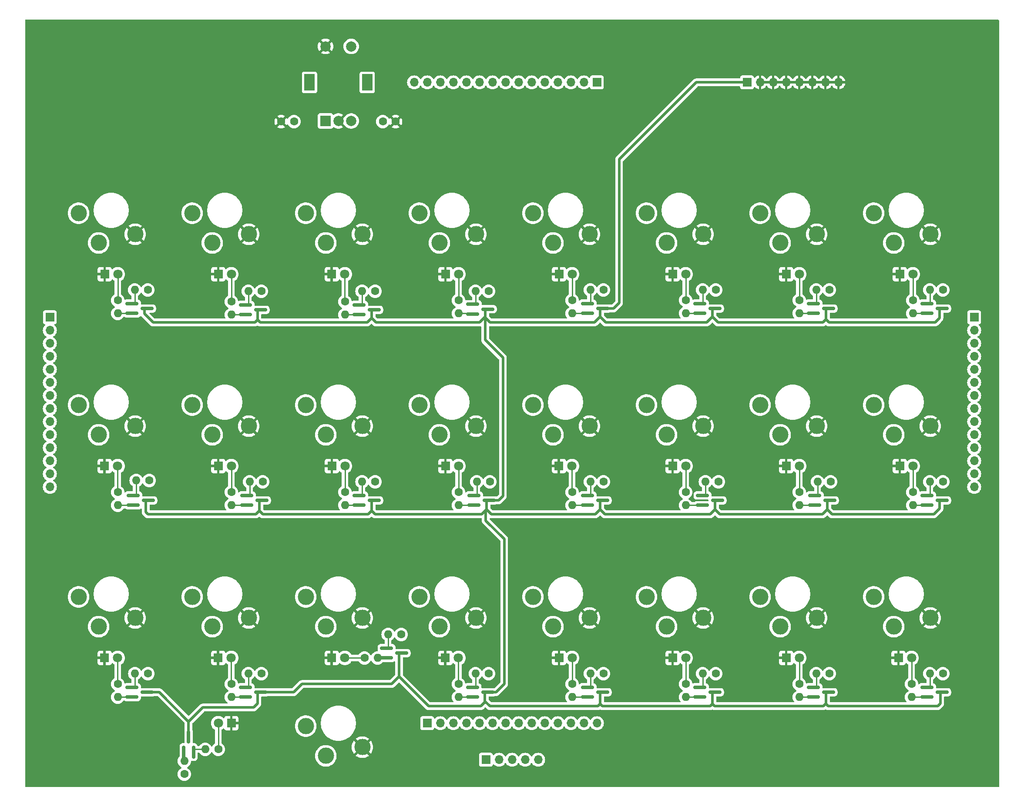
<source format=gbr>
%TF.GenerationSoftware,KiCad,Pcbnew,7.0.7*%
%TF.CreationDate,2024-07-17T16:02:37+10:00*%
%TF.ProjectId,MIDIAutomationSequencerIO,4d494449-4175-4746-9f6d-6174696f6e53,rev?*%
%TF.SameCoordinates,Original*%
%TF.FileFunction,Copper,L1,Top*%
%TF.FilePolarity,Positive*%
%FSLAX46Y46*%
G04 Gerber Fmt 4.6, Leading zero omitted, Abs format (unit mm)*
G04 Created by KiCad (PCBNEW 7.0.7) date 2024-07-17 16:02:37*
%MOMM*%
%LPD*%
G01*
G04 APERTURE LIST*
G04 Aperture macros list*
%AMRoundRect*
0 Rectangle with rounded corners*
0 $1 Rounding radius*
0 $2 $3 $4 $5 $6 $7 $8 $9 X,Y pos of 4 corners*
0 Add a 4 corners polygon primitive as box body*
4,1,4,$2,$3,$4,$5,$6,$7,$8,$9,$2,$3,0*
0 Add four circle primitives for the rounded corners*
1,1,$1+$1,$2,$3*
1,1,$1+$1,$4,$5*
1,1,$1+$1,$6,$7*
1,1,$1+$1,$8,$9*
0 Add four rect primitives between the rounded corners*
20,1,$1+$1,$2,$3,$4,$5,0*
20,1,$1+$1,$4,$5,$6,$7,0*
20,1,$1+$1,$6,$7,$8,$9,0*
20,1,$1+$1,$8,$9,$2,$3,0*%
G04 Aperture macros list end*
%TA.AperFunction,ComponentPad*%
%ADD10C,1.600000*%
%TD*%
%TA.AperFunction,ComponentPad*%
%ADD11O,1.600000X1.600000*%
%TD*%
%TA.AperFunction,SMDPad,CuDef*%
%ADD12RoundRect,0.150000X-1.087500X-0.150000X1.087500X-0.150000X1.087500X0.150000X-1.087500X0.150000X0*%
%TD*%
%TA.AperFunction,ComponentPad*%
%ADD13C,3.175000*%
%TD*%
%TA.AperFunction,ComponentPad*%
%ADD14R,1.800000X1.800000*%
%TD*%
%TA.AperFunction,ComponentPad*%
%ADD15C,1.800000*%
%TD*%
%TA.AperFunction,ComponentPad*%
%ADD16R,1.700000X1.700000*%
%TD*%
%TA.AperFunction,ComponentPad*%
%ADD17O,1.700000X1.700000*%
%TD*%
%TA.AperFunction,ComponentPad*%
%ADD18R,2.000000X2.000000*%
%TD*%
%TA.AperFunction,ComponentPad*%
%ADD19C,2.000000*%
%TD*%
%TA.AperFunction,ComponentPad*%
%ADD20R,2.000000X3.200000*%
%TD*%
%TA.AperFunction,SMDPad,CuDef*%
%ADD21RoundRect,0.150000X0.150000X-1.087500X0.150000X1.087500X-0.150000X1.087500X-0.150000X-1.087500X0*%
%TD*%
%TA.AperFunction,Conductor*%
%ADD22C,0.250000*%
%TD*%
%TA.AperFunction,Conductor*%
%ADD23C,0.500000*%
%TD*%
G04 APERTURE END LIST*
D10*
%TO.P,R16,1*%
%TO.N,Net-(D8-A)*%
X187960000Y-153924000D03*
D11*
%TO.P,R16,2*%
%TO.N,Net-(Q4-E)*%
X187960000Y-156464000D03*
%TD*%
D10*
%TO.P,R29,1*%
%TO.N,CC1LED*%
X105439000Y-226568000D03*
D11*
%TO.P,R29,2*%
%TO.N,Net-(Q14-B)*%
X102899000Y-226568000D03*
%TD*%
D10*
%TO.P,R8,1*%
%TO.N,Net-(D4-A)*%
X99568000Y-153924000D03*
D11*
%TO.P,R8,2*%
%TO.N,Net-(Q26-E)*%
X99568000Y-156464000D03*
%TD*%
D12*
%TO.P,Q8,1,B*%
%TO.N,Net-(Q8-B)*%
X102586500Y-191902000D03*
%TO.P,Q8,2,E*%
%TO.N,Net-(Q8-E)*%
X102586500Y-193802000D03*
%TO.P,Q8,3,C*%
%TO.N,+12V*%
X105536500Y-192852000D03*
%TD*%
D10*
%TO.P,R33,1*%
%TO.N,Net-(D16-A)*%
X121666000Y-228600000D03*
D11*
%TO.P,R33,2*%
%TO.N,Net-(Q15-E)*%
X121666000Y-231140000D03*
%TD*%
D12*
%TO.P,Q15,1,B*%
%TO.N,Net-(Q15-B)*%
X124430500Y-229240000D03*
%TO.P,Q15,2,E*%
%TO.N,Net-(Q15-E)*%
X124430500Y-231140000D03*
%TO.P,Q15,3,C*%
%TO.N,+12V*%
X127380500Y-230190000D03*
%TD*%
D13*
%TO.P,J13,S*%
%TO.N,GND*%
X147162520Y-178404520D03*
%TO.P,J13,T*%
%TO.N,OUTPUT11*%
X136144000Y-174294800D03*
%TO.P,J13,TS*%
%TO.N,N/C*%
X140055600Y-180086000D03*
%TD*%
D12*
%TO.P,Q12,1,B*%
%TO.N,Net-(Q12-B)*%
X190978500Y-191902000D03*
%TO.P,Q12,2,E*%
%TO.N,Net-(Q12-E)*%
X190978500Y-193802000D03*
%TO.P,Q12,3,C*%
%TO.N,+12V*%
X193928500Y-192852000D03*
%TD*%
%TO.P,Q1,1,B*%
%TO.N,Net-(Q1-B)*%
X124430500Y-154818000D03*
%TO.P,Q1,2,E*%
%TO.N,Net-(Q1-E)*%
X124430500Y-156718000D03*
%TO.P,Q1,3,C*%
%TO.N,+12V*%
X127380500Y-155768000D03*
%TD*%
D14*
%TO.P,D3,1,K*%
%TO.N,GND*%
X119126000Y-148844000D03*
D15*
%TO.P,D3,2,A*%
%TO.N,Net-(D3-A)*%
X121666000Y-148844000D03*
%TD*%
D12*
%TO.P,Q17,1,B*%
%TO.N,Net-(Q17-B)*%
X168597500Y-229240000D03*
%TO.P,Q17,2,E*%
%TO.N,Net-(Q17-E)*%
X168597500Y-231140000D03*
%TO.P,Q17,3,C*%
%TO.N,+12V*%
X171547500Y-230190000D03*
%TD*%
D13*
%TO.P,J6,S*%
%TO.N,GND*%
X213456520Y-141066520D03*
%TO.P,J6,T*%
%TO.N,OUTPUT6*%
X202438000Y-136956800D03*
%TO.P,J6,TS*%
%TO.N,N/C*%
X206349600Y-142748000D03*
%TD*%
D12*
%TO.P,Q24,1,B*%
%TO.N,Net-(Q24-B)*%
X257018500Y-191902000D03*
%TO.P,Q24,2,E*%
%TO.N,Net-(Q24-E)*%
X257018500Y-193802000D03*
%TO.P,Q24,3,C*%
%TO.N,+12V*%
X259968500Y-192852000D03*
%TD*%
D14*
%TO.P,D7,1,K*%
%TO.N,GND*%
X207518000Y-148844000D03*
D15*
%TO.P,D7,2,A*%
%TO.N,Net-(D7-A)*%
X210058000Y-148844000D03*
%TD*%
D10*
%TO.P,R44,1*%
%TO.N,OUT16LED*%
X260096000Y-189230000D03*
D11*
%TO.P,R44,2*%
%TO.N,Net-(Q24-B)*%
X257556000Y-189230000D03*
%TD*%
D12*
%TO.P,Q21,1,B*%
%TO.N,Net-(Q21-B)*%
X257018500Y-229240000D03*
%TO.P,Q21,2,E*%
%TO.N,Net-(Q21-E)*%
X257018500Y-231140000D03*
%TO.P,Q21,3,C*%
%TO.N,+12V*%
X259968500Y-230190000D03*
%TD*%
D10*
%TO.P,R2,1*%
%TO.N,OUT4LED*%
X171704000Y-152146000D03*
D11*
%TO.P,R2,2*%
%TO.N,Net-(Q3-B)*%
X169164000Y-152146000D03*
%TD*%
D12*
%TO.P,Q3,1,B*%
%TO.N,Net-(Q3-B)*%
X168626500Y-154686000D03*
%TO.P,Q3,2,E*%
%TO.N,Net-(Q3-E)*%
X168626500Y-156586000D03*
%TO.P,Q3,3,C*%
%TO.N,+12V*%
X171576500Y-155636000D03*
%TD*%
D13*
%TO.P,J17,S*%
%TO.N,GND*%
X102966520Y-215742520D03*
%TO.P,J17,T*%
%TO.N,CC1*%
X91948000Y-211632800D03*
%TO.P,J17,TS*%
%TO.N,N/C*%
X95859600Y-217424000D03*
%TD*%
%TO.P,J27,S*%
%TO.N,GND*%
X191358520Y-178404520D03*
%TO.P,J27,T*%
%TO.N,OUTPUT13*%
X180340000Y-174294800D03*
%TO.P,J27,TS*%
%TO.N,N/C*%
X184251600Y-180086000D03*
%TD*%
D10*
%TO.P,R48,1*%
%TO.N,Net-(D23-A)*%
X254254000Y-191262000D03*
D11*
%TO.P,R48,2*%
%TO.N,Net-(Q24-E)*%
X254254000Y-193802000D03*
%TD*%
D13*
%TO.P,J19,S*%
%TO.N,GND*%
X125064520Y-215742520D03*
%TO.P,J19,T*%
%TO.N,CC2*%
X114046000Y-211632800D03*
%TO.P,J19,TS*%
%TO.N,N/C*%
X117957600Y-217424000D03*
%TD*%
D14*
%TO.P,D22,1,K*%
%TO.N,GND*%
X229616000Y-186182000D03*
D15*
%TO.P,D22,2,A*%
%TO.N,Net-(D22-A)*%
X232156000Y-186182000D03*
%TD*%
D13*
%TO.P,J20,S*%
%TO.N,GND*%
X147162520Y-240888520D03*
%TO.P,J20,T*%
%TO.N,CLKOUT*%
X136144000Y-236778800D03*
%TO.P,J20,TS*%
%TO.N,N/C*%
X140055600Y-242570000D03*
%TD*%
D10*
%TO.P,R47,1*%
%TO.N,Net-(D22-A)*%
X232156000Y-191233000D03*
D11*
%TO.P,R47,2*%
%TO.N,Net-(Q23-E)*%
X232156000Y-193773000D03*
%TD*%
D10*
%TO.P,R49,1*%
%TO.N,Net-(D24-A)*%
X210058000Y-191262000D03*
D11*
%TO.P,R49,2*%
%TO.N,Net-(Q22-E)*%
X210058000Y-193802000D03*
%TD*%
D14*
%TO.P,D16,1,K*%
%TO.N,GND*%
X119121000Y-223520000D03*
D15*
%TO.P,D16,2,A*%
%TO.N,Net-(D16-A)*%
X121661000Y-223520000D03*
%TD*%
D10*
%TO.P,R40,1*%
%TO.N,Net-(D19-A)*%
X254000000Y-228600000D03*
D11*
%TO.P,R40,2*%
%TO.N,Net-(Q21-E)*%
X254000000Y-231140000D03*
%TD*%
D12*
%TO.P,Q6,1,B*%
%TO.N,Net-(Q6-B)*%
X234920500Y-154564000D03*
%TO.P,Q6,2,E*%
%TO.N,Net-(Q6-E)*%
X234920500Y-156464000D03*
%TO.P,Q6,3,C*%
%TO.N,+12V*%
X237870500Y-155514000D03*
%TD*%
D14*
%TO.P,D19,1,K*%
%TO.N,GND*%
X251460000Y-223520000D03*
D15*
%TO.P,D19,2,A*%
%TO.N,Net-(D19-A)*%
X254000000Y-223520000D03*
%TD*%
D10*
%TO.P,R36,1*%
%TO.N,CC8LED*%
X260096000Y-226568000D03*
D11*
%TO.P,R36,2*%
%TO.N,Net-(Q21-B)*%
X257556000Y-226568000D03*
%TD*%
D10*
%TO.P,R5,1*%
%TO.N,Net-(D1-A)*%
X143764000Y-154178000D03*
D11*
%TO.P,R5,2*%
%TO.N,Net-(Q2-E)*%
X143764000Y-156718000D03*
%TD*%
D10*
%TO.P,R4,1*%
%TO.N,OUT1LED*%
X105410000Y-151892000D03*
D11*
%TO.P,R4,2*%
%TO.N,Net-(Q26-B)*%
X102870000Y-151892000D03*
%TD*%
D10*
%TO.P,R18,1*%
%TO.N,OUT12LED*%
X171958000Y-189230000D03*
D11*
%TO.P,R18,2*%
%TO.N,Net-(Q11-B)*%
X169418000Y-189230000D03*
%TD*%
D13*
%TO.P,J14,S*%
%TO.N,GND*%
X102966520Y-178404520D03*
%TO.P,J14,T*%
%TO.N,OUTPUT9*%
X91948000Y-174294800D03*
%TO.P,J14,TS*%
%TO.N,N/C*%
X95859600Y-180086000D03*
%TD*%
D10*
%TO.P,R20,1*%
%TO.N,OUT9LED*%
X105693000Y-188976000D03*
D11*
%TO.P,R20,2*%
%TO.N,Net-(Q8-B)*%
X103153000Y-188976000D03*
%TD*%
D16*
%TO.P,J23,1*%
%TO.N,unconnected-(J23-Pad1)*%
X171196000Y-243332000D03*
D17*
%TO.P,J23,2*%
%TO.N,unconnected-(J23-Pad2)*%
X173736000Y-243332000D03*
%TO.P,J23,3*%
%TO.N,unconnected-(J23-Pad3)*%
X176276000Y-243332000D03*
%TO.P,J23,4*%
%TO.N,MIDI4*%
X178816000Y-243332000D03*
%TO.P,J23,5*%
%TO.N,MIDI5*%
X181356000Y-243332000D03*
%TD*%
D14*
%TO.P,D4,1,K*%
%TO.N,GND*%
X97028000Y-148844000D03*
D15*
%TO.P,D4,2,A*%
%TO.N,Net-(D4-A)*%
X99568000Y-148844000D03*
%TD*%
D18*
%TO.P,SW1,A,A*%
%TO.N,ENCA*%
X139994000Y-119010000D03*
D19*
%TO.P,SW1,B,B*%
%TO.N,ENCB*%
X144994000Y-119010000D03*
%TO.P,SW1,C,C*%
%TO.N,GND*%
X142494000Y-119010000D03*
D20*
%TO.P,SW1,MP*%
%TO.N,N/C*%
X136894000Y-111510000D03*
X148094000Y-111510000D03*
D19*
%TO.P,SW1,S1,S1*%
%TO.N,ENCSW*%
X144994000Y-104510000D03*
%TO.P,SW1,S2,S2*%
%TO.N,GND*%
X139994000Y-104510000D03*
%TD*%
D13*
%TO.P,J15,S*%
%TO.N,GND*%
X169260520Y-215742520D03*
%TO.P,J15,T*%
%TO.N,CC4*%
X158242000Y-211632800D03*
%TO.P,J15,TS*%
%TO.N,N/C*%
X162153600Y-217424000D03*
%TD*%
%TO.P,J9,S*%
%TO.N,GND*%
X257652520Y-141066520D03*
%TO.P,J9,T*%
%TO.N,OUTPUT8*%
X246634000Y-136956800D03*
%TO.P,J9,TS*%
%TO.N,N/C*%
X250545600Y-142748000D03*
%TD*%
D10*
%TO.P,C1,1*%
%TO.N,ENCA*%
X133858000Y-119126000D03*
%TO.P,C1,2*%
%TO.N,GND*%
X131358000Y-119126000D03*
%TD*%
%TO.P,R26,1*%
%TO.N,CC3LED*%
X154715000Y-218948000D03*
D11*
%TO.P,R26,2*%
%TO.N,Net-(Q16-B)*%
X152175000Y-218948000D03*
%TD*%
D10*
%TO.P,R14,1*%
%TO.N,Net-(D6-A)*%
X254254000Y-153924000D03*
D11*
%TO.P,R14,2*%
%TO.N,Net-(Q7-E)*%
X254254000Y-156464000D03*
%TD*%
D10*
%TO.P,R28,1*%
%TO.N,CC2LED*%
X127508000Y-226568000D03*
D11*
%TO.P,R28,2*%
%TO.N,Net-(Q15-B)*%
X124968000Y-226568000D03*
%TD*%
D12*
%TO.P,Q16,1,B*%
%TO.N,Net-(Q16-B)*%
X151862500Y-221620000D03*
%TO.P,Q16,2,E*%
%TO.N,Net-(Q16-E)*%
X151862500Y-223520000D03*
%TO.P,Q16,3,C*%
%TO.N,+12V*%
X154812500Y-222570000D03*
%TD*%
D10*
%TO.P,R30,1*%
%TO.N,Net-(D13-A)*%
X119126000Y-241300000D03*
D11*
%TO.P,R30,2*%
%TO.N,Net-(Q13-E)*%
X116586000Y-241300000D03*
%TD*%
D10*
%TO.P,R25,1*%
%TO.N,CLKLED*%
X112522000Y-246126000D03*
D11*
%TO.P,R25,2*%
%TO.N,Net-(Q13-B)*%
X112522000Y-243586000D03*
%TD*%
D14*
%TO.P,D13,1,K*%
%TO.N,GND*%
X121666000Y-236220000D03*
D15*
%TO.P,D13,2,A*%
%TO.N,Net-(D13-A)*%
X119126000Y-236220000D03*
%TD*%
D12*
%TO.P,Q11,1,B*%
%TO.N,Net-(Q11-B)*%
X168880500Y-191902000D03*
%TO.P,Q11,2,E*%
%TO.N,Net-(Q11-E)*%
X168880500Y-193802000D03*
%TO.P,Q11,3,C*%
%TO.N,+12V*%
X171830500Y-192852000D03*
%TD*%
%TO.P,Q9,1,B*%
%TO.N,Net-(Q9-B)*%
X124684500Y-191902000D03*
%TO.P,Q9,2,E*%
%TO.N,Net-(Q9-E)*%
X124684500Y-193802000D03*
%TO.P,Q9,3,C*%
%TO.N,+12V*%
X127634500Y-192852000D03*
%TD*%
D13*
%TO.P,J24,S*%
%TO.N,GND*%
X257652520Y-178404520D03*
%TO.P,J24,T*%
%TO.N,OUTPUT16*%
X246634000Y-174294800D03*
%TO.P,J24,TS*%
%TO.N,N/C*%
X250545600Y-180086000D03*
%TD*%
D10*
%TO.P,R41,1*%
%TO.N,Net-(D20-A)*%
X210058000Y-228600000D03*
D11*
%TO.P,R41,2*%
%TO.N,Net-(Q19-E)*%
X210058000Y-231140000D03*
%TD*%
D14*
%TO.P,D8,1,K*%
%TO.N,GND*%
X185420000Y-148844000D03*
D15*
%TO.P,D8,2,A*%
%TO.N,Net-(D8-A)*%
X187960000Y-148844000D03*
%TD*%
D10*
%TO.P,R24,1*%
%TO.N,Net-(D12-A)*%
X99568000Y-191262000D03*
D11*
%TO.P,R24,2*%
%TO.N,Net-(Q8-E)*%
X99568000Y-193802000D03*
%TD*%
D12*
%TO.P,Q22,1,B*%
%TO.N,Net-(Q22-B)*%
X213330500Y-191902000D03*
%TO.P,Q22,2,E*%
%TO.N,Net-(Q22-E)*%
X213330500Y-193802000D03*
%TO.P,Q22,3,C*%
%TO.N,+12V*%
X216280500Y-192852000D03*
%TD*%
D13*
%TO.P,J2,S*%
%TO.N,GND*%
X169260520Y-141066520D03*
%TO.P,J2,T*%
%TO.N,OUTPUT4*%
X158242000Y-136956800D03*
%TO.P,J2,TS*%
%TO.N,N/C*%
X162153600Y-142748000D03*
%TD*%
D14*
%TO.P,D1,1,K*%
%TO.N,GND*%
X141219000Y-148844000D03*
D15*
%TO.P,D1,2,A*%
%TO.N,Net-(D1-A)*%
X143759000Y-148844000D03*
%TD*%
D14*
%TO.P,D15,1,K*%
%TO.N,GND*%
X163317000Y-223520000D03*
D15*
%TO.P,D15,2,A*%
%TO.N,Net-(D15-A)*%
X165857000Y-223520000D03*
%TD*%
D14*
%TO.P,D24,1,K*%
%TO.N,GND*%
X207518000Y-186182000D03*
D15*
%TO.P,D24,2,A*%
%TO.N,Net-(D24-A)*%
X210058000Y-186182000D03*
%TD*%
D14*
%TO.P,D5,1,K*%
%TO.N,GND*%
X229616000Y-148844000D03*
D15*
%TO.P,D5,2,A*%
%TO.N,Net-(D5-A)*%
X232156000Y-148844000D03*
%TD*%
D14*
%TO.P,D21,1,K*%
%TO.N,GND*%
X185420000Y-223520000D03*
D15*
%TO.P,D21,2,A*%
%TO.N,Net-(D21-A)*%
X187960000Y-223520000D03*
%TD*%
D12*
%TO.P,Q26,1,B*%
%TO.N,Net-(Q26-B)*%
X102332500Y-154564000D03*
%TO.P,Q26,2,E*%
%TO.N,Net-(Q26-E)*%
X102332500Y-156464000D03*
%TO.P,Q26,3,C*%
%TO.N,+12V*%
X105282500Y-155514000D03*
%TD*%
D10*
%TO.P,R17,1*%
%TO.N,OUT11LED*%
X149635000Y-189230000D03*
D11*
%TO.P,R17,2*%
%TO.N,Net-(Q10-B)*%
X147095000Y-189230000D03*
%TD*%
D10*
%TO.P,R10,1*%
%TO.N,OUT8LED*%
X260096000Y-151892000D03*
D11*
%TO.P,R10,2*%
%TO.N,Net-(Q7-B)*%
X257556000Y-151892000D03*
%TD*%
D14*
%TO.P,D12,1,K*%
%TO.N,GND*%
X97023000Y-186182000D03*
D15*
%TO.P,D12,2,A*%
%TO.N,Net-(D12-A)*%
X99563000Y-186182000D03*
%TD*%
D13*
%TO.P,J30,S*%
%TO.N,GND*%
X191358520Y-215742520D03*
%TO.P,J30,T*%
%TO.N,CC5*%
X180340000Y-211632800D03*
%TO.P,J30,TS*%
%TO.N,N/C*%
X184251600Y-217424000D03*
%TD*%
D10*
%TO.P,C2,1*%
%TO.N,ENCB*%
X151130000Y-119126000D03*
%TO.P,C2,2*%
%TO.N,GND*%
X153630000Y-119126000D03*
%TD*%
%TO.P,R15,1*%
%TO.N,Net-(D7-A)*%
X210058000Y-153895000D03*
D11*
%TO.P,R15,2*%
%TO.N,Net-(Q5-E)*%
X210058000Y-156435000D03*
%TD*%
D13*
%TO.P,J16,S*%
%TO.N,GND*%
X147162520Y-215742520D03*
%TO.P,J16,T*%
%TO.N,CC3*%
X136144000Y-211632800D03*
%TO.P,J16,TS*%
%TO.N,N/C*%
X140055600Y-217424000D03*
%TD*%
D12*
%TO.P,Q5,1,B*%
%TO.N,Net-(Q5-B)*%
X212822500Y-154564000D03*
%TO.P,Q5,2,E*%
%TO.N,Net-(Q5-E)*%
X212822500Y-156464000D03*
%TO.P,Q5,3,C*%
%TO.N,+12V*%
X215772500Y-155514000D03*
%TD*%
D14*
%TO.P,D2,1,K*%
%TO.N,GND*%
X163322000Y-148844000D03*
D15*
%TO.P,D2,2,A*%
%TO.N,Net-(D2-A)*%
X165862000Y-148844000D03*
%TD*%
D10*
%TO.P,R19,1*%
%TO.N,OUT10LED*%
X127762000Y-189230000D03*
D11*
%TO.P,R19,2*%
%TO.N,Net-(Q9-B)*%
X125222000Y-189230000D03*
%TD*%
D10*
%TO.P,R35,1*%
%TO.N,CC7LED*%
X237998000Y-226568000D03*
D11*
%TO.P,R35,2*%
%TO.N,Net-(Q20-B)*%
X235458000Y-226568000D03*
%TD*%
D10*
%TO.P,R12,1*%
%TO.N,OUT5LED*%
X194056000Y-151892000D03*
D11*
%TO.P,R12,2*%
%TO.N,Net-(Q4-B)*%
X191516000Y-151892000D03*
%TD*%
D12*
%TO.P,Q23,1,B*%
%TO.N,Net-(Q23-B)*%
X235174500Y-191902000D03*
%TO.P,Q23,2,E*%
%TO.N,Net-(Q23-E)*%
X235174500Y-193802000D03*
%TO.P,Q23,3,C*%
%TO.N,+12V*%
X238124500Y-192852000D03*
%TD*%
D13*
%TO.P,J26,S*%
%TO.N,GND*%
X235554520Y-178404520D03*
%TO.P,J26,T*%
%TO.N,OUTPUT15*%
X224536000Y-174294800D03*
%TO.P,J26,TS*%
%TO.N,N/C*%
X228447600Y-180086000D03*
%TD*%
D10*
%TO.P,R46,1*%
%TO.N,OUT13LED*%
X194056000Y-189230000D03*
D11*
%TO.P,R46,2*%
%TO.N,Net-(Q12-B)*%
X191516000Y-189230000D03*
%TD*%
D10*
%TO.P,R7,1*%
%TO.N,Net-(D3-A)*%
X121666000Y-154178000D03*
D11*
%TO.P,R7,2*%
%TO.N,Net-(Q1-E)*%
X121666000Y-156718000D03*
%TD*%
D12*
%TO.P,Q20,1,B*%
%TO.N,Net-(Q20-B)*%
X234920500Y-229240000D03*
%TO.P,Q20,2,E*%
%TO.N,Net-(Q20-E)*%
X234920500Y-231140000D03*
%TO.P,Q20,3,C*%
%TO.N,+12V*%
X237870500Y-230190000D03*
%TD*%
D10*
%TO.P,R1,1*%
%TO.N,OUT3LED*%
X149635000Y-152146000D03*
D11*
%TO.P,R1,2*%
%TO.N,Net-(Q2-B)*%
X147095000Y-152146000D03*
%TD*%
D10*
%TO.P,R42,1*%
%TO.N,Net-(D21-A)*%
X187960000Y-228600000D03*
D11*
%TO.P,R42,2*%
%TO.N,Net-(Q18-E)*%
X187960000Y-231140000D03*
%TD*%
D10*
%TO.P,R11,1*%
%TO.N,OUT6LED*%
X215900000Y-151892000D03*
D11*
%TO.P,R11,2*%
%TO.N,Net-(Q5-B)*%
X213360000Y-151892000D03*
%TD*%
D13*
%TO.P,J25,S*%
%TO.N,GND*%
X213456520Y-178404520D03*
%TO.P,J25,T*%
%TO.N,OUTPUT14*%
X202438000Y-174294800D03*
%TO.P,J25,TS*%
%TO.N,N/C*%
X206349600Y-180086000D03*
%TD*%
D12*
%TO.P,Q2,1,B*%
%TO.N,Net-(Q2-B)*%
X146528500Y-154818000D03*
%TO.P,Q2,2,E*%
%TO.N,Net-(Q2-E)*%
X146528500Y-156718000D03*
%TO.P,Q2,3,C*%
%TO.N,+12V*%
X149478500Y-155768000D03*
%TD*%
%TO.P,Q7,1,B*%
%TO.N,Net-(Q7-B)*%
X257018500Y-154564000D03*
%TO.P,Q7,2,E*%
%TO.N,Net-(Q7-E)*%
X257018500Y-156464000D03*
%TO.P,Q7,3,C*%
%TO.N,+12V*%
X259968500Y-155514000D03*
%TD*%
D10*
%TO.P,R6,1*%
%TO.N,Net-(D2-A)*%
X165862000Y-153924000D03*
D11*
%TO.P,R6,2*%
%TO.N,Net-(Q3-E)*%
X165862000Y-156464000D03*
%TD*%
D13*
%TO.P,J11,S*%
%TO.N,GND*%
X169260520Y-178404520D03*
%TO.P,J11,T*%
%TO.N,OUTPUT12*%
X158242000Y-174294800D03*
%TO.P,J11,TS*%
%TO.N,N/C*%
X162153600Y-180086000D03*
%TD*%
D12*
%TO.P,Q18,1,B*%
%TO.N,Net-(Q18-B)*%
X190978500Y-229240000D03*
%TO.P,Q18,2,E*%
%TO.N,Net-(Q18-E)*%
X190978500Y-231140000D03*
%TO.P,Q18,3,C*%
%TO.N,+12V*%
X193928500Y-230190000D03*
%TD*%
D10*
%TO.P,R23,1*%
%TO.N,Net-(D11-A)*%
X121666000Y-191233000D03*
D11*
%TO.P,R23,2*%
%TO.N,Net-(Q9-E)*%
X121666000Y-193773000D03*
%TD*%
D13*
%TO.P,J31,S*%
%TO.N,GND*%
X213456520Y-215742520D03*
%TO.P,J31,T*%
%TO.N,CC6*%
X202438000Y-211632800D03*
%TO.P,J31,TS*%
%TO.N,N/C*%
X206349600Y-217424000D03*
%TD*%
%TO.P,J28,S*%
%TO.N,GND*%
X257652520Y-215742520D03*
%TO.P,J28,T*%
%TO.N,CC8*%
X246634000Y-211632800D03*
%TO.P,J28,TS*%
%TO.N,N/C*%
X250545600Y-217424000D03*
%TD*%
%TO.P,J12,S*%
%TO.N,GND*%
X125064520Y-178404520D03*
%TO.P,J12,T*%
%TO.N,OUTPUT10*%
X114046000Y-174294800D03*
%TO.P,J12,TS*%
%TO.N,N/C*%
X117957600Y-180086000D03*
%TD*%
D12*
%TO.P,Q14,1,B*%
%TO.N,Net-(Q14-B)*%
X102332500Y-229240000D03*
%TO.P,Q14,2,E*%
%TO.N,Net-(Q14-E)*%
X102332500Y-231140000D03*
%TO.P,Q14,3,C*%
%TO.N,+12V*%
X105282500Y-230190000D03*
%TD*%
D14*
%TO.P,D17,1,K*%
%TO.N,GND*%
X97023000Y-223520000D03*
D15*
%TO.P,D17,2,A*%
%TO.N,Net-(D17-A)*%
X99563000Y-223520000D03*
%TD*%
D14*
%TO.P,D25,1,K*%
%TO.N,GND*%
X185415000Y-186182000D03*
D15*
%TO.P,D25,2,A*%
%TO.N,Net-(D25-A)*%
X187955000Y-186182000D03*
%TD*%
D13*
%TO.P,J3,S*%
%TO.N,GND*%
X147162520Y-141066520D03*
%TO.P,J3,T*%
%TO.N,OUTPUT3*%
X136144000Y-136956800D03*
%TO.P,J3,TS*%
%TO.N,N/C*%
X140055600Y-142748000D03*
%TD*%
D14*
%TO.P,D6,1,K*%
%TO.N,GND*%
X251714000Y-148844000D03*
D15*
%TO.P,D6,2,A*%
%TO.N,Net-(D6-A)*%
X254254000Y-148844000D03*
%TD*%
D14*
%TO.P,D18,1,K*%
%TO.N,GND*%
X229616000Y-223520000D03*
D15*
%TO.P,D18,2,A*%
%TO.N,Net-(D18-A)*%
X232156000Y-223520000D03*
%TD*%
D10*
%TO.P,R31,1*%
%TO.N,Net-(D14-A)*%
X147574000Y-223520000D03*
D11*
%TO.P,R31,2*%
%TO.N,Net-(Q16-E)*%
X150114000Y-223520000D03*
%TD*%
D12*
%TO.P,Q10,1,B*%
%TO.N,Net-(Q10-B)*%
X146528500Y-191902000D03*
%TO.P,Q10,2,E*%
%TO.N,Net-(Q10-E)*%
X146528500Y-193802000D03*
%TO.P,Q10,3,C*%
%TO.N,+12V*%
X149478500Y-192852000D03*
%TD*%
D14*
%TO.P,D14,1,K*%
%TO.N,GND*%
X141219000Y-223520000D03*
D15*
%TO.P,D14,2,A*%
%TO.N,Net-(D14-A)*%
X143759000Y-223520000D03*
%TD*%
D13*
%TO.P,J29,S*%
%TO.N,GND*%
X235554520Y-215742520D03*
%TO.P,J29,T*%
%TO.N,CC7*%
X224536000Y-211632800D03*
%TO.P,J29,TS*%
%TO.N,N/C*%
X228447600Y-217424000D03*
%TD*%
D10*
%TO.P,R38,1*%
%TO.N,CC5LED*%
X194056000Y-226568000D03*
D11*
%TO.P,R38,2*%
%TO.N,Net-(Q18-B)*%
X191516000Y-226568000D03*
%TD*%
D13*
%TO.P,J7,S*%
%TO.N,GND*%
X235554520Y-141066520D03*
%TO.P,J7,T*%
%TO.N,OUTPUT7*%
X224536000Y-136956800D03*
%TO.P,J7,TS*%
%TO.N,N/C*%
X228447600Y-142748000D03*
%TD*%
%TO.P,J4,S*%
%TO.N,GND*%
X125064520Y-141066520D03*
%TO.P,J4,T*%
%TO.N,OUTPUT2*%
X114046000Y-136956800D03*
%TO.P,J4,TS*%
%TO.N,N/C*%
X117957600Y-142748000D03*
%TD*%
D10*
%TO.P,R3,1*%
%TO.N,OUT2LED*%
X127508000Y-152146000D03*
D11*
%TO.P,R3,2*%
%TO.N,Net-(Q1-B)*%
X124968000Y-152146000D03*
%TD*%
D14*
%TO.P,D10,1,K*%
%TO.N,GND*%
X163322000Y-186182000D03*
D15*
%TO.P,D10,2,A*%
%TO.N,Net-(D10-A)*%
X165862000Y-186182000D03*
%TD*%
D12*
%TO.P,Q4,1,B*%
%TO.N,Net-(Q4-B)*%
X190978500Y-154564000D03*
%TO.P,Q4,2,E*%
%TO.N,Net-(Q4-E)*%
X190978500Y-156464000D03*
%TO.P,Q4,3,C*%
%TO.N,+12V*%
X193928500Y-155514000D03*
%TD*%
D13*
%TO.P,J8,S*%
%TO.N,GND*%
X191358520Y-141066520D03*
%TO.P,J8,T*%
%TO.N,OUTPUT5*%
X180340000Y-136956800D03*
%TO.P,J8,TS*%
%TO.N,N/C*%
X184251600Y-142748000D03*
%TD*%
D14*
%TO.P,D20,1,K*%
%TO.N,GND*%
X207518000Y-223520000D03*
D15*
%TO.P,D20,2,A*%
%TO.N,Net-(D20-A)*%
X210058000Y-223520000D03*
%TD*%
D10*
%TO.P,R45,1*%
%TO.N,OUT14LED*%
X216437000Y-189230000D03*
D11*
%TO.P,R45,2*%
%TO.N,Net-(Q22-B)*%
X213897000Y-189230000D03*
%TD*%
D10*
%TO.P,R9,1*%
%TO.N,OUT7LED*%
X237998000Y-151892000D03*
D11*
%TO.P,R9,2*%
%TO.N,Net-(Q6-B)*%
X235458000Y-151892000D03*
%TD*%
D10*
%TO.P,R27,1*%
%TO.N,CC4LED*%
X171704000Y-226568000D03*
D11*
%TO.P,R27,2*%
%TO.N,Net-(Q17-B)*%
X169164000Y-226568000D03*
%TD*%
D10*
%TO.P,R32,1*%
%TO.N,Net-(D15-A)*%
X165862000Y-228600000D03*
D11*
%TO.P,R32,2*%
%TO.N,Net-(Q17-E)*%
X165862000Y-231140000D03*
%TD*%
D10*
%TO.P,R13,1*%
%TO.N,Net-(D5-A)*%
X232156000Y-153895000D03*
D11*
%TO.P,R13,2*%
%TO.N,Net-(Q6-E)*%
X232156000Y-156435000D03*
%TD*%
D10*
%TO.P,R50,1*%
%TO.N,Net-(D25-A)*%
X187960000Y-191262000D03*
D11*
%TO.P,R50,2*%
%TO.N,Net-(Q12-E)*%
X187960000Y-193802000D03*
%TD*%
D10*
%TO.P,R34,1*%
%TO.N,Net-(D17-A)*%
X99568000Y-228600000D03*
D11*
%TO.P,R34,2*%
%TO.N,Net-(Q14-E)*%
X99568000Y-231140000D03*
%TD*%
D10*
%TO.P,R37,1*%
%TO.N,CC6LED*%
X215900000Y-226568000D03*
D11*
%TO.P,R37,2*%
%TO.N,Net-(Q19-B)*%
X213360000Y-226568000D03*
%TD*%
D13*
%TO.P,J5,S*%
%TO.N,GND*%
X102966520Y-141066520D03*
%TO.P,J5,T*%
%TO.N,OUTPUT1*%
X91948000Y-136956800D03*
%TO.P,J5,TS*%
%TO.N,N/C*%
X95859600Y-142748000D03*
%TD*%
D10*
%TO.P,R43,1*%
%TO.N,OUT15LED*%
X238252000Y-189230000D03*
D11*
%TO.P,R43,2*%
%TO.N,Net-(Q23-B)*%
X235712000Y-189230000D03*
%TD*%
D10*
%TO.P,R22,1*%
%TO.N,Net-(D10-A)*%
X165862000Y-191262000D03*
D11*
%TO.P,R22,2*%
%TO.N,Net-(Q11-E)*%
X165862000Y-193802000D03*
%TD*%
D21*
%TO.P,Q13,1,B*%
%TO.N,Net-(Q13-B)*%
X112400000Y-241837500D03*
%TO.P,Q13,2,E*%
%TO.N,Net-(Q13-E)*%
X114300000Y-241837500D03*
%TO.P,Q13,3,C*%
%TO.N,+12V*%
X113350000Y-238887500D03*
%TD*%
D14*
%TO.P,D11,1,K*%
%TO.N,GND*%
X119126000Y-186182000D03*
D15*
%TO.P,D11,2,A*%
%TO.N,Net-(D11-A)*%
X121666000Y-186182000D03*
%TD*%
D12*
%TO.P,Q19,1,B*%
%TO.N,Net-(Q19-B)*%
X212822500Y-229240000D03*
%TO.P,Q19,2,E*%
%TO.N,Net-(Q19-E)*%
X212822500Y-231140000D03*
%TO.P,Q19,3,C*%
%TO.N,+12V*%
X215772500Y-230190000D03*
%TD*%
D14*
%TO.P,D9,1,K*%
%TO.N,GND*%
X141224000Y-186182000D03*
D15*
%TO.P,D9,2,A*%
%TO.N,Net-(D9-A)*%
X143764000Y-186182000D03*
%TD*%
D10*
%TO.P,R39,1*%
%TO.N,Net-(D18-A)*%
X232156000Y-228600000D03*
D11*
%TO.P,R39,2*%
%TO.N,Net-(Q20-E)*%
X232156000Y-231140000D03*
%TD*%
D10*
%TO.P,R21,1*%
%TO.N,Net-(D9-A)*%
X143764000Y-191233000D03*
D11*
%TO.P,R21,2*%
%TO.N,Net-(Q10-E)*%
X143764000Y-193773000D03*
%TD*%
D14*
%TO.P,D23,1,K*%
%TO.N,GND*%
X251714000Y-186182000D03*
D15*
%TO.P,D23,2,A*%
%TO.N,Net-(D23-A)*%
X254254000Y-186182000D03*
%TD*%
D16*
%TO.P,J18,1,Pin_1*%
%TO.N,OUT12LED*%
X86360000Y-157226000D03*
D17*
%TO.P,J18,2,Pin_2*%
%TO.N,OUTPUT12*%
X86360000Y-159766000D03*
%TO.P,J18,3,Pin_3*%
%TO.N,OUT11LED*%
X86360000Y-162306000D03*
%TO.P,J18,4,Pin_4*%
%TO.N,OUTPUT11*%
X86360000Y-164846000D03*
%TO.P,J18,5,Pin_5*%
%TO.N,OUT10LED*%
X86360000Y-167386000D03*
%TO.P,J18,6,Pin_6*%
%TO.N,OUTPUT10*%
X86360000Y-169926000D03*
%TO.P,J18,7,Pin_7*%
%TO.N,OUT9LED*%
X86360000Y-172466000D03*
%TO.P,J18,8,Pin_8*%
%TO.N,OUTPUT9*%
X86360000Y-175006000D03*
%TO.P,J18,9,Pin_9*%
%TO.N,CC3LED*%
X86360000Y-177546000D03*
%TO.P,J18,10,Pin_10*%
%TO.N,CC3*%
X86360000Y-180086000D03*
%TO.P,J18,11,Pin_11*%
%TO.N,CC2LED*%
X86360000Y-182626000D03*
%TO.P,J18,12,Pin_12*%
%TO.N,CC2*%
X86360000Y-185166000D03*
%TO.P,J18,13,Pin_13*%
%TO.N,CC1LED*%
X86360000Y-187706000D03*
%TO.P,J18,14,Pin_14*%
%TO.N,CC1*%
X86360000Y-190246000D03*
%TD*%
D16*
%TO.P,J21,1,Pin_1*%
%TO.N,OUTPUT6*%
X266192000Y-157226000D03*
D17*
%TO.P,J21,2,Pin_2*%
%TO.N,OUT6LED*%
X266192000Y-159766000D03*
%TO.P,J21,3,Pin_3*%
%TO.N,OUTPUT7*%
X266192000Y-162306000D03*
%TO.P,J21,4,Pin_4*%
%TO.N,OUT7LED*%
X266192000Y-164846000D03*
%TO.P,J21,5,Pin_5*%
%TO.N,OUTPUT8*%
X266192000Y-167386000D03*
%TO.P,J21,6,Pin_6*%
%TO.N,OUT8LED*%
X266192000Y-169926000D03*
%TO.P,J21,7,Pin_7*%
%TO.N,OUTPUT13*%
X266192000Y-172466000D03*
%TO.P,J21,8,Pin_8*%
%TO.N,OUT13LED*%
X266192000Y-175006000D03*
%TO.P,J21,9,Pin_9*%
%TO.N,OUTPUT14*%
X266192000Y-177546000D03*
%TO.P,J21,10,Pin_10*%
%TO.N,OUT14LED*%
X266192000Y-180086000D03*
%TO.P,J21,11,Pin_11*%
%TO.N,OUTPUT15*%
X266192000Y-182626000D03*
%TO.P,J21,12,Pin_12*%
%TO.N,OUT15LED*%
X266192000Y-185166000D03*
%TO.P,J21,13,Pin_13*%
%TO.N,OUTPUT16*%
X266192000Y-187706000D03*
%TO.P,J21,14,Pin_14*%
%TO.N,OUT16LED*%
X266192000Y-190246000D03*
%TD*%
D16*
%TO.P,J10,1,Pin_1*%
%TO.N,OUT5LED*%
X192786000Y-111506000D03*
D17*
%TO.P,J10,2,Pin_2*%
%TO.N,OUTPUT5*%
X190246000Y-111506000D03*
%TO.P,J10,3,Pin_3*%
%TO.N,OUT4LED*%
X187706000Y-111506000D03*
%TO.P,J10,4,Pin_4*%
%TO.N,OUTPUT4*%
X185166000Y-111506000D03*
%TO.P,J10,5,Pin_5*%
%TO.N,OUT3LED*%
X182626000Y-111506000D03*
%TO.P,J10,6,Pin_6*%
%TO.N,OUTPUT3*%
X180086000Y-111506000D03*
%TO.P,J10,7,Pin_7*%
%TO.N,OUT2LED*%
X177546000Y-111506000D03*
%TO.P,J10,8,Pin_8*%
%TO.N,OUTPUT2*%
X175006000Y-111506000D03*
%TO.P,J10,9,Pin_9*%
%TO.N,OUT1LED*%
X172466000Y-111506000D03*
%TO.P,J10,10,Pin_10*%
%TO.N,OUTPUT1*%
X169926000Y-111506000D03*
%TO.P,J10,11,Pin_11*%
%TO.N,unconnected-(J10-Pin_11-Pad11)*%
X167386000Y-111506000D03*
%TO.P,J10,12,Pin_12*%
%TO.N,unconnected-(J10-Pin_12-Pad12)*%
X164846000Y-111506000D03*
%TO.P,J10,13,Pin_13*%
%TO.N,ENCSW*%
X162306000Y-111506000D03*
%TO.P,J10,14,Pin_14*%
%TO.N,ENCB*%
X159766000Y-111506000D03*
%TO.P,J10,15,Pin_15*%
%TO.N,ENCA*%
X157226000Y-111506000D03*
%TD*%
D16*
%TO.P,J32,1,Pin_1*%
%TO.N,CLKLED*%
X159766000Y-236220000D03*
D17*
%TO.P,J32,2,Pin_2*%
%TO.N,CLKOUT*%
X162306000Y-236220000D03*
%TO.P,J32,3,Pin_3*%
%TO.N,CC4*%
X164846000Y-236220000D03*
%TO.P,J32,4,Pin_4*%
%TO.N,CC4LED*%
X167386000Y-236220000D03*
%TO.P,J32,5,Pin_5*%
%TO.N,CC5*%
X169926000Y-236220000D03*
%TO.P,J32,6,Pin_6*%
%TO.N,CC5LED*%
X172466000Y-236220000D03*
%TO.P,J32,7,Pin_7*%
%TO.N,MIDI4*%
X175006000Y-236220000D03*
%TO.P,J32,8,Pin_8*%
%TO.N,MIDI5*%
X177546000Y-236220000D03*
%TO.P,J32,9,Pin_9*%
%TO.N,CC6*%
X180086000Y-236220000D03*
%TO.P,J32,10,Pin_10*%
%TO.N,CC6LED*%
X182626000Y-236220000D03*
%TO.P,J32,11,Pin_11*%
%TO.N,CC7*%
X185166000Y-236220000D03*
%TO.P,J32,12,Pin_12*%
%TO.N,CC7LED*%
X187706000Y-236220000D03*
%TO.P,J32,13,Pin_13*%
%TO.N,CC8*%
X190246000Y-236220000D03*
%TO.P,J32,14,Pin_14*%
%TO.N,CC8LED*%
X192786000Y-236220000D03*
%TD*%
D16*
%TO.P,J22,1,Pin_1*%
%TO.N,+12V*%
X221996000Y-111506000D03*
D17*
%TO.P,J22,2,Pin_2*%
%TO.N,GND*%
X224536000Y-111506000D03*
%TO.P,J22,3,Pin_3*%
X227076000Y-111506000D03*
%TO.P,J22,4,Pin_4*%
X229616000Y-111506000D03*
%TO.P,J22,5,Pin_5*%
X232156000Y-111506000D03*
%TO.P,J22,6,Pin_6*%
X234696000Y-111506000D03*
%TO.P,J22,7,Pin_7*%
X237236000Y-111506000D03*
%TO.P,J22,8,Pin_8*%
X239776000Y-111506000D03*
%TD*%
D22*
%TO.N,Net-(D1-A)*%
X143759000Y-148844000D02*
X143759000Y-154173000D01*
X143759000Y-154173000D02*
X143764000Y-154178000D01*
%TO.N,Net-(D2-A)*%
X165862000Y-148844000D02*
X165862000Y-153924000D01*
%TO.N,Net-(D3-A)*%
X121666000Y-148844000D02*
X121666000Y-154178000D01*
%TO.N,Net-(D4-A)*%
X99568000Y-148844000D02*
X99568000Y-153924000D01*
%TO.N,Net-(D5-A)*%
X232156000Y-148844000D02*
X232156000Y-153895000D01*
%TO.N,Net-(D6-A)*%
X254254000Y-148844000D02*
X254254000Y-153924000D01*
%TO.N,Net-(D7-A)*%
X210058000Y-148844000D02*
X210058000Y-153895000D01*
%TO.N,Net-(D8-A)*%
X187960000Y-148844000D02*
X187960000Y-153924000D01*
%TO.N,Net-(D9-A)*%
X143764000Y-186182000D02*
X143764000Y-191233000D01*
%TO.N,Net-(D10-A)*%
X165862000Y-186182000D02*
X165862000Y-191262000D01*
%TO.N,Net-(D11-A)*%
X121666000Y-186182000D02*
X121666000Y-191233000D01*
%TO.N,Net-(D12-A)*%
X99563000Y-191257000D02*
X99568000Y-191262000D01*
X99563000Y-186182000D02*
X99563000Y-191257000D01*
%TO.N,Net-(D13-A)*%
X119126000Y-236220000D02*
X119126000Y-241300000D01*
%TO.N,Net-(D14-A)*%
X143759000Y-223520000D02*
X147574000Y-223520000D01*
%TO.N,Net-(D15-A)*%
X165857000Y-223520000D02*
X165857000Y-228595000D01*
X165857000Y-228595000D02*
X165862000Y-228600000D01*
%TO.N,Net-(D16-A)*%
X121661000Y-228595000D02*
X121666000Y-228600000D01*
X121661000Y-223520000D02*
X121661000Y-228595000D01*
%TO.N,Net-(D17-A)*%
X99563000Y-223520000D02*
X99563000Y-228595000D01*
X99563000Y-228595000D02*
X99568000Y-228600000D01*
D23*
%TO.N,+12V*%
X215235000Y-157129000D02*
X214122000Y-158242000D01*
X170374000Y-195580000D02*
X171166000Y-194788000D01*
X125984000Y-233172000D02*
X126746000Y-232410000D01*
X215235000Y-232507000D02*
X215646000Y-232918000D01*
X258318000Y-195580000D02*
X238506000Y-195580000D01*
X215743000Y-192852000D02*
X215743000Y-194661000D01*
X174752000Y-200406000D02*
X171166000Y-196820000D01*
X192472000Y-195580000D02*
X193391000Y-194661000D01*
X104745000Y-155514000D02*
X104745000Y-156561000D01*
X173670000Y-192852000D02*
X174498000Y-192024000D01*
X149800000Y-158242000D02*
X148941000Y-157383000D01*
X148941000Y-194915000D02*
X149606000Y-195580000D01*
X171293000Y-192852000D02*
X171293000Y-194661000D01*
X172212000Y-195580000D02*
X192472000Y-195580000D01*
X126238000Y-158242000D02*
X126746000Y-157734000D01*
X170942000Y-157226000D02*
X169926000Y-158242000D01*
X237333000Y-232507000D02*
X237744000Y-232918000D01*
X171293000Y-194661000D02*
X172212000Y-195580000D01*
X237333000Y-157637000D02*
X236728000Y-158242000D01*
X214122000Y-158242000D02*
X194504000Y-158242000D01*
X160020000Y-232918000D02*
X170180000Y-232918000D01*
X237333000Y-155514000D02*
X237333000Y-157637000D01*
X192278000Y-158242000D02*
X171958000Y-158242000D01*
X171166000Y-196820000D02*
X171166000Y-194788000D01*
X148082000Y-158242000D02*
X127254000Y-158242000D01*
X171010000Y-231970000D02*
X171069000Y-232029000D01*
X215743000Y-194661000D02*
X216662000Y-195580000D01*
X193802000Y-232918000D02*
X214824000Y-232918000D01*
X107640000Y-230190000D02*
X113350000Y-235900000D01*
X236728000Y-158242000D02*
X216348000Y-158242000D01*
X236825000Y-232918000D02*
X237333000Y-232410000D01*
X148276000Y-195580000D02*
X148941000Y-194915000D01*
X171039000Y-155636000D02*
X171039000Y-157129000D01*
X237938000Y-158242000D02*
X237333000Y-157637000D01*
X104745000Y-156561000D02*
X106426000Y-158242000D01*
X259431000Y-157383000D02*
X258572000Y-158242000D01*
X258572000Y-158242000D02*
X237938000Y-158242000D01*
X193391000Y-155514000D02*
X193391000Y-157129000D01*
X171166000Y-194788000D02*
X171293000Y-194661000D01*
X215646000Y-232918000D02*
X236825000Y-232918000D01*
X105410000Y-195580000D02*
X126432000Y-195580000D01*
X259080000Y-232918000D02*
X259588000Y-232410000D01*
X104745000Y-230190000D02*
X107640000Y-230190000D01*
X149606000Y-195580000D02*
X170374000Y-195580000D01*
X212090000Y-111506000D02*
X221996000Y-111506000D01*
X259431000Y-155514000D02*
X259431000Y-157383000D01*
X171069000Y-232029000D02*
X171958000Y-232918000D01*
X237587000Y-192852000D02*
X237587000Y-194661000D01*
X237744000Y-232918000D02*
X259080000Y-232918000D01*
X104999000Y-192852000D02*
X104999000Y-195169000D01*
X171958000Y-232918000D02*
X192980000Y-232918000D01*
X194310000Y-195580000D02*
X214824000Y-195580000D01*
X171958000Y-158242000D02*
X170942000Y-157226000D01*
X127762000Y-195580000D02*
X148276000Y-195580000D01*
X197104000Y-154432000D02*
X197104000Y-126492000D01*
X127097000Y-194915000D02*
X127762000Y-195580000D01*
X197104000Y-126492000D02*
X212090000Y-111506000D01*
X259588000Y-232410000D02*
X259588000Y-230347000D01*
X193391000Y-194661000D02*
X194310000Y-195580000D01*
X126746000Y-232410000D02*
X126746000Y-230287000D01*
X170180000Y-232918000D02*
X171069000Y-232029000D01*
X148941000Y-157383000D02*
X148082000Y-158242000D01*
X106426000Y-158242000D02*
X126238000Y-158242000D01*
X259431000Y-194467000D02*
X258318000Y-195580000D01*
X104999000Y-195169000D02*
X105410000Y-195580000D01*
X154275000Y-227173000D02*
X160020000Y-232918000D01*
X171010000Y-230190000D02*
X173162000Y-230190000D01*
X237333000Y-232410000D02*
X237333000Y-232507000D01*
X148941000Y-155768000D02*
X148941000Y-157383000D01*
X113350000Y-235900000D02*
X116078000Y-233172000D01*
X259588000Y-230347000D02*
X259431000Y-230190000D01*
X127097000Y-192852000D02*
X127097000Y-194915000D01*
X237587000Y-194661000D02*
X238506000Y-195580000D01*
X215235000Y-230190000D02*
X215235000Y-232507000D01*
X193391000Y-232507000D02*
X193802000Y-232918000D01*
X174752000Y-228600000D02*
X174752000Y-200406000D01*
X193391000Y-155514000D02*
X196022000Y-155514000D01*
X174498000Y-192024000D02*
X174498000Y-165100000D01*
X193391000Y-230190000D02*
X193391000Y-232507000D01*
X127254000Y-158242000D02*
X126746000Y-157734000D01*
X169926000Y-158242000D02*
X149800000Y-158242000D01*
X173162000Y-230190000D02*
X174752000Y-228600000D01*
X193391000Y-157129000D02*
X192278000Y-158242000D01*
X214824000Y-232918000D02*
X215235000Y-232507000D01*
X193391000Y-192852000D02*
X193391000Y-194661000D01*
X196022000Y-155514000D02*
X197104000Y-154432000D01*
X126843000Y-230190000D02*
X133792000Y-230190000D01*
X174498000Y-165100000D02*
X171039000Y-161641000D01*
X194504000Y-158242000D02*
X193391000Y-157129000D01*
X148941000Y-192852000D02*
X148941000Y-194915000D01*
X113350000Y-239425000D02*
X113350000Y-235900000D01*
X171010000Y-230190000D02*
X171010000Y-231970000D01*
X171039000Y-157129000D02*
X170942000Y-157226000D01*
X126746000Y-230287000D02*
X126843000Y-230190000D01*
X152848000Y-228600000D02*
X154275000Y-227173000D01*
X236668000Y-195580000D02*
X237587000Y-194661000D01*
X192980000Y-232918000D02*
X193391000Y-232507000D01*
X133792000Y-230190000D02*
X135382000Y-228600000D01*
X215235000Y-155514000D02*
X215235000Y-157129000D01*
X214824000Y-195580000D02*
X215743000Y-194661000D01*
X116078000Y-233172000D02*
X125984000Y-233172000D01*
X126746000Y-155865000D02*
X126843000Y-155768000D01*
X171293000Y-192852000D02*
X173670000Y-192852000D01*
X154275000Y-222570000D02*
X154275000Y-227173000D01*
X126746000Y-157734000D02*
X126746000Y-155865000D01*
X237333000Y-230190000D02*
X237333000Y-232410000D01*
X126432000Y-195580000D02*
X127097000Y-194915000D01*
X135382000Y-228600000D02*
X152848000Y-228600000D01*
X216662000Y-195580000D02*
X236668000Y-195580000D01*
X259431000Y-192852000D02*
X259431000Y-194467000D01*
X216348000Y-158242000D02*
X215235000Y-157129000D01*
X171039000Y-161641000D02*
X171039000Y-157129000D01*
D22*
%TO.N,Net-(Q1-E)*%
X121666000Y-156718000D02*
X124968000Y-156718000D01*
%TO.N,Net-(Q1-B)*%
X124968000Y-154818000D02*
X124968000Y-152146000D01*
%TO.N,Net-(Q2-E)*%
X143764000Y-156718000D02*
X147066000Y-156718000D01*
%TO.N,Net-(Q2-B)*%
X147066000Y-154818000D02*
X147095000Y-154789000D01*
X147095000Y-154789000D02*
X147095000Y-152146000D01*
%TO.N,Net-(Q3-E)*%
X169042000Y-156464000D02*
X169164000Y-156586000D01*
X165862000Y-156464000D02*
X169042000Y-156464000D01*
%TO.N,Net-(Q3-B)*%
X169164000Y-154686000D02*
X169164000Y-152146000D01*
%TO.N,Net-(Q4-E)*%
X187960000Y-156464000D02*
X191516000Y-156464000D01*
%TO.N,Net-(Q4-B)*%
X191516000Y-154564000D02*
X191516000Y-151892000D01*
%TO.N,Net-(Q5-E)*%
X210058000Y-156435000D02*
X213331000Y-156435000D01*
X213331000Y-156435000D02*
X213360000Y-156464000D01*
%TO.N,Net-(Q5-B)*%
X213360000Y-154564000D02*
X213360000Y-151892000D01*
%TO.N,Net-(Q6-E)*%
X235429000Y-156435000D02*
X235458000Y-156464000D01*
X232156000Y-156435000D02*
X235429000Y-156435000D01*
%TO.N,Net-(Q6-B)*%
X235458000Y-154564000D02*
X235458000Y-151892000D01*
%TO.N,Net-(Q7-E)*%
X254254000Y-156464000D02*
X257556000Y-156464000D01*
%TO.N,Net-(Q7-B)*%
X257556000Y-154564000D02*
X257556000Y-151892000D01*
%TO.N,Net-(Q8-E)*%
X99568000Y-193802000D02*
X103124000Y-193802000D01*
%TO.N,Net-(Q8-B)*%
X103124000Y-191902000D02*
X103153000Y-191873000D01*
X103153000Y-191873000D02*
X103153000Y-188976000D01*
%TO.N,Net-(Q9-E)*%
X121666000Y-193773000D02*
X125193000Y-193773000D01*
X125193000Y-193773000D02*
X125222000Y-193802000D01*
%TO.N,Net-(Q9-B)*%
X125222000Y-191902000D02*
X125222000Y-189230000D01*
%TO.N,Net-(Q10-E)*%
X143764000Y-193773000D02*
X147037000Y-193773000D01*
X147037000Y-193773000D02*
X147066000Y-193802000D01*
%TO.N,Net-(Q10-B)*%
X147095000Y-191873000D02*
X147095000Y-189230000D01*
X147066000Y-191902000D02*
X147095000Y-191873000D01*
%TO.N,Net-(Q11-E)*%
X165862000Y-193802000D02*
X169418000Y-193802000D01*
%TO.N,Net-(Q11-B)*%
X169418000Y-191902000D02*
X169418000Y-189230000D01*
%TO.N,Net-(Q12-E)*%
X187960000Y-193802000D02*
X191516000Y-193802000D01*
%TO.N,Net-(Q12-B)*%
X191516000Y-191902000D02*
X191516000Y-189230000D01*
%TO.N,Net-(Q13-E)*%
X116586000Y-241300000D02*
X114300000Y-241300000D01*
%TO.N,Net-(Q13-B)*%
X112400000Y-243464000D02*
X112522000Y-243586000D01*
X112400000Y-241300000D02*
X112400000Y-243464000D01*
%TO.N,Net-(Q14-E)*%
X99568000Y-231140000D02*
X102870000Y-231140000D01*
%TO.N,Net-(Q14-B)*%
X102899000Y-229211000D02*
X102899000Y-226568000D01*
X102870000Y-229240000D02*
X102899000Y-229211000D01*
%TO.N,Net-(Q15-E)*%
X121666000Y-231140000D02*
X124968000Y-231140000D01*
%TO.N,Net-(Q15-B)*%
X124968000Y-229240000D02*
X124968000Y-226568000D01*
%TO.N,Net-(Q16-E)*%
X150114000Y-223520000D02*
X152400000Y-223520000D01*
%TO.N,Net-(Q16-B)*%
X152400000Y-221620000D02*
X152175000Y-221395000D01*
X152175000Y-221395000D02*
X152175000Y-218948000D01*
%TO.N,Net-(Q17-E)*%
X165862000Y-231140000D02*
X169135000Y-231140000D01*
%TO.N,Net-(Q17-B)*%
X169164000Y-229211000D02*
X169164000Y-226568000D01*
X169135000Y-229240000D02*
X169164000Y-229211000D01*
%TO.N,Net-(D18-A)*%
X232156000Y-223520000D02*
X232156000Y-228600000D01*
%TO.N,Net-(D19-A)*%
X254000000Y-223520000D02*
X254000000Y-228600000D01*
%TO.N,Net-(D20-A)*%
X210058000Y-223520000D02*
X210058000Y-228600000D01*
%TO.N,Net-(D21-A)*%
X187960000Y-223520000D02*
X187960000Y-228600000D01*
%TO.N,Net-(D22-A)*%
X232156000Y-186182000D02*
X232156000Y-191233000D01*
%TO.N,Net-(D23-A)*%
X254254000Y-186182000D02*
X254254000Y-191262000D01*
%TO.N,Net-(D24-A)*%
X210058000Y-186182000D02*
X210058000Y-191262000D01*
%TO.N,Net-(D25-A)*%
X187955000Y-186182000D02*
X187955000Y-191257000D01*
X187955000Y-191257000D02*
X187960000Y-191262000D01*
%TO.N,Net-(Q18-B)*%
X191516000Y-229240000D02*
X191516000Y-226568000D01*
%TO.N,Net-(Q18-E)*%
X187960000Y-231140000D02*
X191516000Y-231140000D01*
%TO.N,Net-(Q19-B)*%
X213360000Y-229240000D02*
X213360000Y-226568000D01*
%TO.N,Net-(Q19-E)*%
X210058000Y-231140000D02*
X213360000Y-231140000D01*
%TO.N,Net-(Q20-B)*%
X235458000Y-229240000D02*
X235458000Y-226568000D01*
%TO.N,Net-(Q20-E)*%
X232156000Y-231140000D02*
X235458000Y-231140000D01*
%TO.N,Net-(Q21-B)*%
X257556000Y-229240000D02*
X257556000Y-226568000D01*
%TO.N,Net-(Q21-E)*%
X254000000Y-231140000D02*
X257556000Y-231140000D01*
%TO.N,Net-(Q22-B)*%
X213868000Y-191902000D02*
X213897000Y-191873000D01*
X213897000Y-191873000D02*
X213897000Y-189230000D01*
%TO.N,Net-(Q22-E)*%
X210058000Y-193802000D02*
X213868000Y-193802000D01*
%TO.N,Net-(Q23-B)*%
X235712000Y-191902000D02*
X235712000Y-189230000D01*
%TO.N,Net-(Q23-E)*%
X235683000Y-193773000D02*
X235712000Y-193802000D01*
X232156000Y-193773000D02*
X235683000Y-193773000D01*
%TO.N,Net-(Q24-B)*%
X257556000Y-191902000D02*
X257556000Y-189230000D01*
%TO.N,Net-(Q24-E)*%
X254254000Y-193802000D02*
X257556000Y-193802000D01*
%TO.N,Net-(Q26-B)*%
X102870000Y-154564000D02*
X102870000Y-151892000D01*
%TO.N,Net-(Q26-E)*%
X99568000Y-156464000D02*
X102870000Y-156464000D01*
%TD*%
%TA.AperFunction,Conductor*%
%TO.N,GND*%
G36*
X226529692Y-111275685D02*
G01*
X226575447Y-111328489D01*
X226585391Y-111397647D01*
X226581631Y-111414933D01*
X226576000Y-111434111D01*
X226576000Y-111577888D01*
X226581631Y-111597067D01*
X226581630Y-111666936D01*
X226543855Y-111725714D01*
X226480299Y-111754738D01*
X226462653Y-111756000D01*
X225149347Y-111756000D01*
X225082308Y-111736315D01*
X225036553Y-111683511D01*
X225026609Y-111614353D01*
X225030369Y-111597067D01*
X225036000Y-111577888D01*
X225036000Y-111434111D01*
X225030369Y-111414933D01*
X225030370Y-111345064D01*
X225068145Y-111286286D01*
X225131701Y-111257262D01*
X225149347Y-111256000D01*
X226462653Y-111256000D01*
X226529692Y-111275685D01*
G37*
%TD.AperFunction*%
%TA.AperFunction,Conductor*%
G36*
X229069692Y-111275685D02*
G01*
X229115447Y-111328489D01*
X229125391Y-111397647D01*
X229121631Y-111414933D01*
X229116000Y-111434111D01*
X229116000Y-111577888D01*
X229121631Y-111597067D01*
X229121630Y-111666936D01*
X229083855Y-111725714D01*
X229020299Y-111754738D01*
X229002653Y-111756000D01*
X227689347Y-111756000D01*
X227622308Y-111736315D01*
X227576553Y-111683511D01*
X227566609Y-111614353D01*
X227570369Y-111597067D01*
X227576000Y-111577888D01*
X227576000Y-111434111D01*
X227570369Y-111414933D01*
X227570370Y-111345064D01*
X227608145Y-111286286D01*
X227671701Y-111257262D01*
X227689347Y-111256000D01*
X229002653Y-111256000D01*
X229069692Y-111275685D01*
G37*
%TD.AperFunction*%
%TA.AperFunction,Conductor*%
G36*
X231609692Y-111275685D02*
G01*
X231655447Y-111328489D01*
X231665391Y-111397647D01*
X231661631Y-111414933D01*
X231656000Y-111434111D01*
X231656000Y-111577888D01*
X231661631Y-111597067D01*
X231661630Y-111666936D01*
X231623855Y-111725714D01*
X231560299Y-111754738D01*
X231542653Y-111756000D01*
X230229347Y-111756000D01*
X230162308Y-111736315D01*
X230116553Y-111683511D01*
X230106609Y-111614353D01*
X230110369Y-111597067D01*
X230116000Y-111577888D01*
X230116000Y-111434111D01*
X230110369Y-111414933D01*
X230110370Y-111345064D01*
X230148145Y-111286286D01*
X230211701Y-111257262D01*
X230229347Y-111256000D01*
X231542653Y-111256000D01*
X231609692Y-111275685D01*
G37*
%TD.AperFunction*%
%TA.AperFunction,Conductor*%
G36*
X234149692Y-111275685D02*
G01*
X234195447Y-111328489D01*
X234205391Y-111397647D01*
X234201631Y-111414933D01*
X234196000Y-111434111D01*
X234196000Y-111577888D01*
X234201631Y-111597067D01*
X234201630Y-111666936D01*
X234163855Y-111725714D01*
X234100299Y-111754738D01*
X234082653Y-111756000D01*
X232769347Y-111756000D01*
X232702308Y-111736315D01*
X232656553Y-111683511D01*
X232646609Y-111614353D01*
X232650369Y-111597067D01*
X232656000Y-111577888D01*
X232656000Y-111434111D01*
X232650369Y-111414933D01*
X232650370Y-111345064D01*
X232688145Y-111286286D01*
X232751701Y-111257262D01*
X232769347Y-111256000D01*
X234082653Y-111256000D01*
X234149692Y-111275685D01*
G37*
%TD.AperFunction*%
%TA.AperFunction,Conductor*%
G36*
X236689692Y-111275685D02*
G01*
X236735447Y-111328489D01*
X236745391Y-111397647D01*
X236741631Y-111414933D01*
X236736000Y-111434111D01*
X236736000Y-111577888D01*
X236741631Y-111597067D01*
X236741630Y-111666936D01*
X236703855Y-111725714D01*
X236640299Y-111754738D01*
X236622653Y-111756000D01*
X235309347Y-111756000D01*
X235242308Y-111736315D01*
X235196553Y-111683511D01*
X235186609Y-111614353D01*
X235190369Y-111597067D01*
X235196000Y-111577888D01*
X235196000Y-111434111D01*
X235190369Y-111414933D01*
X235190370Y-111345064D01*
X235228145Y-111286286D01*
X235291701Y-111257262D01*
X235309347Y-111256000D01*
X236622653Y-111256000D01*
X236689692Y-111275685D01*
G37*
%TD.AperFunction*%
%TA.AperFunction,Conductor*%
G36*
X239229692Y-111275685D02*
G01*
X239275447Y-111328489D01*
X239285391Y-111397647D01*
X239281631Y-111414933D01*
X239276000Y-111434111D01*
X239276000Y-111577888D01*
X239281631Y-111597067D01*
X239281630Y-111666936D01*
X239243855Y-111725714D01*
X239180299Y-111754738D01*
X239162653Y-111756000D01*
X237849347Y-111756000D01*
X237782308Y-111736315D01*
X237736553Y-111683511D01*
X237726609Y-111614353D01*
X237730369Y-111597067D01*
X237736000Y-111577888D01*
X237736000Y-111434111D01*
X237730369Y-111414933D01*
X237730370Y-111345064D01*
X237768145Y-111286286D01*
X237831701Y-111257262D01*
X237849347Y-111256000D01*
X239162653Y-111256000D01*
X239229692Y-111275685D01*
G37*
%TD.AperFunction*%
%TA.AperFunction,Conductor*%
G36*
X270961039Y-99333685D02*
G01*
X271006794Y-99386489D01*
X271018000Y-99438000D01*
X271018000Y-248542000D01*
X270998315Y-248609039D01*
X270945511Y-248654794D01*
X270894000Y-248666000D01*
X81658000Y-248666000D01*
X81590961Y-248646315D01*
X81545206Y-248593511D01*
X81534000Y-248542000D01*
X81534000Y-224467844D01*
X95623000Y-224467844D01*
X95629401Y-224527372D01*
X95629403Y-224527379D01*
X95679645Y-224662086D01*
X95679649Y-224662093D01*
X95765809Y-224777187D01*
X95765812Y-224777190D01*
X95880906Y-224863350D01*
X95880913Y-224863354D01*
X96015620Y-224913596D01*
X96015627Y-224913598D01*
X96075155Y-224919999D01*
X96075172Y-224920000D01*
X96773000Y-224920000D01*
X96773000Y-224081821D01*
X96792685Y-224014782D01*
X96845489Y-223969027D01*
X96914647Y-223959083D01*
X96933547Y-223963329D01*
X96955173Y-223970000D01*
X97056723Y-223970000D01*
X97056724Y-223970000D01*
X97130518Y-223958877D01*
X97199741Y-223968349D01*
X97252855Y-224013744D01*
X97272996Y-224080648D01*
X97272999Y-224081492D01*
X97272999Y-224919999D01*
X97273001Y-224920000D01*
X97970828Y-224920000D01*
X97970844Y-224919999D01*
X98030372Y-224913598D01*
X98030379Y-224913596D01*
X98165086Y-224863354D01*
X98165093Y-224863350D01*
X98280187Y-224777190D01*
X98280190Y-224777187D01*
X98366350Y-224662093D01*
X98366355Y-224662084D01*
X98395075Y-224585081D01*
X98436945Y-224529147D01*
X98502409Y-224504729D01*
X98570682Y-224519580D01*
X98602484Y-224544428D01*
X98611216Y-224553913D01*
X98611219Y-224553915D01*
X98611222Y-224553918D01*
X98794365Y-224696464D01*
X98794376Y-224696471D01*
X98872517Y-224738759D01*
X98922108Y-224787978D01*
X98937500Y-224847814D01*
X98937500Y-227389313D01*
X98917815Y-227456352D01*
X98884623Y-227490888D01*
X98728858Y-227599954D01*
X98567954Y-227760858D01*
X98437432Y-227947265D01*
X98437431Y-227947267D01*
X98341261Y-228153502D01*
X98341258Y-228153511D01*
X98282366Y-228373302D01*
X98282364Y-228373313D01*
X98262532Y-228599998D01*
X98262532Y-228600001D01*
X98282364Y-228826686D01*
X98282366Y-228826697D01*
X98341258Y-229046488D01*
X98341261Y-229046497D01*
X98437431Y-229252732D01*
X98437432Y-229252734D01*
X98567954Y-229439141D01*
X98728858Y-229600045D01*
X98769369Y-229628411D01*
X98915266Y-229730568D01*
X98973275Y-229757618D01*
X99025714Y-229803791D01*
X99044866Y-229870984D01*
X99024650Y-229937865D01*
X98973275Y-229982382D01*
X98915267Y-230009431D01*
X98915265Y-230009432D01*
X98728858Y-230139954D01*
X98567954Y-230300858D01*
X98437432Y-230487265D01*
X98437431Y-230487267D01*
X98341261Y-230693502D01*
X98341258Y-230693511D01*
X98282366Y-230913302D01*
X98282364Y-230913313D01*
X98262532Y-231139998D01*
X98262532Y-231140001D01*
X98282364Y-231366686D01*
X98282366Y-231366697D01*
X98341258Y-231586488D01*
X98341261Y-231586497D01*
X98437431Y-231792732D01*
X98437432Y-231792734D01*
X98567954Y-231979141D01*
X98728858Y-232140045D01*
X98728861Y-232140047D01*
X98915266Y-232270568D01*
X99121504Y-232366739D01*
X99341308Y-232425635D01*
X99503230Y-232439801D01*
X99567998Y-232445468D01*
X99568000Y-232445468D01*
X99568002Y-232445468D01*
X99624672Y-232440509D01*
X99794692Y-232425635D01*
X100014496Y-232366739D01*
X100220734Y-232270568D01*
X100407139Y-232140047D01*
X100568047Y-231979139D01*
X100667801Y-231836674D01*
X100722376Y-231793050D01*
X100791874Y-231785856D01*
X100835625Y-231805453D01*
X100836420Y-231804110D01*
X100852646Y-231813706D01*
X100984602Y-231891744D01*
X101026224Y-231903836D01*
X101142426Y-231937597D01*
X101142429Y-231937597D01*
X101142431Y-231937598D01*
X101154722Y-231938565D01*
X101179304Y-231940500D01*
X101179306Y-231940500D01*
X103485696Y-231940500D01*
X103504131Y-231939049D01*
X103522569Y-231937598D01*
X103522571Y-231937597D01*
X103522573Y-231937597D01*
X103571511Y-231923379D01*
X103680398Y-231891744D01*
X103821865Y-231808081D01*
X103938081Y-231691865D01*
X104021744Y-231550398D01*
X104067598Y-231392569D01*
X104069634Y-231366697D01*
X104070500Y-231355696D01*
X104070500Y-231114500D01*
X104090185Y-231047461D01*
X104142989Y-231001706D01*
X104194500Y-230990500D01*
X106435696Y-230990500D01*
X106454131Y-230989049D01*
X106472569Y-230987598D01*
X106472571Y-230987597D01*
X106472573Y-230987597D01*
X106617733Y-230945424D01*
X106652328Y-230940500D01*
X107277770Y-230940500D01*
X107344809Y-230960185D01*
X107365451Y-230976819D01*
X112563181Y-236174548D01*
X112596666Y-236235871D01*
X112599500Y-236262229D01*
X112599500Y-237517670D01*
X112594576Y-237552265D01*
X112552402Y-237697426D01*
X112552401Y-237697432D01*
X112549500Y-237734304D01*
X112549500Y-239975500D01*
X112529815Y-240042539D01*
X112477011Y-240088294D01*
X112425500Y-240099500D01*
X112184304Y-240099500D01*
X112147432Y-240102401D01*
X112147426Y-240102402D01*
X111989606Y-240148254D01*
X111989603Y-240148255D01*
X111848137Y-240231917D01*
X111848129Y-240231923D01*
X111731923Y-240348129D01*
X111731917Y-240348137D01*
X111648255Y-240489603D01*
X111648254Y-240489606D01*
X111602402Y-240647426D01*
X111602401Y-240647432D01*
X111599500Y-240684304D01*
X111599500Y-242617951D01*
X111579815Y-242684990D01*
X111563181Y-242705632D01*
X111521954Y-242746858D01*
X111391432Y-242933265D01*
X111391431Y-242933267D01*
X111295261Y-243139502D01*
X111295258Y-243139511D01*
X111236366Y-243359302D01*
X111236364Y-243359313D01*
X111216532Y-243585998D01*
X111216532Y-243586001D01*
X111236364Y-243812686D01*
X111236366Y-243812697D01*
X111295258Y-244032488D01*
X111295261Y-244032497D01*
X111391431Y-244238732D01*
X111391432Y-244238734D01*
X111521954Y-244425141D01*
X111682858Y-244586045D01*
X111682861Y-244586047D01*
X111869266Y-244716568D01*
X111927275Y-244743618D01*
X111979714Y-244789791D01*
X111998866Y-244856984D01*
X111978650Y-244923865D01*
X111927275Y-244968382D01*
X111869267Y-244995431D01*
X111869265Y-244995432D01*
X111682858Y-245125954D01*
X111521954Y-245286858D01*
X111391432Y-245473265D01*
X111391431Y-245473267D01*
X111295261Y-245679502D01*
X111295258Y-245679511D01*
X111236366Y-245899302D01*
X111236364Y-245899313D01*
X111216532Y-246125998D01*
X111216532Y-246126001D01*
X111236364Y-246352686D01*
X111236366Y-246352697D01*
X111295258Y-246572488D01*
X111295261Y-246572497D01*
X111391431Y-246778732D01*
X111391432Y-246778734D01*
X111521954Y-246965141D01*
X111682858Y-247126045D01*
X111682861Y-247126047D01*
X111869266Y-247256568D01*
X112075504Y-247352739D01*
X112295308Y-247411635D01*
X112457230Y-247425801D01*
X112521998Y-247431468D01*
X112522000Y-247431468D01*
X112522002Y-247431468D01*
X112578673Y-247426509D01*
X112748692Y-247411635D01*
X112968496Y-247352739D01*
X113174734Y-247256568D01*
X113361139Y-247126047D01*
X113522047Y-246965139D01*
X113652568Y-246778734D01*
X113748739Y-246572496D01*
X113807635Y-246352692D01*
X113827468Y-246126000D01*
X113807635Y-245899308D01*
X113748739Y-245679504D01*
X113652568Y-245473266D01*
X113522047Y-245286861D01*
X113522045Y-245286858D01*
X113361141Y-245125954D01*
X113174734Y-244995432D01*
X113174728Y-244995429D01*
X113116725Y-244968382D01*
X113064285Y-244922210D01*
X113045133Y-244855017D01*
X113065348Y-244788135D01*
X113116725Y-244743618D01*
X113174734Y-244716568D01*
X113361139Y-244586047D01*
X113522047Y-244425139D01*
X113652568Y-244238734D01*
X113748739Y-244032496D01*
X113807635Y-243812692D01*
X113820907Y-243660991D01*
X113846358Y-243595925D01*
X113902949Y-243554947D01*
X113972711Y-243551068D01*
X113979012Y-243552720D01*
X114047431Y-243572598D01*
X114059722Y-243573565D01*
X114084304Y-243575500D01*
X114084306Y-243575500D01*
X114515696Y-243575500D01*
X114534131Y-243574049D01*
X114552569Y-243572598D01*
X114552571Y-243572597D01*
X114552573Y-243572597D01*
X114594191Y-243560505D01*
X114710398Y-243526744D01*
X114851865Y-243443081D01*
X114968081Y-243326865D01*
X115051744Y-243185398D01*
X115097598Y-243027569D01*
X115100500Y-242990694D01*
X115100499Y-242049500D01*
X115120185Y-241982461D01*
X115172989Y-241936706D01*
X115224500Y-241925500D01*
X115371812Y-241925500D01*
X115438851Y-241945185D01*
X115473387Y-241978377D01*
X115585954Y-242139141D01*
X115746858Y-242300045D01*
X115746861Y-242300047D01*
X115933266Y-242430568D01*
X116139504Y-242526739D01*
X116359308Y-242585635D01*
X116521230Y-242599801D01*
X116585998Y-242605468D01*
X116586000Y-242605468D01*
X116586002Y-242605468D01*
X116642672Y-242600509D01*
X116812692Y-242585635D01*
X117032496Y-242526739D01*
X117238734Y-242430568D01*
X117425139Y-242300047D01*
X117586047Y-242139139D01*
X117716568Y-241952734D01*
X117743618Y-241894724D01*
X117789790Y-241842285D01*
X117856983Y-241823133D01*
X117923865Y-241843348D01*
X117968382Y-241894725D01*
X117995429Y-241952728D01*
X117995432Y-241952734D01*
X118125954Y-242139141D01*
X118286858Y-242300045D01*
X118286861Y-242300047D01*
X118473266Y-242430568D01*
X118679504Y-242526739D01*
X118899308Y-242585635D01*
X119061230Y-242599801D01*
X119125998Y-242605468D01*
X119126000Y-242605468D01*
X119126002Y-242605468D01*
X119182672Y-242600509D01*
X119352692Y-242585635D01*
X119411047Y-242569999D01*
X137962721Y-242569999D01*
X137982213Y-242854980D01*
X137982214Y-242854981D01*
X138040327Y-243134640D01*
X138040332Y-243134657D01*
X138135987Y-243403803D01*
X138235536Y-243595925D01*
X138267404Y-243657426D01*
X138269923Y-243660994D01*
X138432131Y-243890793D01*
X138627091Y-244099543D01*
X138627094Y-244099546D01*
X138627099Y-244099551D01*
X138848678Y-244279819D01*
X138848680Y-244279820D01*
X138848681Y-244279821D01*
X139092741Y-244428237D01*
X139271677Y-244505960D01*
X139354737Y-244542038D01*
X139629791Y-244619105D01*
X139878581Y-244653299D01*
X139912776Y-244658000D01*
X139912777Y-244658000D01*
X140198424Y-244658000D01*
X140228932Y-244653806D01*
X140481409Y-244619105D01*
X140756463Y-244542038D01*
X141018460Y-244428236D01*
X141262522Y-244279819D01*
X141323918Y-244229870D01*
X169845500Y-244229870D01*
X169845501Y-244229876D01*
X169851908Y-244289483D01*
X169902202Y-244424328D01*
X169902206Y-244424335D01*
X169988452Y-244539544D01*
X169988455Y-244539547D01*
X170103664Y-244625793D01*
X170103671Y-244625797D01*
X170238517Y-244676091D01*
X170238516Y-244676091D01*
X170245444Y-244676835D01*
X170298127Y-244682500D01*
X172093872Y-244682499D01*
X172153483Y-244676091D01*
X172288331Y-244625796D01*
X172403546Y-244539546D01*
X172489796Y-244424331D01*
X172538810Y-244292916D01*
X172580681Y-244236984D01*
X172646145Y-244212566D01*
X172714418Y-244227417D01*
X172742673Y-244248569D01*
X172864599Y-244370495D01*
X172942639Y-244425139D01*
X173058165Y-244506032D01*
X173058167Y-244506033D01*
X173058170Y-244506035D01*
X173272337Y-244605903D01*
X173500592Y-244667063D01*
X173677034Y-244682500D01*
X173735999Y-244687659D01*
X173736000Y-244687659D01*
X173736001Y-244687659D01*
X173794966Y-244682500D01*
X173971408Y-244667063D01*
X174199663Y-244605903D01*
X174413830Y-244506035D01*
X174607401Y-244370495D01*
X174774495Y-244203401D01*
X174904424Y-244017842D01*
X174959002Y-243974217D01*
X175028500Y-243967023D01*
X175090855Y-243998546D01*
X175107575Y-244017842D01*
X175237500Y-244203395D01*
X175237505Y-244203401D01*
X175404599Y-244370495D01*
X175482639Y-244425139D01*
X175598165Y-244506032D01*
X175598167Y-244506033D01*
X175598170Y-244506035D01*
X175812337Y-244605903D01*
X176040592Y-244667063D01*
X176217034Y-244682500D01*
X176275999Y-244687659D01*
X176276000Y-244687659D01*
X176276001Y-244687659D01*
X176334966Y-244682500D01*
X176511408Y-244667063D01*
X176739663Y-244605903D01*
X176953830Y-244506035D01*
X177147401Y-244370495D01*
X177314495Y-244203401D01*
X177444424Y-244017842D01*
X177499002Y-243974217D01*
X177568500Y-243967023D01*
X177630855Y-243998546D01*
X177647575Y-244017842D01*
X177777500Y-244203395D01*
X177777505Y-244203401D01*
X177944599Y-244370495D01*
X178022639Y-244425139D01*
X178138165Y-244506032D01*
X178138167Y-244506033D01*
X178138170Y-244506035D01*
X178352337Y-244605903D01*
X178580592Y-244667063D01*
X178757034Y-244682500D01*
X178815999Y-244687659D01*
X178816000Y-244687659D01*
X178816001Y-244687659D01*
X178874966Y-244682500D01*
X179051408Y-244667063D01*
X179279663Y-244605903D01*
X179493830Y-244506035D01*
X179687401Y-244370495D01*
X179854495Y-244203401D01*
X179984424Y-244017842D01*
X180039002Y-243974217D01*
X180108500Y-243967023D01*
X180170855Y-243998546D01*
X180187575Y-244017842D01*
X180317500Y-244203395D01*
X180317505Y-244203401D01*
X180484599Y-244370495D01*
X180562639Y-244425139D01*
X180678165Y-244506032D01*
X180678167Y-244506033D01*
X180678170Y-244506035D01*
X180892337Y-244605903D01*
X181120592Y-244667063D01*
X181297034Y-244682500D01*
X181355999Y-244687659D01*
X181356000Y-244687659D01*
X181356001Y-244687659D01*
X181414966Y-244682500D01*
X181591408Y-244667063D01*
X181819663Y-244605903D01*
X182033830Y-244506035D01*
X182227401Y-244370495D01*
X182394495Y-244203401D01*
X182530035Y-244009830D01*
X182629903Y-243795663D01*
X182691063Y-243567408D01*
X182711659Y-243332000D01*
X182711209Y-243326862D01*
X182698833Y-243185398D01*
X182691063Y-243096592D01*
X182629903Y-242868337D01*
X182530035Y-242654171D01*
X182524425Y-242646158D01*
X182394494Y-242460597D01*
X182227402Y-242293506D01*
X182227395Y-242293501D01*
X182033834Y-242157967D01*
X182033830Y-242157965D01*
X181993462Y-242139141D01*
X181819663Y-242058097D01*
X181819659Y-242058096D01*
X181819655Y-242058094D01*
X181591413Y-241996938D01*
X181591403Y-241996936D01*
X181356001Y-241976341D01*
X181355999Y-241976341D01*
X181120596Y-241996936D01*
X181120586Y-241996938D01*
X180892344Y-242058094D01*
X180892335Y-242058098D01*
X180678171Y-242157964D01*
X180678169Y-242157965D01*
X180484597Y-242293505D01*
X180317508Y-242460594D01*
X180187574Y-242646160D01*
X180132997Y-242689784D01*
X180063498Y-242696977D01*
X180001144Y-242665455D01*
X179984429Y-242646164D01*
X179854495Y-242460599D01*
X179854493Y-242460596D01*
X179687402Y-242293506D01*
X179687395Y-242293501D01*
X179493834Y-242157967D01*
X179493830Y-242157965D01*
X179453462Y-242139141D01*
X179279663Y-242058097D01*
X179279659Y-242058096D01*
X179279655Y-242058094D01*
X179051413Y-241996938D01*
X179051403Y-241996936D01*
X178816001Y-241976341D01*
X178815999Y-241976341D01*
X178580596Y-241996936D01*
X178580586Y-241996938D01*
X178352344Y-242058094D01*
X178352335Y-242058098D01*
X178138171Y-242157964D01*
X178138169Y-242157965D01*
X177944597Y-242293505D01*
X177777505Y-242460597D01*
X177647575Y-242646158D01*
X177592998Y-242689783D01*
X177523500Y-242696977D01*
X177461145Y-242665454D01*
X177444425Y-242646158D01*
X177314494Y-242460597D01*
X177147402Y-242293506D01*
X177147395Y-242293501D01*
X176953834Y-242157967D01*
X176953830Y-242157965D01*
X176913462Y-242139141D01*
X176739663Y-242058097D01*
X176739659Y-242058096D01*
X176739655Y-242058094D01*
X176511413Y-241996938D01*
X176511403Y-241996936D01*
X176276001Y-241976341D01*
X176275999Y-241976341D01*
X176040596Y-241996936D01*
X176040586Y-241996938D01*
X175812344Y-242058094D01*
X175812335Y-242058098D01*
X175598171Y-242157964D01*
X175598169Y-242157965D01*
X175404597Y-242293505D01*
X175237505Y-242460597D01*
X175107575Y-242646158D01*
X175052998Y-242689783D01*
X174983500Y-242696977D01*
X174921145Y-242665454D01*
X174904425Y-242646158D01*
X174774494Y-242460597D01*
X174607402Y-242293506D01*
X174607395Y-242293501D01*
X174413834Y-242157967D01*
X174413830Y-242157965D01*
X174373462Y-242139141D01*
X174199663Y-242058097D01*
X174199659Y-242058096D01*
X174199655Y-242058094D01*
X173971413Y-241996938D01*
X173971403Y-241996936D01*
X173736001Y-241976341D01*
X173735999Y-241976341D01*
X173500596Y-241996936D01*
X173500586Y-241996938D01*
X173272344Y-242058094D01*
X173272335Y-242058098D01*
X173058171Y-242157964D01*
X173058169Y-242157965D01*
X172864600Y-242293503D01*
X172742673Y-242415430D01*
X172681350Y-242448914D01*
X172611658Y-242443930D01*
X172555725Y-242402058D01*
X172538810Y-242371081D01*
X172489797Y-242239671D01*
X172489793Y-242239664D01*
X172403547Y-242124455D01*
X172403544Y-242124452D01*
X172288335Y-242038206D01*
X172288328Y-242038202D01*
X172153482Y-241987908D01*
X172153483Y-241987908D01*
X172093883Y-241981501D01*
X172093881Y-241981500D01*
X172093873Y-241981500D01*
X172093864Y-241981500D01*
X170298129Y-241981500D01*
X170298123Y-241981501D01*
X170238516Y-241987908D01*
X170103671Y-242038202D01*
X170103664Y-242038206D01*
X169988455Y-242124452D01*
X169988452Y-242124455D01*
X169902206Y-242239664D01*
X169902202Y-242239671D01*
X169851908Y-242374517D01*
X169845501Y-242434116D01*
X169845500Y-242434135D01*
X169845500Y-244229870D01*
X141323918Y-244229870D01*
X141484101Y-244099551D01*
X141679070Y-243890791D01*
X141843796Y-243657426D01*
X141975212Y-243403805D01*
X142070869Y-243134652D01*
X142070870Y-243134645D01*
X142070872Y-243134640D01*
X142093532Y-243025590D01*
X142128986Y-242854980D01*
X142148479Y-242570000D01*
X142128986Y-242285020D01*
X142081831Y-242058098D01*
X142070872Y-242005359D01*
X142070867Y-242005342D01*
X142037589Y-241911707D01*
X141975212Y-241736195D01*
X141843796Y-241482574D01*
X141679070Y-241249209D01*
X141679068Y-241249206D01*
X141484108Y-241040456D01*
X141484104Y-241040452D01*
X141484101Y-241040449D01*
X141297355Y-240888520D01*
X145070142Y-240888520D01*
X145089630Y-241173426D01*
X145147733Y-241453039D01*
X145147734Y-241453042D01*
X145243366Y-241722124D01*
X145374752Y-241975687D01*
X145374756Y-241975693D01*
X145518357Y-242179129D01*
X146137774Y-241559711D01*
X146199097Y-241526226D01*
X146268788Y-241531210D01*
X146324722Y-241573081D01*
X146326463Y-241575466D01*
X146342975Y-241598655D01*
X146342979Y-241598659D01*
X146488061Y-241736995D01*
X146522996Y-241797504D01*
X146519671Y-241867295D01*
X146490172Y-241914419D01*
X145873603Y-242530987D01*
X145955880Y-242597925D01*
X145955891Y-242597932D01*
X146199891Y-242746312D01*
X146461821Y-242860084D01*
X146736807Y-242937132D01*
X146736813Y-242937133D01*
X147019730Y-242976020D01*
X147305310Y-242976020D01*
X147588226Y-242937133D01*
X147588232Y-242937132D01*
X147863218Y-242860084D01*
X148125148Y-242746312D01*
X148369149Y-242597932D01*
X148451435Y-242530987D01*
X147832155Y-241911707D01*
X147798670Y-241850384D01*
X147803654Y-241780692D01*
X147843183Y-241726556D01*
X147910849Y-241673344D01*
X148004709Y-241565022D01*
X148063483Y-241527251D01*
X148133353Y-241527251D01*
X148186100Y-241558547D01*
X148806681Y-242179128D01*
X148950287Y-241975686D01*
X149081673Y-241722124D01*
X149177305Y-241453042D01*
X149177306Y-241453039D01*
X149235409Y-241173426D01*
X149254897Y-240888520D01*
X149235409Y-240603613D01*
X149177306Y-240324000D01*
X149177305Y-240323997D01*
X149081673Y-240054915D01*
X148950287Y-239801352D01*
X148950283Y-239801346D01*
X148806681Y-239597909D01*
X148187264Y-240217327D01*
X148125941Y-240250812D01*
X148056249Y-240245828D01*
X148000316Y-240203956D01*
X147998626Y-240201643D01*
X147982062Y-240178382D01*
X147982060Y-240178380D01*
X147982058Y-240178377D01*
X147836977Y-240040043D01*
X147802042Y-239979534D01*
X147805367Y-239909743D01*
X147834866Y-239862619D01*
X148451435Y-239246051D01*
X148369159Y-239179114D01*
X148369148Y-239179107D01*
X148125148Y-239030727D01*
X147863218Y-238916955D01*
X147588232Y-238839907D01*
X147588226Y-238839906D01*
X147305310Y-238801020D01*
X147019730Y-238801020D01*
X146736813Y-238839906D01*
X146736807Y-238839907D01*
X146461821Y-238916955D01*
X146199891Y-239030727D01*
X145955892Y-239179107D01*
X145955882Y-239179113D01*
X145873603Y-239246051D01*
X146492885Y-239865332D01*
X146526370Y-239926655D01*
X146521386Y-239996346D01*
X146481856Y-240050483D01*
X146414193Y-240103693D01*
X146414189Y-240103697D01*
X146320333Y-240212013D01*
X146261554Y-240249787D01*
X146191685Y-240249787D01*
X146138939Y-240218491D01*
X145518358Y-239597910D01*
X145374749Y-239801358D01*
X145243366Y-240054915D01*
X145147734Y-240323997D01*
X145147733Y-240324000D01*
X145089630Y-240603613D01*
X145070142Y-240888520D01*
X141297355Y-240888520D01*
X141262522Y-240860181D01*
X141262520Y-240860180D01*
X141262518Y-240860178D01*
X141018458Y-240711762D01*
X140756466Y-240597963D01*
X140756464Y-240597962D01*
X140756463Y-240597962D01*
X140678210Y-240576036D01*
X140481414Y-240520896D01*
X140481410Y-240520895D01*
X140481409Y-240520895D01*
X140253740Y-240489603D01*
X140198424Y-240482000D01*
X140198423Y-240482000D01*
X139912777Y-240482000D01*
X139912776Y-240482000D01*
X139629791Y-240520895D01*
X139629785Y-240520896D01*
X139354733Y-240597963D01*
X139092741Y-240711762D01*
X138848681Y-240860178D01*
X138627105Y-241040443D01*
X138627091Y-241040456D01*
X138432131Y-241249206D01*
X138267401Y-241482578D01*
X138135987Y-241736196D01*
X138040332Y-242005342D01*
X138040327Y-242005359D01*
X137982214Y-242285018D01*
X137982213Y-242285019D01*
X137962721Y-242569999D01*
X119411047Y-242569999D01*
X119572496Y-242526739D01*
X119778734Y-242430568D01*
X119965139Y-242300047D01*
X120126047Y-242139139D01*
X120256568Y-241952734D01*
X120352739Y-241746496D01*
X120411635Y-241526692D01*
X120431468Y-241300000D01*
X120411635Y-241073308D01*
X120366916Y-240906415D01*
X120352741Y-240853511D01*
X120352738Y-240853502D01*
X120317002Y-240776866D01*
X120256568Y-240647266D01*
X120146172Y-240489603D01*
X120126045Y-240460858D01*
X119965140Y-240299953D01*
X119804377Y-240187386D01*
X119760752Y-240132809D01*
X119751500Y-240085811D01*
X119751500Y-237547814D01*
X119771185Y-237480775D01*
X119816483Y-237438759D01*
X119837201Y-237427547D01*
X119894626Y-237396470D01*
X119897759Y-237394032D01*
X120071893Y-237258498D01*
X120077784Y-237253913D01*
X120086511Y-237244432D01*
X120146394Y-237208441D01*
X120216232Y-237210538D01*
X120273850Y-237250060D01*
X120293924Y-237285080D01*
X120322645Y-237362086D01*
X120322649Y-237362093D01*
X120408809Y-237477187D01*
X120408812Y-237477190D01*
X120523906Y-237563350D01*
X120523913Y-237563354D01*
X120658620Y-237613596D01*
X120658627Y-237613598D01*
X120718155Y-237619999D01*
X120718172Y-237620000D01*
X121415999Y-237620000D01*
X121415999Y-236781820D01*
X121435683Y-236714781D01*
X121488487Y-236669026D01*
X121557646Y-236659082D01*
X121576544Y-236663328D01*
X121598173Y-236670000D01*
X121699723Y-236670000D01*
X121699724Y-236670000D01*
X121773519Y-236658877D01*
X121842742Y-236668350D01*
X121895857Y-236713744D01*
X121915997Y-236780648D01*
X121916000Y-236781492D01*
X121916000Y-237620000D01*
X122613828Y-237620000D01*
X122613844Y-237619999D01*
X122673372Y-237613598D01*
X122673379Y-237613596D01*
X122808086Y-237563354D01*
X122808093Y-237563350D01*
X122923187Y-237477190D01*
X122923190Y-237477187D01*
X123009350Y-237362093D01*
X123009354Y-237362086D01*
X123059596Y-237227379D01*
X123059598Y-237227372D01*
X123065999Y-237167844D01*
X123066000Y-237167827D01*
X123066000Y-236778799D01*
X134051121Y-236778799D01*
X134070613Y-237063780D01*
X134070614Y-237063781D01*
X134128727Y-237343440D01*
X134128732Y-237343457D01*
X134209424Y-237570500D01*
X134224388Y-237612605D01*
X134224903Y-237613598D01*
X134335421Y-237826890D01*
X134355804Y-237866226D01*
X134448459Y-237997490D01*
X134520531Y-238099593D01*
X134715491Y-238308343D01*
X134715494Y-238308346D01*
X134715499Y-238308351D01*
X134937078Y-238488619D01*
X134937080Y-238488620D01*
X134937081Y-238488621D01*
X135181141Y-238637037D01*
X135350369Y-238710543D01*
X135443137Y-238750838D01*
X135718191Y-238827905D01*
X135966981Y-238862099D01*
X136001176Y-238866800D01*
X136001177Y-238866800D01*
X136286824Y-238866800D01*
X136317332Y-238862606D01*
X136569809Y-238827905D01*
X136844863Y-238750838D01*
X137106860Y-238637036D01*
X137350922Y-238488619D01*
X137572501Y-238308351D01*
X137767470Y-238099591D01*
X137932196Y-237866226D01*
X138063612Y-237612605D01*
X138159269Y-237343452D01*
X138159270Y-237343445D01*
X138159272Y-237343440D01*
X138195761Y-237167844D01*
X138217386Y-237063780D01*
X138236879Y-236778800D01*
X138217386Y-236493820D01*
X138199080Y-236405726D01*
X139068500Y-236405726D01*
X139108660Y-236774996D01*
X139188511Y-237137763D01*
X139218707Y-237227379D01*
X139307117Y-237489770D01*
X139307119Y-237489775D01*
X139307121Y-237489780D01*
X139463080Y-237826881D01*
X139463083Y-237826887D01*
X139463085Y-237826890D01*
X139654587Y-238145170D01*
X139879379Y-238440879D01*
X140063177Y-238634912D01*
X140134819Y-238710543D01*
X140134824Y-238710548D01*
X140417922Y-238951015D01*
X140417926Y-238951018D01*
X140417931Y-238951022D01*
X140567887Y-239052694D01*
X140725373Y-239159473D01*
X140725377Y-239159475D01*
X141053557Y-239333466D01*
X141053561Y-239333467D01*
X141053566Y-239333470D01*
X141398629Y-239470955D01*
X141398636Y-239470957D01*
X141636394Y-239536969D01*
X141756537Y-239570327D01*
X141756548Y-239570328D01*
X141756549Y-239570329D01*
X142123079Y-239630419D01*
X142123083Y-239630419D01*
X142123094Y-239630421D01*
X142401209Y-239645500D01*
X142401211Y-239645500D01*
X142586789Y-239645500D01*
X142586791Y-239645500D01*
X142864906Y-239630421D01*
X142864917Y-239630419D01*
X142864920Y-239630419D01*
X143118641Y-239588823D01*
X143231463Y-239570327D01*
X143589374Y-239470954D01*
X143934443Y-239333466D01*
X144262623Y-239159475D01*
X144570069Y-238951022D01*
X144853174Y-238710550D01*
X145108621Y-238440879D01*
X145333413Y-238145170D01*
X145524915Y-237826890D01*
X145680883Y-237489770D01*
X145799488Y-237137764D01*
X145803867Y-237117870D01*
X158415500Y-237117870D01*
X158415501Y-237117876D01*
X158421908Y-237177483D01*
X158472202Y-237312328D01*
X158472206Y-237312335D01*
X158558452Y-237427544D01*
X158558455Y-237427547D01*
X158673664Y-237513793D01*
X158673671Y-237513797D01*
X158808517Y-237564091D01*
X158808516Y-237564091D01*
X158815444Y-237564835D01*
X158868127Y-237570500D01*
X160663872Y-237570499D01*
X160723483Y-237564091D01*
X160858331Y-237513796D01*
X160973546Y-237427546D01*
X161059796Y-237312331D01*
X161108810Y-237180916D01*
X161150681Y-237124984D01*
X161216145Y-237100566D01*
X161284418Y-237115417D01*
X161312673Y-237136569D01*
X161434599Y-237258495D01*
X161531384Y-237326264D01*
X161628165Y-237394032D01*
X161628167Y-237394033D01*
X161628170Y-237394035D01*
X161842337Y-237493903D01*
X162070592Y-237555063D01*
X162247034Y-237570500D01*
X162305999Y-237575659D01*
X162306000Y-237575659D01*
X162306001Y-237575659D01*
X162364966Y-237570500D01*
X162541408Y-237555063D01*
X162769663Y-237493903D01*
X162983830Y-237394035D01*
X163177401Y-237258495D01*
X163344495Y-237091401D01*
X163474426Y-236905841D01*
X163529002Y-236862217D01*
X163598500Y-236855023D01*
X163660855Y-236886546D01*
X163677575Y-236905842D01*
X163807500Y-237091395D01*
X163807505Y-237091401D01*
X163974599Y-237258495D01*
X164071384Y-237326265D01*
X164168165Y-237394032D01*
X164168167Y-237394033D01*
X164168170Y-237394035D01*
X164382337Y-237493903D01*
X164610592Y-237555063D01*
X164787034Y-237570500D01*
X164845999Y-237575659D01*
X164846000Y-237575659D01*
X164846001Y-237575659D01*
X164904966Y-237570500D01*
X165081408Y-237555063D01*
X165309663Y-237493903D01*
X165523830Y-237394035D01*
X165717401Y-237258495D01*
X165884495Y-237091401D01*
X166014426Y-236905840D01*
X166069001Y-236862217D01*
X166138499Y-236855023D01*
X166200854Y-236886546D01*
X166217574Y-236905841D01*
X166347505Y-237091401D01*
X166514599Y-237258495D01*
X166611384Y-237326264D01*
X166708165Y-237394032D01*
X166708167Y-237394033D01*
X166708170Y-237394035D01*
X166922337Y-237493903D01*
X167150592Y-237555063D01*
X167327034Y-237570500D01*
X167385999Y-237575659D01*
X167386000Y-237575659D01*
X167386001Y-237575659D01*
X167444966Y-237570500D01*
X167621408Y-237555063D01*
X167849663Y-237493903D01*
X168063830Y-237394035D01*
X168257401Y-237258495D01*
X168424495Y-237091401D01*
X168554426Y-236905841D01*
X168609002Y-236862217D01*
X168678500Y-236855023D01*
X168740855Y-236886546D01*
X168757575Y-236905842D01*
X168887500Y-237091395D01*
X168887505Y-237091401D01*
X169054599Y-237258495D01*
X169151384Y-237326265D01*
X169248165Y-237394032D01*
X169248167Y-237394033D01*
X169248170Y-237394035D01*
X169462337Y-237493903D01*
X169690592Y-237555063D01*
X169867034Y-237570500D01*
X169925999Y-237575659D01*
X169926000Y-237575659D01*
X169926001Y-237575659D01*
X169984966Y-237570500D01*
X170161408Y-237555063D01*
X170389663Y-237493903D01*
X170603830Y-237394035D01*
X170797401Y-237258495D01*
X170964495Y-237091401D01*
X171094426Y-236905841D01*
X171149002Y-236862217D01*
X171218500Y-236855023D01*
X171280855Y-236886546D01*
X171297575Y-236905842D01*
X171427500Y-237091395D01*
X171427505Y-237091401D01*
X171594599Y-237258495D01*
X171691384Y-237326264D01*
X171788165Y-237394032D01*
X171788167Y-237394033D01*
X171788170Y-237394035D01*
X172002337Y-237493903D01*
X172230592Y-237555063D01*
X172407034Y-237570500D01*
X172465999Y-237575659D01*
X172466000Y-237575659D01*
X172466001Y-237575659D01*
X172524966Y-237570500D01*
X172701408Y-237555063D01*
X172929663Y-237493903D01*
X173143830Y-237394035D01*
X173337401Y-237258495D01*
X173504495Y-237091401D01*
X173634426Y-236905841D01*
X173689002Y-236862217D01*
X173758500Y-236855023D01*
X173820855Y-236886546D01*
X173837575Y-236905842D01*
X173967500Y-237091395D01*
X173967505Y-237091401D01*
X174134599Y-237258495D01*
X174231384Y-237326265D01*
X174328165Y-237394032D01*
X174328167Y-237394033D01*
X174328170Y-237394035D01*
X174542337Y-237493903D01*
X174770592Y-237555063D01*
X174947034Y-237570500D01*
X175005999Y-237575659D01*
X175006000Y-237575659D01*
X175006001Y-237575659D01*
X175064966Y-237570500D01*
X175241408Y-237555063D01*
X175469663Y-237493903D01*
X175683830Y-237394035D01*
X175877401Y-237258495D01*
X176044495Y-237091401D01*
X176174426Y-236905840D01*
X176229001Y-236862217D01*
X176298499Y-236855023D01*
X176360854Y-236886546D01*
X176377574Y-236905841D01*
X176507505Y-237091401D01*
X176674599Y-237258495D01*
X176771384Y-237326264D01*
X176868165Y-237394032D01*
X176868167Y-237394033D01*
X176868170Y-237394035D01*
X177082337Y-237493903D01*
X177310592Y-237555063D01*
X177487034Y-237570500D01*
X177545999Y-237575659D01*
X177546000Y-237575659D01*
X177546001Y-237575659D01*
X177604966Y-237570500D01*
X177781408Y-237555063D01*
X178009663Y-237493903D01*
X178223830Y-237394035D01*
X178417401Y-237258495D01*
X178584495Y-237091401D01*
X178714426Y-236905841D01*
X178769002Y-236862217D01*
X178838500Y-236855023D01*
X178900855Y-236886546D01*
X178917575Y-236905842D01*
X179047500Y-237091395D01*
X179047505Y-237091401D01*
X179214599Y-237258495D01*
X179311384Y-237326265D01*
X179408165Y-237394032D01*
X179408167Y-237394033D01*
X179408170Y-237394035D01*
X179622337Y-237493903D01*
X179850592Y-237555063D01*
X180027034Y-237570500D01*
X180085999Y-237575659D01*
X180086000Y-237575659D01*
X180086001Y-237575659D01*
X180144966Y-237570500D01*
X180321408Y-237555063D01*
X180549663Y-237493903D01*
X180763830Y-237394035D01*
X180957401Y-237258495D01*
X181124495Y-237091401D01*
X181254426Y-236905841D01*
X181309002Y-236862217D01*
X181378500Y-236855023D01*
X181440855Y-236886546D01*
X181457575Y-236905842D01*
X181587500Y-237091395D01*
X181587505Y-237091401D01*
X181754599Y-237258495D01*
X181851384Y-237326264D01*
X181948165Y-237394032D01*
X181948167Y-237394033D01*
X181948170Y-237394035D01*
X182162337Y-237493903D01*
X182390592Y-237555063D01*
X182567034Y-237570500D01*
X182625999Y-237575659D01*
X182626000Y-237575659D01*
X182626001Y-237575659D01*
X182684966Y-237570500D01*
X182861408Y-237555063D01*
X183089663Y-237493903D01*
X183303830Y-237394035D01*
X183497401Y-237258495D01*
X183664495Y-237091401D01*
X183794426Y-236905841D01*
X183849002Y-236862217D01*
X183918500Y-236855023D01*
X183980855Y-236886546D01*
X183997575Y-236905842D01*
X184127500Y-237091395D01*
X184127505Y-237091401D01*
X184294599Y-237258495D01*
X184391384Y-237326265D01*
X184488165Y-237394032D01*
X184488167Y-237394033D01*
X184488170Y-237394035D01*
X184702337Y-237493903D01*
X184930592Y-237555063D01*
X185107034Y-237570500D01*
X185165999Y-237575659D01*
X185166000Y-237575659D01*
X185166001Y-237575659D01*
X185224966Y-237570500D01*
X185401408Y-237555063D01*
X185629663Y-237493903D01*
X185843830Y-237394035D01*
X186037401Y-237258495D01*
X186204495Y-237091401D01*
X186334426Y-236905840D01*
X186389001Y-236862217D01*
X186458499Y-236855023D01*
X186520854Y-236886546D01*
X186537574Y-236905841D01*
X186667505Y-237091401D01*
X186834599Y-237258495D01*
X186931384Y-237326264D01*
X187028165Y-237394032D01*
X187028167Y-237394033D01*
X187028170Y-237394035D01*
X187242337Y-237493903D01*
X187470592Y-237555063D01*
X187647034Y-237570500D01*
X187705999Y-237575659D01*
X187706000Y-237575659D01*
X187706001Y-237575659D01*
X187764966Y-237570500D01*
X187941408Y-237555063D01*
X188169663Y-237493903D01*
X188383830Y-237394035D01*
X188577401Y-237258495D01*
X188744495Y-237091401D01*
X188874426Y-236905841D01*
X188929002Y-236862217D01*
X188998500Y-236855023D01*
X189060855Y-236886546D01*
X189077575Y-236905842D01*
X189207500Y-237091395D01*
X189207505Y-237091401D01*
X189374599Y-237258495D01*
X189471384Y-237326265D01*
X189568165Y-237394032D01*
X189568167Y-237394033D01*
X189568170Y-237394035D01*
X189782337Y-237493903D01*
X190010592Y-237555063D01*
X190187034Y-237570500D01*
X190245999Y-237575659D01*
X190246000Y-237575659D01*
X190246001Y-237575659D01*
X190304966Y-237570500D01*
X190481408Y-237555063D01*
X190709663Y-237493903D01*
X190923830Y-237394035D01*
X191117401Y-237258495D01*
X191284495Y-237091401D01*
X191414426Y-236905841D01*
X191469002Y-236862217D01*
X191538500Y-236855023D01*
X191600855Y-236886546D01*
X191617575Y-236905842D01*
X191747500Y-237091395D01*
X191747505Y-237091401D01*
X191914599Y-237258495D01*
X192011384Y-237326264D01*
X192108165Y-237394032D01*
X192108167Y-237394033D01*
X192108170Y-237394035D01*
X192322337Y-237493903D01*
X192550592Y-237555063D01*
X192727034Y-237570500D01*
X192785999Y-237575659D01*
X192786000Y-237575659D01*
X192786001Y-237575659D01*
X192844966Y-237570500D01*
X193021408Y-237555063D01*
X193249663Y-237493903D01*
X193463830Y-237394035D01*
X193657401Y-237258495D01*
X193824495Y-237091401D01*
X193960035Y-236897830D01*
X194059903Y-236683663D01*
X194121063Y-236455408D01*
X194141659Y-236220000D01*
X194141146Y-236214142D01*
X194125410Y-236034275D01*
X194121063Y-235984592D01*
X194059903Y-235756337D01*
X193960035Y-235542171D01*
X193954425Y-235534158D01*
X193824494Y-235348597D01*
X193657402Y-235181506D01*
X193657395Y-235181501D01*
X193463834Y-235045967D01*
X193463830Y-235045965D01*
X193458608Y-235043530D01*
X193249663Y-234946097D01*
X193249659Y-234946096D01*
X193249655Y-234946094D01*
X193021413Y-234884938D01*
X193021403Y-234884936D01*
X192786001Y-234864341D01*
X192785999Y-234864341D01*
X192550596Y-234884936D01*
X192550586Y-234884938D01*
X192322344Y-234946094D01*
X192322335Y-234946098D01*
X192108171Y-235045964D01*
X192108169Y-235045965D01*
X191914597Y-235181505D01*
X191747505Y-235348597D01*
X191617575Y-235534158D01*
X191562998Y-235577783D01*
X191493500Y-235584977D01*
X191431145Y-235553454D01*
X191414425Y-235534158D01*
X191284494Y-235348597D01*
X191117402Y-235181506D01*
X191117395Y-235181501D01*
X190923834Y-235045967D01*
X190923830Y-235045965D01*
X190918608Y-235043530D01*
X190709663Y-234946097D01*
X190709659Y-234946096D01*
X190709655Y-234946094D01*
X190481413Y-234884938D01*
X190481403Y-234884936D01*
X190246001Y-234864341D01*
X190245999Y-234864341D01*
X190010596Y-234884936D01*
X190010586Y-234884938D01*
X189782344Y-234946094D01*
X189782335Y-234946098D01*
X189568171Y-235045964D01*
X189568169Y-235045965D01*
X189374597Y-235181505D01*
X189207505Y-235348597D01*
X189077575Y-235534158D01*
X189022998Y-235577783D01*
X188953500Y-235584977D01*
X188891145Y-235553454D01*
X188874425Y-235534158D01*
X188744494Y-235348597D01*
X188577402Y-235181506D01*
X188577395Y-235181501D01*
X188383834Y-235045967D01*
X188383830Y-235045965D01*
X188378608Y-235043530D01*
X188169663Y-234946097D01*
X188169659Y-234946096D01*
X188169655Y-234946094D01*
X187941413Y-234884938D01*
X187941403Y-234884936D01*
X187706001Y-234864341D01*
X187705999Y-234864341D01*
X187470596Y-234884936D01*
X187470586Y-234884938D01*
X187242344Y-234946094D01*
X187242335Y-234946098D01*
X187028171Y-235045964D01*
X187028169Y-235045965D01*
X186834597Y-235181505D01*
X186667508Y-235348594D01*
X186537574Y-235534159D01*
X186482997Y-235577784D01*
X186413498Y-235584976D01*
X186351144Y-235553454D01*
X186334424Y-235534158D01*
X186204494Y-235348597D01*
X186037402Y-235181506D01*
X186037395Y-235181501D01*
X185843834Y-235045967D01*
X185843830Y-235045965D01*
X185838608Y-235043530D01*
X185629663Y-234946097D01*
X185629659Y-234946096D01*
X185629655Y-234946094D01*
X185401413Y-234884938D01*
X185401403Y-234884936D01*
X185166001Y-234864341D01*
X185165999Y-234864341D01*
X184930596Y-234884936D01*
X184930586Y-234884938D01*
X184702344Y-234946094D01*
X184702335Y-234946098D01*
X184488171Y-235045964D01*
X184488169Y-235045965D01*
X184294597Y-235181505D01*
X184127508Y-235348594D01*
X183997574Y-235534159D01*
X183942997Y-235577784D01*
X183873498Y-235584976D01*
X183811144Y-235553454D01*
X183794424Y-235534158D01*
X183664494Y-235348597D01*
X183497402Y-235181506D01*
X183497395Y-235181501D01*
X183303834Y-235045967D01*
X183303830Y-235045965D01*
X183298608Y-235043530D01*
X183089663Y-234946097D01*
X183089659Y-234946096D01*
X183089655Y-234946094D01*
X182861413Y-234884938D01*
X182861403Y-234884936D01*
X182626001Y-234864341D01*
X182625999Y-234864341D01*
X182390596Y-234884936D01*
X182390586Y-234884938D01*
X182162344Y-234946094D01*
X182162335Y-234946098D01*
X181948171Y-235045964D01*
X181948169Y-235045965D01*
X181754597Y-235181505D01*
X181587505Y-235348597D01*
X181457575Y-235534158D01*
X181402998Y-235577783D01*
X181333500Y-235584977D01*
X181271145Y-235553454D01*
X181254425Y-235534158D01*
X181124494Y-235348597D01*
X180957402Y-235181506D01*
X180957395Y-235181501D01*
X180763834Y-235045967D01*
X180763830Y-235045965D01*
X180758608Y-235043530D01*
X180549663Y-234946097D01*
X180549659Y-234946096D01*
X180549655Y-234946094D01*
X180321413Y-234884938D01*
X180321403Y-234884936D01*
X180086001Y-234864341D01*
X180085999Y-234864341D01*
X179850596Y-234884936D01*
X179850586Y-234884938D01*
X179622344Y-234946094D01*
X179622335Y-234946098D01*
X179408171Y-235045964D01*
X179408169Y-235045965D01*
X179214597Y-235181505D01*
X179047505Y-235348597D01*
X178917575Y-235534158D01*
X178862998Y-235577783D01*
X178793500Y-235584977D01*
X178731145Y-235553454D01*
X178714425Y-235534158D01*
X178584494Y-235348597D01*
X178417402Y-235181506D01*
X178417395Y-235181501D01*
X178223834Y-235045967D01*
X178223830Y-235045965D01*
X178218608Y-235043530D01*
X178009663Y-234946097D01*
X178009659Y-234946096D01*
X178009655Y-234946094D01*
X177781413Y-234884938D01*
X177781403Y-234884936D01*
X177546001Y-234864341D01*
X177545999Y-234864341D01*
X177310596Y-234884936D01*
X177310586Y-234884938D01*
X177082344Y-234946094D01*
X177082335Y-234946098D01*
X176868171Y-235045964D01*
X176868169Y-235045965D01*
X176674597Y-235181505D01*
X176507505Y-235348597D01*
X176377575Y-235534158D01*
X176322998Y-235577783D01*
X176253500Y-235584977D01*
X176191145Y-235553454D01*
X176174425Y-235534158D01*
X176044494Y-235348597D01*
X175877402Y-235181506D01*
X175877395Y-235181501D01*
X175683834Y-235045967D01*
X175683830Y-235045965D01*
X175678608Y-235043530D01*
X175469663Y-234946097D01*
X175469659Y-234946096D01*
X175469655Y-234946094D01*
X175241413Y-234884938D01*
X175241403Y-234884936D01*
X175006001Y-234864341D01*
X175005999Y-234864341D01*
X174770596Y-234884936D01*
X174770586Y-234884938D01*
X174542344Y-234946094D01*
X174542335Y-234946098D01*
X174328171Y-235045964D01*
X174328169Y-235045965D01*
X174134597Y-235181505D01*
X173967505Y-235348597D01*
X173837575Y-235534158D01*
X173782998Y-235577783D01*
X173713500Y-235584977D01*
X173651145Y-235553454D01*
X173634425Y-235534158D01*
X173504494Y-235348597D01*
X173337402Y-235181506D01*
X173337395Y-235181501D01*
X173143834Y-235045967D01*
X173143830Y-235045965D01*
X173138608Y-235043530D01*
X172929663Y-234946097D01*
X172929659Y-234946096D01*
X172929655Y-234946094D01*
X172701413Y-234884938D01*
X172701403Y-234884936D01*
X172466001Y-234864341D01*
X172465999Y-234864341D01*
X172230596Y-234884936D01*
X172230586Y-234884938D01*
X172002344Y-234946094D01*
X172002335Y-234946098D01*
X171788171Y-235045964D01*
X171788169Y-235045965D01*
X171594597Y-235181505D01*
X171427505Y-235348597D01*
X171297575Y-235534158D01*
X171242998Y-235577783D01*
X171173500Y-235584977D01*
X171111145Y-235553454D01*
X171094425Y-235534158D01*
X170964494Y-235348597D01*
X170797402Y-235181506D01*
X170797395Y-235181501D01*
X170603834Y-235045967D01*
X170603830Y-235045965D01*
X170598608Y-235043530D01*
X170389663Y-234946097D01*
X170389659Y-234946096D01*
X170389655Y-234946094D01*
X170161413Y-234884938D01*
X170161403Y-234884936D01*
X169926001Y-234864341D01*
X169925999Y-234864341D01*
X169690596Y-234884936D01*
X169690586Y-234884938D01*
X169462344Y-234946094D01*
X169462335Y-234946098D01*
X169248171Y-235045964D01*
X169248169Y-235045965D01*
X169054597Y-235181505D01*
X168887505Y-235348597D01*
X168757575Y-235534158D01*
X168702998Y-235577783D01*
X168633500Y-235584977D01*
X168571145Y-235553454D01*
X168554425Y-235534158D01*
X168424494Y-235348597D01*
X168257402Y-235181506D01*
X168257395Y-235181501D01*
X168063834Y-235045967D01*
X168063830Y-235045965D01*
X168058608Y-235043530D01*
X167849663Y-234946097D01*
X167849659Y-234946096D01*
X167849655Y-234946094D01*
X167621413Y-234884938D01*
X167621403Y-234884936D01*
X167386001Y-234864341D01*
X167385999Y-234864341D01*
X167150596Y-234884936D01*
X167150586Y-234884938D01*
X166922344Y-234946094D01*
X166922335Y-234946098D01*
X166708171Y-235045964D01*
X166708169Y-235045965D01*
X166514597Y-235181505D01*
X166347505Y-235348597D01*
X166217575Y-235534158D01*
X166162998Y-235577783D01*
X166093500Y-235584977D01*
X166031145Y-235553454D01*
X166014425Y-235534158D01*
X165884494Y-235348597D01*
X165717402Y-235181506D01*
X165717395Y-235181501D01*
X165523834Y-235045967D01*
X165523830Y-235045965D01*
X165518608Y-235043530D01*
X165309663Y-234946097D01*
X165309659Y-234946096D01*
X165309655Y-234946094D01*
X165081413Y-234884938D01*
X165081403Y-234884936D01*
X164846001Y-234864341D01*
X164845999Y-234864341D01*
X164610596Y-234884936D01*
X164610586Y-234884938D01*
X164382344Y-234946094D01*
X164382335Y-234946098D01*
X164168171Y-235045964D01*
X164168169Y-235045965D01*
X163974597Y-235181505D01*
X163807505Y-235348597D01*
X163677575Y-235534158D01*
X163622998Y-235577783D01*
X163553500Y-235584977D01*
X163491145Y-235553454D01*
X163474425Y-235534158D01*
X163344494Y-235348597D01*
X163177402Y-235181506D01*
X163177395Y-235181501D01*
X162983834Y-235045967D01*
X162983830Y-235045965D01*
X162978608Y-235043530D01*
X162769663Y-234946097D01*
X162769659Y-234946096D01*
X162769655Y-234946094D01*
X162541413Y-234884938D01*
X162541403Y-234884936D01*
X162306001Y-234864341D01*
X162305999Y-234864341D01*
X162070596Y-234884936D01*
X162070586Y-234884938D01*
X161842344Y-234946094D01*
X161842335Y-234946098D01*
X161628171Y-235045964D01*
X161628169Y-235045965D01*
X161434600Y-235181503D01*
X161312673Y-235303430D01*
X161251350Y-235336914D01*
X161181658Y-235331930D01*
X161125725Y-235290058D01*
X161108810Y-235259081D01*
X161059797Y-235127671D01*
X161059793Y-235127664D01*
X160973547Y-235012455D01*
X160973544Y-235012452D01*
X160858335Y-234926206D01*
X160858328Y-234926202D01*
X160723482Y-234875908D01*
X160723483Y-234875908D01*
X160663883Y-234869501D01*
X160663881Y-234869500D01*
X160663873Y-234869500D01*
X160663864Y-234869500D01*
X158868129Y-234869500D01*
X158868123Y-234869501D01*
X158808516Y-234875908D01*
X158673671Y-234926202D01*
X158673664Y-234926206D01*
X158558455Y-235012452D01*
X158558452Y-235012455D01*
X158472206Y-235127664D01*
X158472202Y-235127671D01*
X158421908Y-235262517D01*
X158415501Y-235322116D01*
X158415500Y-235322135D01*
X158415500Y-237117870D01*
X145803867Y-237117870D01*
X145879339Y-236774998D01*
X145919500Y-236405725D01*
X145919500Y-236034275D01*
X145879339Y-235665002D01*
X145799488Y-235302236D01*
X145680883Y-234950230D01*
X145678971Y-234946097D01*
X145524919Y-234613118D01*
X145524917Y-234613115D01*
X145524915Y-234613110D01*
X145333413Y-234294830D01*
X145108621Y-233999121D01*
X144877826Y-233755475D01*
X144853180Y-233729456D01*
X144853175Y-233729451D01*
X144570077Y-233488984D01*
X144570071Y-233488980D01*
X144570069Y-233488978D01*
X144491324Y-233435587D01*
X144262626Y-233280526D01*
X143934451Y-233106538D01*
X143934433Y-233106529D01*
X143589370Y-232969044D01*
X143589363Y-232969042D01*
X143231476Y-232869676D01*
X143231450Y-232869670D01*
X142864920Y-232809580D01*
X142864907Y-232809579D01*
X142864906Y-232809579D01*
X142586791Y-232794500D01*
X142401209Y-232794500D01*
X142123094Y-232809579D01*
X142123092Y-232809579D01*
X142123079Y-232809580D01*
X141756549Y-232869670D01*
X141756523Y-232869676D01*
X141398636Y-232969042D01*
X141398629Y-232969044D01*
X141053566Y-233106529D01*
X141053548Y-233106538D01*
X140725373Y-233280526D01*
X140417932Y-233488977D01*
X140417922Y-233488984D01*
X140134824Y-233729451D01*
X140134819Y-233729456D01*
X139879379Y-233999121D01*
X139879371Y-233999130D01*
X139654584Y-234294834D01*
X139654582Y-234294837D01*
X139463080Y-234613118D01*
X139307121Y-234950219D01*
X139188511Y-235302236D01*
X139108660Y-235665003D01*
X139068500Y-236034273D01*
X139068500Y-236405726D01*
X138199080Y-236405726D01*
X138183001Y-236328353D01*
X138159272Y-236214159D01*
X138159267Y-236214142D01*
X138081562Y-235995501D01*
X138063612Y-235944995D01*
X137932196Y-235691374D01*
X137767470Y-235458009D01*
X137767468Y-235458006D01*
X137572508Y-235249256D01*
X137572504Y-235249252D01*
X137572501Y-235249249D01*
X137506519Y-235195569D01*
X137350918Y-235068978D01*
X137106858Y-234920562D01*
X136844866Y-234806763D01*
X136844864Y-234806762D01*
X136844863Y-234806762D01*
X136747393Y-234779452D01*
X136569814Y-234729696D01*
X136569810Y-234729695D01*
X136569809Y-234729695D01*
X136428316Y-234710247D01*
X136286824Y-234690800D01*
X136286823Y-234690800D01*
X136001177Y-234690800D01*
X136001176Y-234690800D01*
X135718191Y-234729695D01*
X135718185Y-234729696D01*
X135443133Y-234806763D01*
X135181141Y-234920562D01*
X134937081Y-235068978D01*
X134715505Y-235249243D01*
X134715491Y-235249256D01*
X134520531Y-235458006D01*
X134355801Y-235691378D01*
X134224387Y-235944996D01*
X134128732Y-236214142D01*
X134128727Y-236214159D01*
X134070614Y-236493818D01*
X134070613Y-236493819D01*
X134051121Y-236778799D01*
X123066000Y-236778799D01*
X123066000Y-236470000D01*
X122226003Y-236470000D01*
X122158964Y-236450315D01*
X122113209Y-236397511D01*
X122103265Y-236328353D01*
X122105112Y-236318408D01*
X122119810Y-236254007D01*
X122119810Y-236254006D01*
X122108979Y-236109468D01*
X122111079Y-236109310D01*
X122114595Y-236051861D01*
X122155890Y-235995501D01*
X122221101Y-235970413D01*
X122231216Y-235970000D01*
X123066000Y-235970000D01*
X123066000Y-235272172D01*
X123065999Y-235272155D01*
X123059598Y-235212627D01*
X123059596Y-235212620D01*
X123009354Y-235077913D01*
X123009350Y-235077906D01*
X122923190Y-234962812D01*
X122923187Y-234962809D01*
X122808093Y-234876649D01*
X122808086Y-234876645D01*
X122673379Y-234826403D01*
X122673372Y-234826401D01*
X122613844Y-234820000D01*
X121916000Y-234820000D01*
X121916000Y-235658178D01*
X121896315Y-235725217D01*
X121843511Y-235770972D01*
X121774353Y-235780916D01*
X121755454Y-235776670D01*
X121733829Y-235770000D01*
X121733827Y-235770000D01*
X121632276Y-235770000D01*
X121632268Y-235770000D01*
X121558481Y-235781122D01*
X121489256Y-235771649D01*
X121436143Y-235726254D01*
X121416003Y-235659350D01*
X121416000Y-235658507D01*
X121416000Y-234820000D01*
X120718155Y-234820000D01*
X120658627Y-234826401D01*
X120658620Y-234826403D01*
X120523913Y-234876645D01*
X120523906Y-234876649D01*
X120408812Y-234962809D01*
X120408809Y-234962812D01*
X120322649Y-235077906D01*
X120322646Y-235077911D01*
X120293924Y-235154920D01*
X120252052Y-235210853D01*
X120186588Y-235235270D01*
X120118315Y-235220418D01*
X120086514Y-235195571D01*
X120077784Y-235186087D01*
X120077779Y-235186083D01*
X120077777Y-235186081D01*
X119894634Y-235043535D01*
X119894628Y-235043531D01*
X119690504Y-234933064D01*
X119690495Y-234933061D01*
X119470984Y-234857702D01*
X119283404Y-234826401D01*
X119242049Y-234819500D01*
X119009951Y-234819500D01*
X118968596Y-234826401D01*
X118781015Y-234857702D01*
X118561504Y-234933061D01*
X118561495Y-234933064D01*
X118357371Y-235043531D01*
X118357365Y-235043535D01*
X118174222Y-235186081D01*
X118174219Y-235186084D01*
X118174216Y-235186086D01*
X118174216Y-235186087D01*
X118149791Y-235212620D01*
X118017016Y-235356852D01*
X117890075Y-235551151D01*
X117796842Y-235763699D01*
X117739866Y-235988691D01*
X117739864Y-235988702D01*
X117720700Y-236219993D01*
X117720700Y-236220006D01*
X117739864Y-236451297D01*
X117739866Y-236451308D01*
X117796842Y-236676300D01*
X117890075Y-236888848D01*
X118017016Y-237083147D01*
X118017019Y-237083151D01*
X118017021Y-237083153D01*
X118174216Y-237253913D01*
X118174219Y-237253915D01*
X118174222Y-237253918D01*
X118357365Y-237396464D01*
X118357371Y-237396468D01*
X118357374Y-237396470D01*
X118414794Y-237427544D01*
X118435517Y-237438759D01*
X118485107Y-237487979D01*
X118500499Y-237547814D01*
X118500500Y-240085811D01*
X118480815Y-240152850D01*
X118447623Y-240187386D01*
X118286859Y-240299953D01*
X118125954Y-240460858D01*
X117995432Y-240647265D01*
X117995430Y-240647268D01*
X117968380Y-240705277D01*
X117922207Y-240757715D01*
X117855013Y-240776866D01*
X117788132Y-240756649D01*
X117743619Y-240705277D01*
X117716568Y-240647266D01*
X117701328Y-240625500D01*
X117586045Y-240460858D01*
X117425141Y-240299954D01*
X117238734Y-240169432D01*
X117238732Y-240169431D01*
X117032497Y-240073261D01*
X117032488Y-240073258D01*
X116812697Y-240014366D01*
X116812693Y-240014365D01*
X116812692Y-240014365D01*
X116812691Y-240014364D01*
X116812686Y-240014364D01*
X116586002Y-239994532D01*
X116585998Y-239994532D01*
X116359313Y-240014364D01*
X116359302Y-240014366D01*
X116139511Y-240073258D01*
X116139502Y-240073261D01*
X115933267Y-240169431D01*
X115933265Y-240169432D01*
X115746858Y-240299954D01*
X115585954Y-240460858D01*
X115473387Y-240621623D01*
X115418811Y-240665248D01*
X115371812Y-240674500D01*
X115198564Y-240674500D01*
X115131525Y-240654815D01*
X115085770Y-240602011D01*
X115079488Y-240585095D01*
X115051745Y-240489606D01*
X115051744Y-240489603D01*
X115051744Y-240489602D01*
X114968081Y-240348135D01*
X114968079Y-240348133D01*
X114968076Y-240348129D01*
X114851870Y-240231923D01*
X114851862Y-240231917D01*
X114710396Y-240148255D01*
X114710393Y-240148254D01*
X114552573Y-240102402D01*
X114552567Y-240102401D01*
X114515696Y-240099500D01*
X114515694Y-240099500D01*
X114274500Y-240099500D01*
X114207461Y-240079815D01*
X114161706Y-240027011D01*
X114150500Y-239975500D01*
X114150500Y-237734304D01*
X114147598Y-237697432D01*
X114147597Y-237697426D01*
X114105424Y-237552265D01*
X114100500Y-237517670D01*
X114100500Y-236262228D01*
X114120185Y-236195189D01*
X114136814Y-236174552D01*
X116352548Y-233958818D01*
X116413871Y-233925334D01*
X116440229Y-233922500D01*
X125920295Y-233922500D01*
X125938265Y-233923809D01*
X125962023Y-233927289D01*
X126014068Y-233922735D01*
X126019470Y-233922500D01*
X126027704Y-233922500D01*
X126027709Y-233922500D01*
X126039327Y-233921141D01*
X126060276Y-233918693D01*
X126073028Y-233917577D01*
X126136797Y-233911999D01*
X126136805Y-233911996D01*
X126143866Y-233910539D01*
X126143878Y-233910598D01*
X126151243Y-233908965D01*
X126151229Y-233908906D01*
X126158246Y-233907241D01*
X126158255Y-233907241D01*
X126230423Y-233880974D01*
X126303334Y-233856814D01*
X126303343Y-233856807D01*
X126309882Y-233853760D01*
X126309908Y-233853816D01*
X126316690Y-233850532D01*
X126316663Y-233850478D01*
X126323106Y-233847240D01*
X126323117Y-233847237D01*
X126387283Y-233805034D01*
X126452656Y-233764712D01*
X126452662Y-233764705D01*
X126458325Y-233760229D01*
X126458363Y-233760277D01*
X126464200Y-233755522D01*
X126464161Y-233755475D01*
X126469696Y-233750830D01*
X126522385Y-233694983D01*
X127039318Y-233178049D01*
X127231642Y-232985724D01*
X127245271Y-232973947D01*
X127245274Y-232973945D01*
X127264530Y-232959610D01*
X127298101Y-232919601D01*
X127301761Y-232915606D01*
X127307590Y-232909778D01*
X127327941Y-232884039D01*
X127339993Y-232869676D01*
X127377302Y-232825214D01*
X127377306Y-232825205D01*
X127381274Y-232819175D01*
X127381325Y-232819208D01*
X127385372Y-232812856D01*
X127385320Y-232812824D01*
X127389112Y-232806675D01*
X127421575Y-232737058D01*
X127456036Y-232668440D01*
X127456040Y-232668433D01*
X127456042Y-232668421D01*
X127458509Y-232661646D01*
X127458567Y-232661667D01*
X127461043Y-232654546D01*
X127460986Y-232654527D01*
X127463255Y-232647680D01*
X127463256Y-232647675D01*
X127463257Y-232647673D01*
X127478791Y-232572437D01*
X127496500Y-232497721D01*
X127496499Y-232497720D01*
X127497339Y-232490545D01*
X127497400Y-232490552D01*
X127498166Y-232483058D01*
X127498104Y-232483053D01*
X127498733Y-232475859D01*
X127498734Y-232475855D01*
X127498360Y-232463025D01*
X127496499Y-232399082D01*
X127496500Y-231114500D01*
X127516185Y-231047460D01*
X127568989Y-231001706D01*
X127620500Y-230990500D01*
X128533696Y-230990500D01*
X128552131Y-230989049D01*
X128570569Y-230987598D01*
X128570571Y-230987597D01*
X128570573Y-230987597D01*
X128715733Y-230945424D01*
X128750328Y-230940500D01*
X133728295Y-230940500D01*
X133746265Y-230941809D01*
X133770023Y-230945289D01*
X133822068Y-230940735D01*
X133827470Y-230940500D01*
X133835704Y-230940500D01*
X133835709Y-230940500D01*
X133847327Y-230939141D01*
X133868276Y-230936693D01*
X133881028Y-230935577D01*
X133944797Y-230929999D01*
X133944805Y-230929996D01*
X133951866Y-230928539D01*
X133951878Y-230928598D01*
X133959243Y-230926965D01*
X133959229Y-230926906D01*
X133966246Y-230925241D01*
X133966255Y-230925241D01*
X134038423Y-230898974D01*
X134111334Y-230874814D01*
X134111343Y-230874807D01*
X134117882Y-230871760D01*
X134117908Y-230871816D01*
X134124690Y-230868532D01*
X134124663Y-230868478D01*
X134131106Y-230865240D01*
X134131117Y-230865237D01*
X134195283Y-230823034D01*
X134260656Y-230782712D01*
X134260662Y-230782705D01*
X134266325Y-230778229D01*
X134266362Y-230778277D01*
X134272204Y-230773518D01*
X134272164Y-230773471D01*
X134277691Y-230768832D01*
X134277696Y-230768830D01*
X134330386Y-230712981D01*
X135656548Y-229386819D01*
X135717871Y-229353334D01*
X135744229Y-229350500D01*
X152784295Y-229350500D01*
X152802265Y-229351809D01*
X152826023Y-229355289D01*
X152878068Y-229350735D01*
X152883470Y-229350500D01*
X152891704Y-229350500D01*
X152891709Y-229350500D01*
X152903327Y-229349141D01*
X152924276Y-229346693D01*
X152937028Y-229345577D01*
X153000797Y-229339999D01*
X153000805Y-229339996D01*
X153007866Y-229338539D01*
X153007878Y-229338598D01*
X153015243Y-229336965D01*
X153015229Y-229336906D01*
X153022246Y-229335241D01*
X153022255Y-229335241D01*
X153094423Y-229308974D01*
X153167334Y-229284814D01*
X153167343Y-229284807D01*
X153173882Y-229281760D01*
X153173908Y-229281816D01*
X153180690Y-229278532D01*
X153180663Y-229278478D01*
X153187106Y-229275240D01*
X153187117Y-229275237D01*
X153251283Y-229233034D01*
X153316656Y-229192712D01*
X153316662Y-229192705D01*
X153322325Y-229188229D01*
X153322363Y-229188277D01*
X153328200Y-229183522D01*
X153328161Y-229183475D01*
X153333696Y-229178830D01*
X153386385Y-229122982D01*
X154187319Y-228322049D01*
X154248642Y-228288564D01*
X154318334Y-228293548D01*
X154362681Y-228322049D01*
X159444270Y-233403638D01*
X159456051Y-233417270D01*
X159470388Y-233436528D01*
X159470389Y-233436529D01*
X159470390Y-233436530D01*
X159475696Y-233440982D01*
X159510409Y-233470111D01*
X159514397Y-233473766D01*
X159520216Y-233479585D01*
X159520220Y-233479588D01*
X159520223Y-233479591D01*
X159545959Y-233499940D01*
X159604786Y-233549302D01*
X159604787Y-233549302D01*
X159604789Y-233549304D01*
X159610818Y-233553270D01*
X159610785Y-233553319D01*
X159617147Y-233557372D01*
X159617179Y-233557321D01*
X159623319Y-233561108D01*
X159623323Y-233561111D01*
X159639285Y-233568554D01*
X159692941Y-233593575D01*
X159711336Y-233602813D01*
X159761567Y-233628040D01*
X159761569Y-233628040D01*
X159768357Y-233630511D01*
X159768336Y-233630567D01*
X159775457Y-233633043D01*
X159775476Y-233632986D01*
X159782322Y-233635254D01*
X159782327Y-233635257D01*
X159782332Y-233635258D01*
X159782335Y-233635259D01*
X159857564Y-233650792D01*
X159857565Y-233650792D01*
X159932279Y-233668500D01*
X159932282Y-233668500D01*
X159932286Y-233668501D01*
X159939453Y-233669339D01*
X159939446Y-233669398D01*
X159946944Y-233670164D01*
X159946950Y-233670105D01*
X159954139Y-233670734D01*
X159954143Y-233670733D01*
X159954144Y-233670734D01*
X160030917Y-233668500D01*
X170116295Y-233668500D01*
X170134265Y-233669809D01*
X170158023Y-233673289D01*
X170210068Y-233668735D01*
X170215470Y-233668500D01*
X170223704Y-233668500D01*
X170223709Y-233668500D01*
X170235327Y-233667141D01*
X170256276Y-233664693D01*
X170269028Y-233663577D01*
X170332797Y-233657999D01*
X170332805Y-233657996D01*
X170339866Y-233656539D01*
X170339878Y-233656598D01*
X170347243Y-233654965D01*
X170347229Y-233654906D01*
X170354246Y-233653241D01*
X170354255Y-233653241D01*
X170426423Y-233626974D01*
X170499334Y-233602814D01*
X170499343Y-233602807D01*
X170505882Y-233599760D01*
X170505908Y-233599816D01*
X170512690Y-233596532D01*
X170512663Y-233596478D01*
X170519106Y-233593240D01*
X170519117Y-233593237D01*
X170583283Y-233551034D01*
X170648656Y-233510712D01*
X170648662Y-233510705D01*
X170654325Y-233506229D01*
X170654363Y-233506277D01*
X170660200Y-233501522D01*
X170660161Y-233501475D01*
X170665696Y-233496830D01*
X170718385Y-233440983D01*
X170878842Y-233280525D01*
X170981319Y-233178048D01*
X171042641Y-233144564D01*
X171112332Y-233149548D01*
X171156680Y-233178049D01*
X171382270Y-233403638D01*
X171394051Y-233417270D01*
X171408388Y-233436528D01*
X171408389Y-233436529D01*
X171408390Y-233436530D01*
X171413696Y-233440982D01*
X171448409Y-233470111D01*
X171452397Y-233473766D01*
X171458216Y-233479585D01*
X171458220Y-233479588D01*
X171458223Y-233479591D01*
X171483959Y-233499940D01*
X171542786Y-233549302D01*
X171542787Y-233549302D01*
X171542789Y-233549304D01*
X171548818Y-233553270D01*
X171548785Y-233553319D01*
X171555147Y-233557372D01*
X171555179Y-233557321D01*
X171561319Y-233561108D01*
X171561323Y-233561111D01*
X171577285Y-233568554D01*
X171630941Y-233593575D01*
X171649336Y-233602813D01*
X171699567Y-233628040D01*
X171699569Y-233628040D01*
X171706357Y-233630511D01*
X171706336Y-233630567D01*
X171713457Y-233633043D01*
X171713476Y-233632986D01*
X171720322Y-233635254D01*
X171720327Y-233635257D01*
X171720332Y-233635258D01*
X171720335Y-233635259D01*
X171795565Y-233650792D01*
X171870279Y-233668500D01*
X171870282Y-233668500D01*
X171870286Y-233668501D01*
X171877453Y-233669339D01*
X171877446Y-233669398D01*
X171884944Y-233670164D01*
X171884950Y-233670105D01*
X171892139Y-233670734D01*
X171892143Y-233670733D01*
X171892144Y-233670734D01*
X171968917Y-233668500D01*
X192916295Y-233668500D01*
X192934265Y-233669809D01*
X192958023Y-233673289D01*
X193010068Y-233668735D01*
X193015470Y-233668500D01*
X193023704Y-233668500D01*
X193023709Y-233668500D01*
X193035327Y-233667141D01*
X193056276Y-233664693D01*
X193069028Y-233663577D01*
X193132797Y-233657999D01*
X193132805Y-233657996D01*
X193139866Y-233656539D01*
X193139878Y-233656598D01*
X193147243Y-233654965D01*
X193147229Y-233654906D01*
X193154246Y-233653241D01*
X193154255Y-233653241D01*
X193226423Y-233626974D01*
X193299334Y-233602814D01*
X193299343Y-233602807D01*
X193305882Y-233599760D01*
X193305908Y-233599816D01*
X193312690Y-233596532D01*
X193312663Y-233596478D01*
X193319110Y-233593240D01*
X193319111Y-233593238D01*
X193319117Y-233593237D01*
X193325638Y-233588947D01*
X193392461Y-233568554D01*
X193446182Y-233580165D01*
X193474941Y-233593575D01*
X193493336Y-233602813D01*
X193543567Y-233628040D01*
X193543569Y-233628040D01*
X193550357Y-233630511D01*
X193550336Y-233630567D01*
X193557457Y-233633043D01*
X193557476Y-233632986D01*
X193564322Y-233635254D01*
X193564327Y-233635257D01*
X193564332Y-233635258D01*
X193564335Y-233635259D01*
X193639564Y-233650792D01*
X193639565Y-233650792D01*
X193714279Y-233668500D01*
X193714282Y-233668500D01*
X193714286Y-233668501D01*
X193721453Y-233669339D01*
X193721446Y-233669398D01*
X193728944Y-233670164D01*
X193728950Y-233670105D01*
X193736139Y-233670734D01*
X193736143Y-233670733D01*
X193736144Y-233670734D01*
X193812917Y-233668500D01*
X214760295Y-233668500D01*
X214778265Y-233669809D01*
X214802023Y-233673289D01*
X214854068Y-233668735D01*
X214859470Y-233668500D01*
X214867704Y-233668500D01*
X214867709Y-233668500D01*
X214879327Y-233667141D01*
X214900276Y-233664693D01*
X214913028Y-233663577D01*
X214976797Y-233657999D01*
X214976805Y-233657996D01*
X214983866Y-233656539D01*
X214983878Y-233656598D01*
X214991243Y-233654965D01*
X214991229Y-233654906D01*
X214998246Y-233653241D01*
X214998255Y-233653241D01*
X215070423Y-233626974D01*
X215143334Y-233602814D01*
X215143343Y-233602807D01*
X215149882Y-233599760D01*
X215149908Y-233599816D01*
X215156690Y-233596532D01*
X215156663Y-233596478D01*
X215163110Y-233593240D01*
X215163111Y-233593238D01*
X215163117Y-233593237D01*
X215169638Y-233588947D01*
X215236461Y-233568554D01*
X215290182Y-233580165D01*
X215318941Y-233593575D01*
X215337336Y-233602813D01*
X215387567Y-233628040D01*
X215387569Y-233628040D01*
X215394357Y-233630511D01*
X215394336Y-233630567D01*
X215401457Y-233633043D01*
X215401476Y-233632986D01*
X215408322Y-233635254D01*
X215408327Y-233635257D01*
X215408332Y-233635258D01*
X215408335Y-233635259D01*
X215483565Y-233650792D01*
X215558279Y-233668500D01*
X215558282Y-233668500D01*
X215558286Y-233668501D01*
X215565453Y-233669339D01*
X215565446Y-233669398D01*
X215572944Y-233670164D01*
X215572950Y-233670105D01*
X215580139Y-233670734D01*
X215580143Y-233670733D01*
X215580144Y-233670734D01*
X215656917Y-233668500D01*
X236761295Y-233668500D01*
X236779265Y-233669809D01*
X236803023Y-233673289D01*
X236855068Y-233668735D01*
X236860470Y-233668500D01*
X236868704Y-233668500D01*
X236868709Y-233668500D01*
X236880327Y-233667141D01*
X236901276Y-233664693D01*
X236914028Y-233663577D01*
X236977797Y-233657999D01*
X236977805Y-233657996D01*
X236984866Y-233656539D01*
X236984878Y-233656598D01*
X236992243Y-233654965D01*
X236992229Y-233654906D01*
X236999246Y-233653241D01*
X236999255Y-233653241D01*
X237071423Y-233626974D01*
X237144334Y-233602814D01*
X237144343Y-233602807D01*
X237150882Y-233599760D01*
X237150908Y-233599816D01*
X237157690Y-233596532D01*
X237157663Y-233596478D01*
X237164109Y-233593239D01*
X237164117Y-233593237D01*
X237211988Y-233561751D01*
X237278811Y-233541360D01*
X237340563Y-233558519D01*
X237340778Y-233558059D01*
X237343539Y-233559346D01*
X237345221Y-233559814D01*
X237347318Y-233561107D01*
X237347323Y-233561111D01*
X237363285Y-233568554D01*
X237416941Y-233593575D01*
X237435336Y-233602813D01*
X237485567Y-233628040D01*
X237485569Y-233628040D01*
X237492357Y-233630511D01*
X237492336Y-233630567D01*
X237499457Y-233633043D01*
X237499476Y-233632986D01*
X237506322Y-233635254D01*
X237506327Y-233635257D01*
X237506332Y-233635258D01*
X237506335Y-233635259D01*
X237581564Y-233650792D01*
X237581565Y-233650792D01*
X237656279Y-233668500D01*
X237656282Y-233668500D01*
X237656286Y-233668501D01*
X237663453Y-233669339D01*
X237663446Y-233669398D01*
X237670944Y-233670164D01*
X237670950Y-233670105D01*
X237678139Y-233670734D01*
X237678143Y-233670733D01*
X237678144Y-233670734D01*
X237754917Y-233668500D01*
X259016295Y-233668500D01*
X259034265Y-233669809D01*
X259058023Y-233673289D01*
X259110068Y-233668735D01*
X259115470Y-233668500D01*
X259123704Y-233668500D01*
X259123709Y-233668500D01*
X259135327Y-233667141D01*
X259156276Y-233664693D01*
X259169028Y-233663577D01*
X259232797Y-233657999D01*
X259232805Y-233657996D01*
X259239866Y-233656539D01*
X259239878Y-233656598D01*
X259247243Y-233654965D01*
X259247229Y-233654906D01*
X259254246Y-233653241D01*
X259254255Y-233653241D01*
X259326423Y-233626974D01*
X259399334Y-233602814D01*
X259399343Y-233602807D01*
X259405882Y-233599760D01*
X259405908Y-233599816D01*
X259412690Y-233596532D01*
X259412663Y-233596478D01*
X259419106Y-233593240D01*
X259419117Y-233593237D01*
X259483283Y-233551034D01*
X259548656Y-233510712D01*
X259548662Y-233510705D01*
X259554325Y-233506229D01*
X259554362Y-233506277D01*
X259560204Y-233501518D01*
X259560164Y-233501471D01*
X259565686Y-233496836D01*
X259565696Y-233496830D01*
X259590904Y-233470111D01*
X259618387Y-233440981D01*
X259881317Y-233178049D01*
X260073647Y-232985718D01*
X260087260Y-232973954D01*
X260106530Y-232959610D01*
X260140123Y-232919574D01*
X260143760Y-232915606D01*
X260149590Y-232909777D01*
X260169923Y-232884060D01*
X260219302Y-232825214D01*
X260219309Y-232825198D01*
X260223272Y-232819176D01*
X260223324Y-232819210D01*
X260227371Y-232812858D01*
X260227317Y-232812825D01*
X260231104Y-232806684D01*
X260231110Y-232806677D01*
X260263561Y-232737086D01*
X260298036Y-232668440D01*
X260298040Y-232668433D01*
X260298042Y-232668421D01*
X260300510Y-232661644D01*
X260300568Y-232661665D01*
X260303043Y-232654546D01*
X260302985Y-232654527D01*
X260305256Y-232647672D01*
X260320784Y-232572467D01*
X260338500Y-232497720D01*
X260339339Y-232490548D01*
X260339397Y-232490554D01*
X260340164Y-232483056D01*
X260340104Y-232483051D01*
X260340733Y-232475860D01*
X260339595Y-232436759D01*
X260338500Y-232399102D01*
X260338500Y-231114500D01*
X260358185Y-231047461D01*
X260410989Y-231001706D01*
X260462500Y-230990500D01*
X261121696Y-230990500D01*
X261140131Y-230989049D01*
X261158569Y-230987598D01*
X261158571Y-230987597D01*
X261158573Y-230987597D01*
X261252924Y-230960185D01*
X261316398Y-230941744D01*
X261457865Y-230858081D01*
X261574081Y-230741865D01*
X261657744Y-230600398D01*
X261703598Y-230442569D01*
X261706500Y-230405694D01*
X261706500Y-229974306D01*
X261703598Y-229937431D01*
X261703243Y-229936210D01*
X261664772Y-229803791D01*
X261657744Y-229779602D01*
X261574081Y-229638135D01*
X261574079Y-229638133D01*
X261574076Y-229638129D01*
X261457870Y-229521923D01*
X261457862Y-229521917D01*
X261348444Y-229457208D01*
X261316398Y-229438256D01*
X261316397Y-229438255D01*
X261316396Y-229438255D01*
X261316393Y-229438254D01*
X261158573Y-229392402D01*
X261158567Y-229392401D01*
X261121696Y-229389500D01*
X261121694Y-229389500D01*
X258880500Y-229389500D01*
X258813461Y-229369815D01*
X258767706Y-229317011D01*
X258756500Y-229265500D01*
X258756500Y-229024304D01*
X258753598Y-228987432D01*
X258753597Y-228987426D01*
X258712080Y-228844526D01*
X258707744Y-228829602D01*
X258624081Y-228688135D01*
X258624079Y-228688133D01*
X258624076Y-228688129D01*
X258507870Y-228571923D01*
X258507862Y-228571917D01*
X258366396Y-228488255D01*
X258366394Y-228488254D01*
X258270904Y-228460511D01*
X258212019Y-228422904D01*
X258182813Y-228359431D01*
X258181500Y-228341435D01*
X258181500Y-227782188D01*
X258201185Y-227715149D01*
X258234377Y-227680613D01*
X258282836Y-227646681D01*
X258395139Y-227568047D01*
X258556047Y-227407139D01*
X258686568Y-227220734D01*
X258713618Y-227162724D01*
X258759790Y-227110285D01*
X258826983Y-227091133D01*
X258893865Y-227111348D01*
X258938382Y-227162725D01*
X258965429Y-227220728D01*
X258965432Y-227220734D01*
X259095954Y-227407141D01*
X259256858Y-227568045D01*
X259256861Y-227568047D01*
X259443266Y-227698568D01*
X259649504Y-227794739D01*
X259869308Y-227853635D01*
X260031230Y-227867801D01*
X260095998Y-227873468D01*
X260096000Y-227873468D01*
X260096002Y-227873468D01*
X260152672Y-227868509D01*
X260322692Y-227853635D01*
X260542496Y-227794739D01*
X260748734Y-227698568D01*
X260935139Y-227568047D01*
X261096047Y-227407139D01*
X261226568Y-227220734D01*
X261322739Y-227014496D01*
X261381635Y-226794692D01*
X261401468Y-226568000D01*
X261381635Y-226341308D01*
X261322739Y-226121504D01*
X261226568Y-225915266D01*
X261096047Y-225728861D01*
X261096045Y-225728858D01*
X260935141Y-225567954D01*
X260748734Y-225437432D01*
X260748732Y-225437431D01*
X260542497Y-225341261D01*
X260542488Y-225341258D01*
X260322697Y-225282366D01*
X260322693Y-225282365D01*
X260322692Y-225282365D01*
X260322691Y-225282364D01*
X260322686Y-225282364D01*
X260096002Y-225262532D01*
X260095998Y-225262532D01*
X259869313Y-225282364D01*
X259869302Y-225282366D01*
X259649511Y-225341258D01*
X259649502Y-225341261D01*
X259443267Y-225437431D01*
X259443265Y-225437432D01*
X259256858Y-225567954D01*
X259095954Y-225728858D01*
X258965432Y-225915265D01*
X258965431Y-225915267D01*
X258938382Y-225973275D01*
X258892209Y-226025714D01*
X258825016Y-226044866D01*
X258758135Y-226024650D01*
X258713618Y-225973275D01*
X258713618Y-225973274D01*
X258686568Y-225915266D01*
X258556047Y-225728861D01*
X258556045Y-225728858D01*
X258395141Y-225567954D01*
X258208734Y-225437432D01*
X258208732Y-225437431D01*
X258002497Y-225341261D01*
X258002488Y-225341258D01*
X257782697Y-225282366D01*
X257782693Y-225282365D01*
X257782692Y-225282365D01*
X257782691Y-225282364D01*
X257782686Y-225282364D01*
X257556002Y-225262532D01*
X257555998Y-225262532D01*
X257329313Y-225282364D01*
X257329302Y-225282366D01*
X257109511Y-225341258D01*
X257109502Y-225341261D01*
X256903267Y-225437431D01*
X256903265Y-225437432D01*
X256716858Y-225567954D01*
X256555954Y-225728858D01*
X256425432Y-225915265D01*
X256425431Y-225915267D01*
X256329261Y-226121502D01*
X256329258Y-226121511D01*
X256270366Y-226341302D01*
X256270364Y-226341313D01*
X256250532Y-226567998D01*
X256250532Y-226568001D01*
X256270364Y-226794686D01*
X256270366Y-226794697D01*
X256329258Y-227014488D01*
X256329261Y-227014497D01*
X256425431Y-227220732D01*
X256425432Y-227220734D01*
X256555954Y-227407141D01*
X256716858Y-227568045D01*
X256877623Y-227680613D01*
X256921248Y-227735189D01*
X256930500Y-227782188D01*
X256930500Y-228315500D01*
X256910815Y-228382539D01*
X256858011Y-228428294D01*
X256806500Y-228439500D01*
X255865304Y-228439500D01*
X255828432Y-228442401D01*
X255828426Y-228442402D01*
X255670606Y-228488254D01*
X255670603Y-228488255D01*
X255529137Y-228571917D01*
X255529132Y-228571921D01*
X255509234Y-228591819D01*
X255447910Y-228625303D01*
X255378218Y-228620317D01*
X255322285Y-228578444D01*
X255298026Y-228514943D01*
X255295691Y-228488256D01*
X255285635Y-228373308D01*
X255226739Y-228153504D01*
X255130568Y-227947266D01*
X255000047Y-227760861D01*
X255000045Y-227760858D01*
X254839140Y-227599953D01*
X254678377Y-227487386D01*
X254634752Y-227432809D01*
X254625500Y-227385811D01*
X254625500Y-224847814D01*
X254645185Y-224780775D01*
X254690483Y-224738759D01*
X254699200Y-224734041D01*
X254768626Y-224696470D01*
X254951784Y-224553913D01*
X255108979Y-224383153D01*
X255235924Y-224188849D01*
X255329157Y-223976300D01*
X255386134Y-223751305D01*
X255391524Y-223686260D01*
X255405300Y-223520006D01*
X255405300Y-223519993D01*
X255386135Y-223288702D01*
X255386133Y-223288691D01*
X255329157Y-223063699D01*
X255235924Y-222851151D01*
X255108983Y-222656852D01*
X255108980Y-222656849D01*
X255108979Y-222656847D01*
X254951784Y-222486087D01*
X254951779Y-222486083D01*
X254951777Y-222486081D01*
X254768634Y-222343535D01*
X254768628Y-222343531D01*
X254564504Y-222233064D01*
X254564495Y-222233061D01*
X254344984Y-222157702D01*
X254157404Y-222126401D01*
X254116049Y-222119500D01*
X253883951Y-222119500D01*
X253842596Y-222126401D01*
X253655015Y-222157702D01*
X253435504Y-222233061D01*
X253435495Y-222233064D01*
X253231371Y-222343531D01*
X253231365Y-222343535D01*
X253048222Y-222486081D01*
X253048215Y-222486087D01*
X253039484Y-222495572D01*
X252979595Y-222531561D01*
X252909757Y-222529458D01*
X252852143Y-222489932D01*
X252832075Y-222454918D01*
X252803355Y-222377915D01*
X252803350Y-222377906D01*
X252717190Y-222262812D01*
X252717187Y-222262809D01*
X252602093Y-222176649D01*
X252602086Y-222176645D01*
X252467379Y-222126403D01*
X252467372Y-222126401D01*
X252407844Y-222120000D01*
X251710000Y-222120000D01*
X251710000Y-222958178D01*
X251690315Y-223025217D01*
X251637511Y-223070972D01*
X251568353Y-223080916D01*
X251549454Y-223076670D01*
X251527829Y-223070000D01*
X251527827Y-223070000D01*
X251426276Y-223070000D01*
X251426268Y-223070000D01*
X251352481Y-223081122D01*
X251283256Y-223071649D01*
X251230143Y-223026254D01*
X251210003Y-222959350D01*
X251210000Y-222958507D01*
X251210000Y-222120000D01*
X250512155Y-222120000D01*
X250452627Y-222126401D01*
X250452620Y-222126403D01*
X250317913Y-222176645D01*
X250317906Y-222176649D01*
X250202812Y-222262809D01*
X250202809Y-222262812D01*
X250116649Y-222377906D01*
X250116645Y-222377913D01*
X250066403Y-222512620D01*
X250066401Y-222512627D01*
X250060000Y-222572155D01*
X250060000Y-223270000D01*
X250899997Y-223270000D01*
X250967036Y-223289685D01*
X251012791Y-223342489D01*
X251022735Y-223411647D01*
X251020888Y-223421592D01*
X251006189Y-223485992D01*
X251006189Y-223485993D01*
X251017021Y-223630532D01*
X251014920Y-223630689D01*
X251011405Y-223688139D01*
X250970110Y-223744499D01*
X250904899Y-223769587D01*
X250894784Y-223770000D01*
X250060000Y-223770000D01*
X250060000Y-224467844D01*
X250066401Y-224527372D01*
X250066403Y-224527379D01*
X250116645Y-224662086D01*
X250116649Y-224662093D01*
X250202809Y-224777187D01*
X250202812Y-224777190D01*
X250317906Y-224863350D01*
X250317913Y-224863354D01*
X250452620Y-224913596D01*
X250452627Y-224913598D01*
X250512155Y-224919999D01*
X250512172Y-224920000D01*
X251210000Y-224920000D01*
X251210000Y-224081821D01*
X251229685Y-224014782D01*
X251282489Y-223969027D01*
X251351647Y-223959083D01*
X251370547Y-223963329D01*
X251392173Y-223970000D01*
X251493723Y-223970000D01*
X251493724Y-223970000D01*
X251567519Y-223958877D01*
X251636742Y-223968350D01*
X251689857Y-224013744D01*
X251709997Y-224080648D01*
X251710000Y-224081492D01*
X251710000Y-224920000D01*
X252407828Y-224920000D01*
X252407844Y-224919999D01*
X252467372Y-224913598D01*
X252467379Y-224913596D01*
X252602086Y-224863354D01*
X252602093Y-224863350D01*
X252717187Y-224777190D01*
X252717190Y-224777187D01*
X252803350Y-224662093D01*
X252803355Y-224662084D01*
X252832075Y-224585081D01*
X252873945Y-224529147D01*
X252939409Y-224504729D01*
X253007682Y-224519580D01*
X253039484Y-224544428D01*
X253048216Y-224553913D01*
X253048219Y-224553915D01*
X253048222Y-224553918D01*
X253231365Y-224696464D01*
X253231376Y-224696471D01*
X253309517Y-224738759D01*
X253359108Y-224787978D01*
X253374500Y-224847814D01*
X253374500Y-227385811D01*
X253354815Y-227452850D01*
X253321623Y-227487386D01*
X253160859Y-227599953D01*
X252999954Y-227760858D01*
X252869432Y-227947265D01*
X252869431Y-227947267D01*
X252773261Y-228153502D01*
X252773258Y-228153511D01*
X252714366Y-228373302D01*
X252714364Y-228373313D01*
X252694532Y-228599998D01*
X252694532Y-228600001D01*
X252714364Y-228826686D01*
X252714366Y-228826697D01*
X252773258Y-229046488D01*
X252773261Y-229046497D01*
X252869431Y-229252732D01*
X252869432Y-229252734D01*
X252999954Y-229439141D01*
X253160858Y-229600045D01*
X253201369Y-229628411D01*
X253347266Y-229730568D01*
X253405275Y-229757618D01*
X253457714Y-229803791D01*
X253476866Y-229870984D01*
X253456650Y-229937865D01*
X253405275Y-229982382D01*
X253347267Y-230009431D01*
X253347265Y-230009432D01*
X253160858Y-230139954D01*
X252999954Y-230300858D01*
X252869432Y-230487265D01*
X252869431Y-230487267D01*
X252773261Y-230693502D01*
X252773258Y-230693511D01*
X252714366Y-230913302D01*
X252714364Y-230913313D01*
X252694532Y-231139998D01*
X252694532Y-231140001D01*
X252714364Y-231366686D01*
X252714366Y-231366697D01*
X252773258Y-231586488D01*
X252773261Y-231586497D01*
X252869431Y-231792732D01*
X252869432Y-231792734D01*
X252995218Y-231972377D01*
X253017545Y-232038583D01*
X253000534Y-232106351D01*
X252949586Y-232154163D01*
X252893643Y-232167500D01*
X238207500Y-232167500D01*
X238140461Y-232147815D01*
X238094706Y-232095011D01*
X238083500Y-232043500D01*
X238083500Y-231114500D01*
X238103185Y-231047461D01*
X238155989Y-231001706D01*
X238207500Y-230990500D01*
X239023696Y-230990500D01*
X239042131Y-230989049D01*
X239060569Y-230987598D01*
X239060571Y-230987597D01*
X239060573Y-230987597D01*
X239154924Y-230960185D01*
X239218398Y-230941744D01*
X239359865Y-230858081D01*
X239476081Y-230741865D01*
X239559744Y-230600398D01*
X239605598Y-230442569D01*
X239608500Y-230405694D01*
X239608500Y-229974306D01*
X239605598Y-229937431D01*
X239605243Y-229936210D01*
X239566772Y-229803791D01*
X239559744Y-229779602D01*
X239476081Y-229638135D01*
X239476079Y-229638133D01*
X239476076Y-229638129D01*
X239359870Y-229521923D01*
X239359862Y-229521917D01*
X239250444Y-229457208D01*
X239218398Y-229438256D01*
X239218397Y-229438255D01*
X239218396Y-229438255D01*
X239218393Y-229438254D01*
X239060573Y-229392402D01*
X239060567Y-229392401D01*
X239023696Y-229389500D01*
X239023694Y-229389500D01*
X236782500Y-229389500D01*
X236715461Y-229369815D01*
X236669706Y-229317011D01*
X236658500Y-229265500D01*
X236658500Y-229024304D01*
X236655598Y-228987432D01*
X236655597Y-228987426D01*
X236614080Y-228844526D01*
X236609744Y-228829602D01*
X236526081Y-228688135D01*
X236526079Y-228688133D01*
X236526076Y-228688129D01*
X236409870Y-228571923D01*
X236409862Y-228571917D01*
X236268396Y-228488255D01*
X236268394Y-228488254D01*
X236172904Y-228460511D01*
X236114019Y-228422904D01*
X236084813Y-228359431D01*
X236083500Y-228341435D01*
X236083500Y-227782188D01*
X236103185Y-227715149D01*
X236136377Y-227680613D01*
X236184836Y-227646681D01*
X236297139Y-227568047D01*
X236458047Y-227407139D01*
X236588568Y-227220734D01*
X236615618Y-227162724D01*
X236661790Y-227110285D01*
X236728983Y-227091133D01*
X236795865Y-227111348D01*
X236840382Y-227162725D01*
X236867429Y-227220728D01*
X236867432Y-227220734D01*
X236997954Y-227407141D01*
X237158858Y-227568045D01*
X237158861Y-227568047D01*
X237345266Y-227698568D01*
X237551504Y-227794739D01*
X237771308Y-227853635D01*
X237933230Y-227867801D01*
X237997998Y-227873468D01*
X237998000Y-227873468D01*
X237998002Y-227873468D01*
X238054672Y-227868509D01*
X238224692Y-227853635D01*
X238444496Y-227794739D01*
X238650734Y-227698568D01*
X238837139Y-227568047D01*
X238998047Y-227407139D01*
X239128568Y-227220734D01*
X239224739Y-227014496D01*
X239283635Y-226794692D01*
X239303468Y-226568000D01*
X239283635Y-226341308D01*
X239224739Y-226121504D01*
X239128568Y-225915266D01*
X238998047Y-225728861D01*
X238998045Y-225728858D01*
X238837141Y-225567954D01*
X238650734Y-225437432D01*
X238650732Y-225437431D01*
X238444497Y-225341261D01*
X238444488Y-225341258D01*
X238224697Y-225282366D01*
X238224693Y-225282365D01*
X238224692Y-225282365D01*
X238224691Y-225282364D01*
X238224686Y-225282364D01*
X237998002Y-225262532D01*
X237997998Y-225262532D01*
X237771313Y-225282364D01*
X237771302Y-225282366D01*
X237551511Y-225341258D01*
X237551502Y-225341261D01*
X237345267Y-225437431D01*
X237345265Y-225437432D01*
X237158858Y-225567954D01*
X236997954Y-225728858D01*
X236867432Y-225915265D01*
X236867430Y-225915268D01*
X236840380Y-225973277D01*
X236794207Y-226025715D01*
X236727013Y-226044866D01*
X236660132Y-226024649D01*
X236615619Y-225973277D01*
X236588568Y-225915266D01*
X236458047Y-225728861D01*
X236458045Y-225728858D01*
X236297141Y-225567954D01*
X236110734Y-225437432D01*
X236110732Y-225437431D01*
X235904497Y-225341261D01*
X235904488Y-225341258D01*
X235684697Y-225282366D01*
X235684693Y-225282365D01*
X235684692Y-225282365D01*
X235684691Y-225282364D01*
X235684686Y-225282364D01*
X235458002Y-225262532D01*
X235457998Y-225262532D01*
X235231313Y-225282364D01*
X235231302Y-225282366D01*
X235011511Y-225341258D01*
X235011502Y-225341261D01*
X234805267Y-225437431D01*
X234805265Y-225437432D01*
X234618858Y-225567954D01*
X234457954Y-225728858D01*
X234327432Y-225915265D01*
X234327431Y-225915267D01*
X234231261Y-226121502D01*
X234231258Y-226121511D01*
X234172366Y-226341302D01*
X234172364Y-226341313D01*
X234152532Y-226567998D01*
X234152532Y-226568001D01*
X234172364Y-226794686D01*
X234172366Y-226794697D01*
X234231258Y-227014488D01*
X234231261Y-227014497D01*
X234327431Y-227220732D01*
X234327432Y-227220734D01*
X234457954Y-227407141D01*
X234618858Y-227568045D01*
X234779623Y-227680613D01*
X234823248Y-227735189D01*
X234832500Y-227782188D01*
X234832500Y-228315500D01*
X234812815Y-228382539D01*
X234760011Y-228428294D01*
X234708500Y-228439500D01*
X233767304Y-228439500D01*
X233730432Y-228442401D01*
X233599653Y-228480396D01*
X233529784Y-228480196D01*
X233471114Y-228442253D01*
X233442271Y-228378615D01*
X233441723Y-228373811D01*
X233441634Y-228373305D01*
X233440174Y-228367858D01*
X233382739Y-228153504D01*
X233286568Y-227947266D01*
X233156047Y-227760861D01*
X233156045Y-227760858D01*
X232995140Y-227599953D01*
X232834377Y-227487386D01*
X232790752Y-227432809D01*
X232781500Y-227385811D01*
X232781500Y-224847814D01*
X232801185Y-224780775D01*
X232846483Y-224738759D01*
X232855200Y-224734041D01*
X232924626Y-224696470D01*
X233107784Y-224553913D01*
X233264979Y-224383153D01*
X233391924Y-224188849D01*
X233485157Y-223976300D01*
X233542134Y-223751305D01*
X233547524Y-223686260D01*
X233561300Y-223520006D01*
X233561300Y-223519993D01*
X233542135Y-223288702D01*
X233542133Y-223288691D01*
X233485157Y-223063699D01*
X233391924Y-222851151D01*
X233264983Y-222656852D01*
X233264980Y-222656849D01*
X233264979Y-222656847D01*
X233107784Y-222486087D01*
X233107779Y-222486083D01*
X233107777Y-222486081D01*
X232924634Y-222343535D01*
X232924628Y-222343531D01*
X232720504Y-222233064D01*
X232720495Y-222233061D01*
X232500984Y-222157702D01*
X232313404Y-222126401D01*
X232272049Y-222119500D01*
X232039951Y-222119500D01*
X231998596Y-222126401D01*
X231811015Y-222157702D01*
X231591504Y-222233061D01*
X231591495Y-222233064D01*
X231387371Y-222343531D01*
X231387365Y-222343535D01*
X231204222Y-222486081D01*
X231204215Y-222486087D01*
X231195484Y-222495572D01*
X231135595Y-222531561D01*
X231065757Y-222529458D01*
X231008143Y-222489932D01*
X230988075Y-222454918D01*
X230959355Y-222377915D01*
X230959350Y-222377906D01*
X230873190Y-222262812D01*
X230873187Y-222262809D01*
X230758093Y-222176649D01*
X230758086Y-222176645D01*
X230623379Y-222126403D01*
X230623372Y-222126401D01*
X230563844Y-222120000D01*
X229866000Y-222120000D01*
X229866000Y-222958178D01*
X229846315Y-223025217D01*
X229793511Y-223070972D01*
X229724353Y-223080916D01*
X229705454Y-223076670D01*
X229683829Y-223070000D01*
X229683827Y-223070000D01*
X229582276Y-223070000D01*
X229582268Y-223070000D01*
X229508481Y-223081122D01*
X229439256Y-223071649D01*
X229386143Y-223026254D01*
X229366003Y-222959350D01*
X229366000Y-222958507D01*
X229366000Y-222120000D01*
X228668155Y-222120000D01*
X228608627Y-222126401D01*
X228608620Y-222126403D01*
X228473913Y-222176645D01*
X228473906Y-222176649D01*
X228358812Y-222262809D01*
X228358809Y-222262812D01*
X228272649Y-222377906D01*
X228272645Y-222377913D01*
X228222403Y-222512620D01*
X228222401Y-222512627D01*
X228216000Y-222572155D01*
X228216000Y-223270000D01*
X229055997Y-223270000D01*
X229123036Y-223289685D01*
X229168791Y-223342489D01*
X229178735Y-223411647D01*
X229176888Y-223421592D01*
X229162189Y-223485992D01*
X229162189Y-223485993D01*
X229173021Y-223630532D01*
X229170920Y-223630689D01*
X229167405Y-223688139D01*
X229126110Y-223744499D01*
X229060899Y-223769587D01*
X229050784Y-223770000D01*
X228216000Y-223770000D01*
X228216000Y-224467844D01*
X228222401Y-224527372D01*
X228222403Y-224527379D01*
X228272645Y-224662086D01*
X228272649Y-224662093D01*
X228358809Y-224777187D01*
X228358812Y-224777190D01*
X228473906Y-224863350D01*
X228473913Y-224863354D01*
X228608620Y-224913596D01*
X228608627Y-224913598D01*
X228668155Y-224919999D01*
X228668172Y-224920000D01*
X229366000Y-224920000D01*
X229366000Y-224081821D01*
X229385685Y-224014782D01*
X229438489Y-223969027D01*
X229507647Y-223959083D01*
X229526547Y-223963329D01*
X229548173Y-223970000D01*
X229649723Y-223970000D01*
X229649724Y-223970000D01*
X229723519Y-223958877D01*
X229792742Y-223968350D01*
X229845857Y-224013744D01*
X229865997Y-224080648D01*
X229866000Y-224081492D01*
X229866000Y-224920000D01*
X230563828Y-224920000D01*
X230563844Y-224919999D01*
X230623372Y-224913598D01*
X230623379Y-224913596D01*
X230758086Y-224863354D01*
X230758093Y-224863350D01*
X230873187Y-224777190D01*
X230873190Y-224777187D01*
X230959350Y-224662093D01*
X230959355Y-224662084D01*
X230988075Y-224585081D01*
X231029945Y-224529147D01*
X231095409Y-224504729D01*
X231163682Y-224519580D01*
X231195484Y-224544428D01*
X231204216Y-224553913D01*
X231204219Y-224553915D01*
X231204222Y-224553918D01*
X231387365Y-224696464D01*
X231387376Y-224696471D01*
X231465517Y-224738759D01*
X231515108Y-224787978D01*
X231530500Y-224847814D01*
X231530500Y-227385811D01*
X231510815Y-227452850D01*
X231477623Y-227487386D01*
X231316859Y-227599953D01*
X231155954Y-227760858D01*
X231025432Y-227947265D01*
X231025431Y-227947267D01*
X230929261Y-228153502D01*
X230929258Y-228153511D01*
X230870366Y-228373302D01*
X230870364Y-228373313D01*
X230850532Y-228599998D01*
X230850532Y-228600001D01*
X230870364Y-228826686D01*
X230870366Y-228826697D01*
X230929258Y-229046488D01*
X230929261Y-229046497D01*
X231025431Y-229252732D01*
X231025432Y-229252734D01*
X231155954Y-229439141D01*
X231316858Y-229600045D01*
X231357369Y-229628411D01*
X231503266Y-229730568D01*
X231561275Y-229757618D01*
X231613714Y-229803791D01*
X231632866Y-229870984D01*
X231612650Y-229937865D01*
X231561275Y-229982382D01*
X231503267Y-230009431D01*
X231503265Y-230009432D01*
X231316858Y-230139954D01*
X231155954Y-230300858D01*
X231025432Y-230487265D01*
X231025431Y-230487267D01*
X230929261Y-230693502D01*
X230929258Y-230693511D01*
X230870366Y-230913302D01*
X230870364Y-230913313D01*
X230850532Y-231139998D01*
X230850532Y-231140001D01*
X230870364Y-231366686D01*
X230870366Y-231366697D01*
X230929258Y-231586488D01*
X230929261Y-231586497D01*
X231025431Y-231792732D01*
X231025432Y-231792734D01*
X231151218Y-231972377D01*
X231173545Y-232038583D01*
X231156534Y-232106351D01*
X231105586Y-232154163D01*
X231049643Y-232167500D01*
X216109500Y-232167500D01*
X216042461Y-232147815D01*
X215996706Y-232095011D01*
X215985500Y-232043500D01*
X215985500Y-231114500D01*
X216005185Y-231047461D01*
X216057989Y-231001706D01*
X216109500Y-230990500D01*
X216925696Y-230990500D01*
X216944131Y-230989049D01*
X216962569Y-230987598D01*
X216962571Y-230987597D01*
X216962573Y-230987597D01*
X217056924Y-230960185D01*
X217120398Y-230941744D01*
X217261865Y-230858081D01*
X217378081Y-230741865D01*
X217461744Y-230600398D01*
X217507598Y-230442569D01*
X217510500Y-230405694D01*
X217510500Y-229974306D01*
X217507598Y-229937431D01*
X217507243Y-229936210D01*
X217468772Y-229803791D01*
X217461744Y-229779602D01*
X217378081Y-229638135D01*
X217378079Y-229638133D01*
X217378076Y-229638129D01*
X217261870Y-229521923D01*
X217261862Y-229521917D01*
X217152444Y-229457208D01*
X217120398Y-229438256D01*
X217120397Y-229438255D01*
X217120396Y-229438255D01*
X217120393Y-229438254D01*
X216962573Y-229392402D01*
X216962567Y-229392401D01*
X216925696Y-229389500D01*
X216925694Y-229389500D01*
X214684500Y-229389500D01*
X214617461Y-229369815D01*
X214571706Y-229317011D01*
X214560500Y-229265500D01*
X214560500Y-229024304D01*
X214557598Y-228987432D01*
X214557597Y-228987426D01*
X214516080Y-228844526D01*
X214511744Y-228829602D01*
X214428081Y-228688135D01*
X214428079Y-228688133D01*
X214428076Y-228688129D01*
X214311870Y-228571923D01*
X214311862Y-228571917D01*
X214170396Y-228488255D01*
X214170394Y-228488254D01*
X214074904Y-228460511D01*
X214016019Y-228422904D01*
X213986813Y-228359431D01*
X213985500Y-228341435D01*
X213985500Y-227782188D01*
X214005185Y-227715149D01*
X214038377Y-227680613D01*
X214086836Y-227646681D01*
X214199139Y-227568047D01*
X214360047Y-227407139D01*
X214490568Y-227220734D01*
X214517618Y-227162724D01*
X214563790Y-227110285D01*
X214630983Y-227091133D01*
X214697865Y-227111348D01*
X214742382Y-227162725D01*
X214769429Y-227220728D01*
X214769432Y-227220734D01*
X214899954Y-227407141D01*
X215060858Y-227568045D01*
X215060861Y-227568047D01*
X215247266Y-227698568D01*
X215453504Y-227794739D01*
X215673308Y-227853635D01*
X215835230Y-227867801D01*
X215899998Y-227873468D01*
X215900000Y-227873468D01*
X215900002Y-227873468D01*
X215956673Y-227868509D01*
X216126692Y-227853635D01*
X216346496Y-227794739D01*
X216552734Y-227698568D01*
X216739139Y-227568047D01*
X216900047Y-227407139D01*
X217030568Y-227220734D01*
X217126739Y-227014496D01*
X217185635Y-226794692D01*
X217205468Y-226568000D01*
X217185635Y-226341308D01*
X217126739Y-226121504D01*
X217030568Y-225915266D01*
X216900047Y-225728861D01*
X216900045Y-225728858D01*
X216739141Y-225567954D01*
X216552734Y-225437432D01*
X216552732Y-225437431D01*
X216346497Y-225341261D01*
X216346488Y-225341258D01*
X216126697Y-225282366D01*
X216126693Y-225282365D01*
X216126692Y-225282365D01*
X216126691Y-225282364D01*
X216126686Y-225282364D01*
X215900002Y-225262532D01*
X215899998Y-225262532D01*
X215673313Y-225282364D01*
X215673302Y-225282366D01*
X215453511Y-225341258D01*
X215453502Y-225341261D01*
X215247267Y-225437431D01*
X215247265Y-225437432D01*
X215060858Y-225567954D01*
X214899954Y-225728858D01*
X214769432Y-225915265D01*
X214769431Y-225915267D01*
X214742382Y-225973275D01*
X214696209Y-226025714D01*
X214629016Y-226044866D01*
X214562135Y-226024650D01*
X214517618Y-225973275D01*
X214517618Y-225973274D01*
X214490568Y-225915266D01*
X214360047Y-225728861D01*
X214360045Y-225728858D01*
X214199141Y-225567954D01*
X214012734Y-225437432D01*
X214012732Y-225437431D01*
X213806497Y-225341261D01*
X213806488Y-225341258D01*
X213586697Y-225282366D01*
X213586693Y-225282365D01*
X213586692Y-225282365D01*
X213586691Y-225282364D01*
X213586686Y-225282364D01*
X213360002Y-225262532D01*
X213359998Y-225262532D01*
X213133313Y-225282364D01*
X213133302Y-225282366D01*
X212913511Y-225341258D01*
X212913502Y-225341261D01*
X212707267Y-225437431D01*
X212707265Y-225437432D01*
X212520858Y-225567954D01*
X212359954Y-225728858D01*
X212229432Y-225915265D01*
X212229431Y-225915267D01*
X212133261Y-226121502D01*
X212133258Y-226121511D01*
X212074366Y-226341302D01*
X212074364Y-226341313D01*
X212054532Y-226567998D01*
X212054532Y-226568001D01*
X212074364Y-226794686D01*
X212074366Y-226794697D01*
X212133258Y-227014488D01*
X212133261Y-227014497D01*
X212229431Y-227220732D01*
X212229432Y-227220734D01*
X212359954Y-227407141D01*
X212520858Y-227568045D01*
X212681623Y-227680613D01*
X212725248Y-227735189D01*
X212734500Y-227782188D01*
X212734500Y-228315500D01*
X212714815Y-228382539D01*
X212662011Y-228428294D01*
X212610500Y-228439500D01*
X211669304Y-228439500D01*
X211632432Y-228442401D01*
X211501653Y-228480396D01*
X211431784Y-228480196D01*
X211373114Y-228442253D01*
X211344271Y-228378615D01*
X211343723Y-228373811D01*
X211343634Y-228373305D01*
X211342174Y-228367858D01*
X211284739Y-228153504D01*
X211188568Y-227947266D01*
X211058047Y-227760861D01*
X211058045Y-227760858D01*
X210897140Y-227599953D01*
X210736377Y-227487386D01*
X210692752Y-227432809D01*
X210683500Y-227385811D01*
X210683500Y-224847814D01*
X210703185Y-224780775D01*
X210748483Y-224738759D01*
X210757200Y-224734041D01*
X210826626Y-224696470D01*
X211009784Y-224553913D01*
X211166979Y-224383153D01*
X211293924Y-224188849D01*
X211387157Y-223976300D01*
X211444134Y-223751305D01*
X211449524Y-223686260D01*
X211463300Y-223520006D01*
X211463300Y-223519993D01*
X211444135Y-223288702D01*
X211444133Y-223288691D01*
X211387157Y-223063699D01*
X211293924Y-222851151D01*
X211166983Y-222656852D01*
X211166980Y-222656849D01*
X211166979Y-222656847D01*
X211009784Y-222486087D01*
X211009779Y-222486083D01*
X211009777Y-222486081D01*
X210826634Y-222343535D01*
X210826628Y-222343531D01*
X210622504Y-222233064D01*
X210622495Y-222233061D01*
X210402984Y-222157702D01*
X210215404Y-222126401D01*
X210174049Y-222119500D01*
X209941951Y-222119500D01*
X209900596Y-222126401D01*
X209713015Y-222157702D01*
X209493504Y-222233061D01*
X209493495Y-222233064D01*
X209289371Y-222343531D01*
X209289365Y-222343535D01*
X209106222Y-222486081D01*
X209106215Y-222486087D01*
X209097484Y-222495572D01*
X209037595Y-222531561D01*
X208967757Y-222529458D01*
X208910143Y-222489932D01*
X208890075Y-222454918D01*
X208861355Y-222377915D01*
X208861350Y-222377906D01*
X208775190Y-222262812D01*
X208775187Y-222262809D01*
X208660093Y-222176649D01*
X208660086Y-222176645D01*
X208525379Y-222126403D01*
X208525372Y-222126401D01*
X208465844Y-222120000D01*
X207768000Y-222120000D01*
X207768000Y-222958178D01*
X207748315Y-223025217D01*
X207695511Y-223070972D01*
X207626353Y-223080916D01*
X207607454Y-223076670D01*
X207585829Y-223070000D01*
X207585827Y-223070000D01*
X207484276Y-223070000D01*
X207484268Y-223070000D01*
X207410481Y-223081122D01*
X207341256Y-223071649D01*
X207288143Y-223026254D01*
X207268003Y-222959350D01*
X207268000Y-222958507D01*
X207268000Y-222120000D01*
X206570155Y-222120000D01*
X206510627Y-222126401D01*
X206510620Y-222126403D01*
X206375913Y-222176645D01*
X206375906Y-222176649D01*
X206260812Y-222262809D01*
X206260809Y-222262812D01*
X206174649Y-222377906D01*
X206174645Y-222377913D01*
X206124403Y-222512620D01*
X206124401Y-222512627D01*
X206118000Y-222572155D01*
X206118000Y-223270000D01*
X206957997Y-223270000D01*
X207025036Y-223289685D01*
X207070791Y-223342489D01*
X207080735Y-223411647D01*
X207078888Y-223421592D01*
X207064189Y-223485992D01*
X207064189Y-223485993D01*
X207075021Y-223630532D01*
X207072920Y-223630689D01*
X207069405Y-223688139D01*
X207028110Y-223744499D01*
X206962899Y-223769587D01*
X206952784Y-223770000D01*
X206118000Y-223770000D01*
X206118000Y-224467844D01*
X206124401Y-224527372D01*
X206124403Y-224527379D01*
X206174645Y-224662086D01*
X206174649Y-224662093D01*
X206260809Y-224777187D01*
X206260812Y-224777190D01*
X206375906Y-224863350D01*
X206375913Y-224863354D01*
X206510620Y-224913596D01*
X206510627Y-224913598D01*
X206570155Y-224919999D01*
X206570172Y-224920000D01*
X207268000Y-224920000D01*
X207268000Y-224081821D01*
X207287685Y-224014782D01*
X207340489Y-223969027D01*
X207409647Y-223959083D01*
X207428547Y-223963329D01*
X207450173Y-223970000D01*
X207551723Y-223970000D01*
X207551724Y-223970000D01*
X207625518Y-223958877D01*
X207694741Y-223968349D01*
X207747855Y-224013744D01*
X207767996Y-224080648D01*
X207767999Y-224081492D01*
X207767999Y-224919999D01*
X207768000Y-224920000D01*
X208465828Y-224920000D01*
X208465844Y-224919999D01*
X208525372Y-224913598D01*
X208525379Y-224913596D01*
X208660086Y-224863354D01*
X208660093Y-224863350D01*
X208775187Y-224777190D01*
X208775190Y-224777187D01*
X208861350Y-224662093D01*
X208861355Y-224662084D01*
X208890075Y-224585081D01*
X208931945Y-224529147D01*
X208997409Y-224504729D01*
X209065682Y-224519580D01*
X209097484Y-224544428D01*
X209106216Y-224553913D01*
X209106219Y-224553915D01*
X209106222Y-224553918D01*
X209289365Y-224696464D01*
X209289376Y-224696471D01*
X209367517Y-224738759D01*
X209417108Y-224787978D01*
X209432500Y-224847814D01*
X209432500Y-227385811D01*
X209412815Y-227452850D01*
X209379623Y-227487386D01*
X209218859Y-227599953D01*
X209057954Y-227760858D01*
X208927432Y-227947265D01*
X208927431Y-227947267D01*
X208831261Y-228153502D01*
X208831258Y-228153511D01*
X208772366Y-228373302D01*
X208772364Y-228373313D01*
X208752532Y-228599998D01*
X208752532Y-228600001D01*
X208772364Y-228826686D01*
X208772366Y-228826697D01*
X208831258Y-229046488D01*
X208831261Y-229046497D01*
X208927431Y-229252732D01*
X208927432Y-229252734D01*
X209057954Y-229439141D01*
X209218858Y-229600045D01*
X209259369Y-229628411D01*
X209405266Y-229730568D01*
X209463275Y-229757618D01*
X209515714Y-229803791D01*
X209534866Y-229870984D01*
X209514650Y-229937865D01*
X209463275Y-229982382D01*
X209405267Y-230009431D01*
X209405265Y-230009432D01*
X209218858Y-230139954D01*
X209057954Y-230300858D01*
X208927432Y-230487265D01*
X208927431Y-230487267D01*
X208831261Y-230693502D01*
X208831258Y-230693511D01*
X208772366Y-230913302D01*
X208772364Y-230913313D01*
X208752532Y-231139998D01*
X208752532Y-231140001D01*
X208772364Y-231366686D01*
X208772366Y-231366697D01*
X208831258Y-231586488D01*
X208831261Y-231586497D01*
X208927431Y-231792732D01*
X208927432Y-231792734D01*
X209053218Y-231972377D01*
X209075545Y-232038583D01*
X209058534Y-232106351D01*
X209007586Y-232154163D01*
X208951643Y-232167500D01*
X194265500Y-232167500D01*
X194198461Y-232147815D01*
X194152706Y-232095011D01*
X194141500Y-232043500D01*
X194141500Y-231114500D01*
X194161185Y-231047461D01*
X194213989Y-231001706D01*
X194265500Y-230990500D01*
X195081696Y-230990500D01*
X195100131Y-230989049D01*
X195118569Y-230987598D01*
X195118571Y-230987597D01*
X195118573Y-230987597D01*
X195212924Y-230960185D01*
X195276398Y-230941744D01*
X195417865Y-230858081D01*
X195534081Y-230741865D01*
X195617744Y-230600398D01*
X195663598Y-230442569D01*
X195666500Y-230405694D01*
X195666500Y-229974306D01*
X195663598Y-229937431D01*
X195663243Y-229936210D01*
X195624772Y-229803791D01*
X195617744Y-229779602D01*
X195534081Y-229638135D01*
X195534079Y-229638133D01*
X195534076Y-229638129D01*
X195417870Y-229521923D01*
X195417862Y-229521917D01*
X195308444Y-229457208D01*
X195276398Y-229438256D01*
X195276397Y-229438255D01*
X195276396Y-229438255D01*
X195276393Y-229438254D01*
X195118573Y-229392402D01*
X195118567Y-229392401D01*
X195081696Y-229389500D01*
X195081694Y-229389500D01*
X192840500Y-229389500D01*
X192773461Y-229369815D01*
X192727706Y-229317011D01*
X192716500Y-229265500D01*
X192716500Y-229024304D01*
X192713598Y-228987432D01*
X192713597Y-228987426D01*
X192672080Y-228844526D01*
X192667744Y-228829602D01*
X192584081Y-228688135D01*
X192584079Y-228688133D01*
X192584076Y-228688129D01*
X192467870Y-228571923D01*
X192467862Y-228571917D01*
X192326396Y-228488255D01*
X192326394Y-228488254D01*
X192230904Y-228460511D01*
X192172019Y-228422904D01*
X192142813Y-228359431D01*
X192141500Y-228341435D01*
X192141500Y-227782188D01*
X192161185Y-227715149D01*
X192194377Y-227680613D01*
X192242836Y-227646681D01*
X192355139Y-227568047D01*
X192516047Y-227407139D01*
X192646568Y-227220734D01*
X192673619Y-227162721D01*
X192719788Y-227110286D01*
X192786981Y-227091133D01*
X192853862Y-227111348D01*
X192898380Y-227162722D01*
X192925432Y-227220734D01*
X192925433Y-227220735D01*
X193055954Y-227407141D01*
X193216858Y-227568045D01*
X193216861Y-227568047D01*
X193403266Y-227698568D01*
X193609504Y-227794739D01*
X193829308Y-227853635D01*
X193991230Y-227867801D01*
X194055998Y-227873468D01*
X194056000Y-227873468D01*
X194056002Y-227873468D01*
X194112672Y-227868509D01*
X194282692Y-227853635D01*
X194502496Y-227794739D01*
X194708734Y-227698568D01*
X194895139Y-227568047D01*
X195056047Y-227407139D01*
X195186568Y-227220734D01*
X195282739Y-227014496D01*
X195341635Y-226794692D01*
X195361468Y-226568000D01*
X195341635Y-226341308D01*
X195282739Y-226121504D01*
X195186568Y-225915266D01*
X195056047Y-225728861D01*
X195056045Y-225728858D01*
X194895141Y-225567954D01*
X194708734Y-225437432D01*
X194708732Y-225437431D01*
X194502497Y-225341261D01*
X194502488Y-225341258D01*
X194282697Y-225282366D01*
X194282693Y-225282365D01*
X194282692Y-225282365D01*
X194282691Y-225282364D01*
X194282686Y-225282364D01*
X194056002Y-225262532D01*
X194055998Y-225262532D01*
X193829313Y-225282364D01*
X193829302Y-225282366D01*
X193609511Y-225341258D01*
X193609502Y-225341261D01*
X193403267Y-225437431D01*
X193403265Y-225437432D01*
X193216858Y-225567954D01*
X193055954Y-225728858D01*
X192925432Y-225915265D01*
X192925431Y-225915267D01*
X192898382Y-225973275D01*
X192852209Y-226025714D01*
X192785016Y-226044866D01*
X192718135Y-226024650D01*
X192673618Y-225973275D01*
X192673618Y-225973274D01*
X192646568Y-225915266D01*
X192516047Y-225728861D01*
X192516045Y-225728858D01*
X192355141Y-225567954D01*
X192168734Y-225437432D01*
X192168732Y-225437431D01*
X191962497Y-225341261D01*
X191962488Y-225341258D01*
X191742697Y-225282366D01*
X191742693Y-225282365D01*
X191742692Y-225282365D01*
X191742691Y-225282364D01*
X191742686Y-225282364D01*
X191516002Y-225262532D01*
X191515998Y-225262532D01*
X191289313Y-225282364D01*
X191289302Y-225282366D01*
X191069511Y-225341258D01*
X191069502Y-225341261D01*
X190863267Y-225437431D01*
X190863265Y-225437432D01*
X190676858Y-225567954D01*
X190515954Y-225728858D01*
X190385432Y-225915265D01*
X190385431Y-225915267D01*
X190289261Y-226121502D01*
X190289258Y-226121511D01*
X190230366Y-226341302D01*
X190230364Y-226341313D01*
X190210532Y-226567998D01*
X190210532Y-226568001D01*
X190230364Y-226794686D01*
X190230366Y-226794697D01*
X190289258Y-227014488D01*
X190289261Y-227014497D01*
X190385431Y-227220732D01*
X190385432Y-227220734D01*
X190515954Y-227407141D01*
X190676858Y-227568045D01*
X190837623Y-227680613D01*
X190881248Y-227735189D01*
X190890500Y-227782188D01*
X190890500Y-228315500D01*
X190870815Y-228382539D01*
X190818011Y-228428294D01*
X190766500Y-228439500D01*
X189825304Y-228439500D01*
X189788432Y-228442401D01*
X189788426Y-228442402D01*
X189630606Y-228488254D01*
X189630603Y-228488255D01*
X189489137Y-228571917D01*
X189489132Y-228571921D01*
X189469234Y-228591819D01*
X189407910Y-228625303D01*
X189338218Y-228620317D01*
X189282285Y-228578444D01*
X189258026Y-228514943D01*
X189255691Y-228488256D01*
X189245635Y-228373308D01*
X189186739Y-228153504D01*
X189090568Y-227947266D01*
X188960047Y-227760861D01*
X188960045Y-227760858D01*
X188799141Y-227599954D01*
X188638376Y-227487386D01*
X188594751Y-227432809D01*
X188585500Y-227385816D01*
X188585500Y-224847814D01*
X188605185Y-224780774D01*
X188650483Y-224738759D01*
X188659200Y-224734041D01*
X188728626Y-224696470D01*
X188911784Y-224553913D01*
X189068979Y-224383153D01*
X189195924Y-224188849D01*
X189289157Y-223976300D01*
X189346134Y-223751305D01*
X189351524Y-223686260D01*
X189365300Y-223520006D01*
X189365300Y-223519993D01*
X189346135Y-223288702D01*
X189346133Y-223288691D01*
X189289157Y-223063699D01*
X189195924Y-222851151D01*
X189068983Y-222656852D01*
X189068980Y-222656849D01*
X189068979Y-222656847D01*
X188911784Y-222486087D01*
X188911779Y-222486083D01*
X188911777Y-222486081D01*
X188728634Y-222343535D01*
X188728628Y-222343531D01*
X188524504Y-222233064D01*
X188524495Y-222233061D01*
X188304984Y-222157702D01*
X188117404Y-222126401D01*
X188076049Y-222119500D01*
X187843951Y-222119500D01*
X187802596Y-222126401D01*
X187615015Y-222157702D01*
X187395504Y-222233061D01*
X187395495Y-222233064D01*
X187191371Y-222343531D01*
X187191365Y-222343535D01*
X187008222Y-222486081D01*
X187008215Y-222486087D01*
X186999484Y-222495572D01*
X186939595Y-222531561D01*
X186869757Y-222529458D01*
X186812143Y-222489932D01*
X186792075Y-222454918D01*
X186763355Y-222377915D01*
X186763350Y-222377906D01*
X186677190Y-222262812D01*
X186677187Y-222262809D01*
X186562093Y-222176649D01*
X186562086Y-222176645D01*
X186427379Y-222126403D01*
X186427372Y-222126401D01*
X186367844Y-222120000D01*
X185670000Y-222120000D01*
X185670000Y-222958178D01*
X185650315Y-223025217D01*
X185597511Y-223070972D01*
X185528353Y-223080916D01*
X185509454Y-223076670D01*
X185487829Y-223070000D01*
X185487827Y-223070000D01*
X185386276Y-223070000D01*
X185386268Y-223070000D01*
X185312481Y-223081122D01*
X185243256Y-223071649D01*
X185190143Y-223026254D01*
X185170003Y-222959350D01*
X185170000Y-222958507D01*
X185170000Y-222120000D01*
X184472155Y-222120000D01*
X184412627Y-222126401D01*
X184412620Y-222126403D01*
X184277913Y-222176645D01*
X184277906Y-222176649D01*
X184162812Y-222262809D01*
X184162809Y-222262812D01*
X184076649Y-222377906D01*
X184076645Y-222377913D01*
X184026403Y-222512620D01*
X184026401Y-222512627D01*
X184020000Y-222572155D01*
X184020000Y-223270000D01*
X184859997Y-223270000D01*
X184927036Y-223289685D01*
X184972791Y-223342489D01*
X184982735Y-223411647D01*
X184980888Y-223421592D01*
X184966189Y-223485992D01*
X184966189Y-223485993D01*
X184977021Y-223630532D01*
X184974920Y-223630689D01*
X184971405Y-223688139D01*
X184930110Y-223744499D01*
X184864899Y-223769587D01*
X184854784Y-223770000D01*
X184020000Y-223770000D01*
X184020000Y-224467844D01*
X184026401Y-224527372D01*
X184026403Y-224527379D01*
X184076645Y-224662086D01*
X184076649Y-224662093D01*
X184162809Y-224777187D01*
X184162812Y-224777190D01*
X184277906Y-224863350D01*
X184277913Y-224863354D01*
X184412620Y-224913596D01*
X184412627Y-224913598D01*
X184472155Y-224919999D01*
X184472172Y-224920000D01*
X185170000Y-224920000D01*
X185170000Y-224081821D01*
X185189685Y-224014782D01*
X185242489Y-223969027D01*
X185311647Y-223959083D01*
X185330547Y-223963329D01*
X185352173Y-223970000D01*
X185453723Y-223970000D01*
X185453724Y-223970000D01*
X185527519Y-223958877D01*
X185596742Y-223968350D01*
X185649857Y-224013744D01*
X185669997Y-224080648D01*
X185670000Y-224081492D01*
X185670000Y-224920000D01*
X186367828Y-224920000D01*
X186367844Y-224919999D01*
X186427372Y-224913598D01*
X186427379Y-224913596D01*
X186562086Y-224863354D01*
X186562093Y-224863350D01*
X186677187Y-224777190D01*
X186677190Y-224777187D01*
X186763350Y-224662093D01*
X186763355Y-224662084D01*
X186792075Y-224585081D01*
X186833945Y-224529147D01*
X186899409Y-224504729D01*
X186967682Y-224519580D01*
X186999484Y-224544428D01*
X187008216Y-224553913D01*
X187008219Y-224553915D01*
X187008222Y-224553918D01*
X187191365Y-224696464D01*
X187191371Y-224696468D01*
X187191374Y-224696470D01*
X187256063Y-224731478D01*
X187269517Y-224738759D01*
X187319107Y-224787979D01*
X187334499Y-224847814D01*
X187334500Y-227385811D01*
X187314815Y-227452850D01*
X187281623Y-227487386D01*
X187120859Y-227599953D01*
X186959954Y-227760858D01*
X186829432Y-227947265D01*
X186829431Y-227947267D01*
X186733261Y-228153502D01*
X186733258Y-228153511D01*
X186674366Y-228373302D01*
X186674364Y-228373313D01*
X186654532Y-228599998D01*
X186654532Y-228600001D01*
X186674364Y-228826686D01*
X186674366Y-228826697D01*
X186733258Y-229046488D01*
X186733261Y-229046497D01*
X186829431Y-229252732D01*
X186829432Y-229252734D01*
X186959954Y-229439141D01*
X187120858Y-229600045D01*
X187161369Y-229628411D01*
X187307266Y-229730568D01*
X187365275Y-229757618D01*
X187417714Y-229803791D01*
X187436866Y-229870984D01*
X187416650Y-229937865D01*
X187365275Y-229982382D01*
X187307267Y-230009431D01*
X187307265Y-230009432D01*
X187120858Y-230139954D01*
X186959954Y-230300858D01*
X186829432Y-230487265D01*
X186829431Y-230487267D01*
X186733261Y-230693502D01*
X186733258Y-230693511D01*
X186674366Y-230913302D01*
X186674364Y-230913313D01*
X186654532Y-231139998D01*
X186654532Y-231140001D01*
X186674364Y-231366686D01*
X186674366Y-231366697D01*
X186733258Y-231586488D01*
X186733261Y-231586497D01*
X186829431Y-231792732D01*
X186829432Y-231792734D01*
X186955218Y-231972377D01*
X186977545Y-232038583D01*
X186960534Y-232106351D01*
X186909586Y-232154163D01*
X186853643Y-232167500D01*
X172320229Y-232167500D01*
X172253190Y-232147815D01*
X172232548Y-232131181D01*
X171796819Y-231695451D01*
X171763334Y-231634128D01*
X171760500Y-231607770D01*
X171760500Y-231114500D01*
X171780185Y-231047461D01*
X171832989Y-231001706D01*
X171884500Y-230990500D01*
X172700696Y-230990500D01*
X172719131Y-230989049D01*
X172737569Y-230987598D01*
X172737571Y-230987597D01*
X172737573Y-230987597D01*
X172882733Y-230945424D01*
X172917328Y-230940500D01*
X173098295Y-230940500D01*
X173116265Y-230941809D01*
X173140023Y-230945289D01*
X173192068Y-230940735D01*
X173197470Y-230940500D01*
X173205704Y-230940500D01*
X173205709Y-230940500D01*
X173217327Y-230939141D01*
X173238276Y-230936693D01*
X173251028Y-230935577D01*
X173314797Y-230929999D01*
X173314805Y-230929996D01*
X173321866Y-230928539D01*
X173321878Y-230928598D01*
X173329243Y-230926965D01*
X173329229Y-230926906D01*
X173336246Y-230925241D01*
X173336255Y-230925241D01*
X173408423Y-230898974D01*
X173481334Y-230874814D01*
X173481343Y-230874807D01*
X173487882Y-230871760D01*
X173487908Y-230871816D01*
X173494690Y-230868532D01*
X173494663Y-230868478D01*
X173501106Y-230865240D01*
X173501117Y-230865237D01*
X173565283Y-230823034D01*
X173630656Y-230782712D01*
X173630662Y-230782705D01*
X173636325Y-230778229D01*
X173636362Y-230778277D01*
X173642204Y-230773518D01*
X173642164Y-230773471D01*
X173647686Y-230768836D01*
X173647696Y-230768830D01*
X173673139Y-230741862D01*
X173700386Y-230712982D01*
X174978790Y-229434576D01*
X175237638Y-229175727D01*
X175251267Y-229163950D01*
X175270530Y-229149610D01*
X175270532Y-229149606D01*
X175270534Y-229149606D01*
X175292873Y-229122982D01*
X175304113Y-229109585D01*
X175307767Y-229105599D01*
X175313591Y-229099776D01*
X175333930Y-229074052D01*
X175383302Y-229015214D01*
X175383306Y-229015205D01*
X175387274Y-229009175D01*
X175387325Y-229009208D01*
X175391369Y-229002860D01*
X175391317Y-229002828D01*
X175395104Y-228996685D01*
X175395111Y-228996677D01*
X175427572Y-228927063D01*
X175462040Y-228858433D01*
X175462041Y-228858427D01*
X175464508Y-228851650D01*
X175464566Y-228851671D01*
X175467043Y-228844544D01*
X175466986Y-228844526D01*
X175469255Y-228837679D01*
X175469256Y-228837674D01*
X175469257Y-228837672D01*
X175484790Y-228762441D01*
X175502500Y-228687721D01*
X175502500Y-228687719D01*
X175503339Y-228680548D01*
X175503398Y-228680554D01*
X175504164Y-228673054D01*
X175504105Y-228673049D01*
X175504734Y-228665859D01*
X175502500Y-228589082D01*
X175502500Y-217424000D01*
X182158721Y-217424000D01*
X182178213Y-217708980D01*
X182178214Y-217708981D01*
X182236327Y-217988640D01*
X182236332Y-217988657D01*
X182331987Y-218257803D01*
X182458262Y-218501504D01*
X182463404Y-218511426D01*
X182556059Y-218642690D01*
X182628131Y-218744793D01*
X182823091Y-218953543D01*
X182823094Y-218953546D01*
X182823099Y-218953551D01*
X183044678Y-219133819D01*
X183044680Y-219133820D01*
X183044681Y-219133821D01*
X183288741Y-219282237D01*
X183467677Y-219359960D01*
X183550737Y-219396038D01*
X183825791Y-219473105D01*
X184074581Y-219507299D01*
X184108776Y-219512000D01*
X184108777Y-219512000D01*
X184394424Y-219512000D01*
X184424932Y-219507806D01*
X184677409Y-219473105D01*
X184952463Y-219396038D01*
X185214460Y-219282236D01*
X185458522Y-219133819D01*
X185680101Y-218953551D01*
X185875070Y-218744791D01*
X186039796Y-218511426D01*
X186171212Y-218257805D01*
X186266869Y-217988652D01*
X186266870Y-217988645D01*
X186266872Y-217988640D01*
X186307914Y-217791132D01*
X186324986Y-217708980D01*
X186344479Y-217424000D01*
X186324986Y-217139020D01*
X186298832Y-217013161D01*
X186266872Y-216859359D01*
X186266867Y-216859342D01*
X186233589Y-216765707D01*
X186171212Y-216590195D01*
X186039796Y-216336574D01*
X185875070Y-216103209D01*
X185875068Y-216103206D01*
X185680108Y-215894456D01*
X185680104Y-215894452D01*
X185680101Y-215894449D01*
X185493355Y-215742520D01*
X189266142Y-215742520D01*
X189285630Y-216027426D01*
X189343733Y-216307039D01*
X189343734Y-216307042D01*
X189439366Y-216576124D01*
X189570752Y-216829687D01*
X189570756Y-216829693D01*
X189714357Y-217033129D01*
X190333774Y-216413711D01*
X190395097Y-216380226D01*
X190464788Y-216385210D01*
X190520722Y-216427081D01*
X190522463Y-216429466D01*
X190538975Y-216452655D01*
X190538979Y-216452659D01*
X190684061Y-216590995D01*
X190718996Y-216651504D01*
X190715671Y-216721295D01*
X190686172Y-216768419D01*
X190069603Y-217384987D01*
X190151880Y-217451925D01*
X190151891Y-217451932D01*
X190395891Y-217600312D01*
X190657821Y-217714084D01*
X190932807Y-217791132D01*
X190932813Y-217791133D01*
X191215730Y-217830020D01*
X191501310Y-217830020D01*
X191784226Y-217791133D01*
X191784232Y-217791132D01*
X192059218Y-217714084D01*
X192321148Y-217600312D01*
X192565149Y-217451932D01*
X192599482Y-217424000D01*
X204256721Y-217424000D01*
X204276213Y-217708980D01*
X204276214Y-217708981D01*
X204334327Y-217988640D01*
X204334332Y-217988657D01*
X204429987Y-218257803D01*
X204556262Y-218501504D01*
X204561404Y-218511426D01*
X204654059Y-218642690D01*
X204726131Y-218744793D01*
X204921091Y-218953543D01*
X204921094Y-218953546D01*
X204921099Y-218953551D01*
X205142678Y-219133819D01*
X205142680Y-219133820D01*
X205142681Y-219133821D01*
X205386741Y-219282237D01*
X205565677Y-219359960D01*
X205648737Y-219396038D01*
X205923791Y-219473105D01*
X206172581Y-219507299D01*
X206206776Y-219512000D01*
X206206777Y-219512000D01*
X206492424Y-219512000D01*
X206522932Y-219507806D01*
X206775409Y-219473105D01*
X207050463Y-219396038D01*
X207312460Y-219282236D01*
X207556522Y-219133819D01*
X207778101Y-218953551D01*
X207973070Y-218744791D01*
X208137796Y-218511426D01*
X208269212Y-218257805D01*
X208364869Y-217988652D01*
X208364870Y-217988645D01*
X208364872Y-217988640D01*
X208405914Y-217791132D01*
X208422986Y-217708980D01*
X208442479Y-217424000D01*
X208422986Y-217139020D01*
X208396832Y-217013161D01*
X208364872Y-216859359D01*
X208364867Y-216859342D01*
X208331589Y-216765707D01*
X208269212Y-216590195D01*
X208137796Y-216336574D01*
X207973070Y-216103209D01*
X207973068Y-216103206D01*
X207778108Y-215894456D01*
X207778104Y-215894452D01*
X207778101Y-215894449D01*
X207591355Y-215742520D01*
X211364142Y-215742520D01*
X211383630Y-216027426D01*
X211441733Y-216307039D01*
X211441734Y-216307042D01*
X211537366Y-216576124D01*
X211668752Y-216829687D01*
X211668756Y-216829693D01*
X211812357Y-217033129D01*
X212431774Y-216413711D01*
X212493097Y-216380226D01*
X212562788Y-216385210D01*
X212618722Y-216427081D01*
X212620463Y-216429466D01*
X212636975Y-216452655D01*
X212636979Y-216452659D01*
X212782061Y-216590995D01*
X212816996Y-216651504D01*
X212813671Y-216721295D01*
X212784172Y-216768419D01*
X212167603Y-217384987D01*
X212249880Y-217451925D01*
X212249891Y-217451932D01*
X212493891Y-217600312D01*
X212755821Y-217714084D01*
X213030807Y-217791132D01*
X213030813Y-217791133D01*
X213313730Y-217830020D01*
X213599310Y-217830020D01*
X213882226Y-217791133D01*
X213882232Y-217791132D01*
X214157218Y-217714084D01*
X214419148Y-217600312D01*
X214663149Y-217451932D01*
X214697482Y-217424000D01*
X226354721Y-217424000D01*
X226374213Y-217708980D01*
X226374214Y-217708981D01*
X226432327Y-217988640D01*
X226432332Y-217988657D01*
X226527987Y-218257803D01*
X226654262Y-218501504D01*
X226659404Y-218511426D01*
X226752059Y-218642690D01*
X226824131Y-218744793D01*
X227019091Y-218953543D01*
X227019094Y-218953546D01*
X227019099Y-218953551D01*
X227240678Y-219133819D01*
X227240680Y-219133820D01*
X227240681Y-219133821D01*
X227484741Y-219282237D01*
X227663677Y-219359960D01*
X227746737Y-219396038D01*
X228021791Y-219473105D01*
X228270581Y-219507299D01*
X228304776Y-219512000D01*
X228304777Y-219512000D01*
X228590424Y-219512000D01*
X228620932Y-219507806D01*
X228873409Y-219473105D01*
X229148463Y-219396038D01*
X229410460Y-219282236D01*
X229654522Y-219133819D01*
X229876101Y-218953551D01*
X230071070Y-218744791D01*
X230235796Y-218511426D01*
X230367212Y-218257805D01*
X230462869Y-217988652D01*
X230462870Y-217988645D01*
X230462872Y-217988640D01*
X230503914Y-217791132D01*
X230520986Y-217708980D01*
X230540479Y-217424000D01*
X230520986Y-217139020D01*
X230494832Y-217013161D01*
X230462872Y-216859359D01*
X230462867Y-216859342D01*
X230429589Y-216765707D01*
X230367212Y-216590195D01*
X230235796Y-216336574D01*
X230071070Y-216103209D01*
X230071068Y-216103206D01*
X229876108Y-215894456D01*
X229876104Y-215894452D01*
X229876101Y-215894449D01*
X229689354Y-215742519D01*
X233462142Y-215742519D01*
X233481630Y-216027426D01*
X233539733Y-216307039D01*
X233539734Y-216307042D01*
X233635366Y-216576124D01*
X233766752Y-216829687D01*
X233766756Y-216829693D01*
X233910357Y-217033129D01*
X234529774Y-216413711D01*
X234591097Y-216380226D01*
X234660788Y-216385210D01*
X234716722Y-216427081D01*
X234718463Y-216429466D01*
X234734975Y-216452655D01*
X234734979Y-216452659D01*
X234880061Y-216590995D01*
X234914996Y-216651504D01*
X234911671Y-216721295D01*
X234882172Y-216768419D01*
X234265603Y-217384987D01*
X234347880Y-217451925D01*
X234347891Y-217451932D01*
X234591891Y-217600312D01*
X234853821Y-217714084D01*
X235128807Y-217791132D01*
X235128813Y-217791133D01*
X235411730Y-217830020D01*
X235697310Y-217830020D01*
X235980226Y-217791133D01*
X235980232Y-217791132D01*
X236255218Y-217714084D01*
X236517148Y-217600312D01*
X236761149Y-217451932D01*
X236795483Y-217423999D01*
X248452721Y-217423999D01*
X248472213Y-217708980D01*
X248472214Y-217708981D01*
X248530327Y-217988640D01*
X248530332Y-217988657D01*
X248625987Y-218257803D01*
X248752262Y-218501504D01*
X248757404Y-218511426D01*
X248850059Y-218642690D01*
X248922131Y-218744793D01*
X249117091Y-218953543D01*
X249117094Y-218953546D01*
X249117099Y-218953551D01*
X249338678Y-219133819D01*
X249338680Y-219133820D01*
X249338681Y-219133821D01*
X249582741Y-219282237D01*
X249761677Y-219359960D01*
X249844737Y-219396038D01*
X250119791Y-219473105D01*
X250368581Y-219507299D01*
X250402776Y-219512000D01*
X250402777Y-219512000D01*
X250688424Y-219512000D01*
X250718932Y-219507806D01*
X250971409Y-219473105D01*
X251246463Y-219396038D01*
X251508460Y-219282236D01*
X251752522Y-219133819D01*
X251974101Y-218953551D01*
X252169070Y-218744791D01*
X252333796Y-218511426D01*
X252465212Y-218257805D01*
X252560869Y-217988652D01*
X252560870Y-217988645D01*
X252560872Y-217988640D01*
X252601914Y-217791132D01*
X252618986Y-217708980D01*
X252638479Y-217424000D01*
X252618986Y-217139020D01*
X252592832Y-217013161D01*
X252560872Y-216859359D01*
X252560867Y-216859342D01*
X252527589Y-216765707D01*
X252465212Y-216590195D01*
X252333796Y-216336574D01*
X252169070Y-216103209D01*
X252169068Y-216103206D01*
X251974108Y-215894456D01*
X251974104Y-215894452D01*
X251974101Y-215894449D01*
X251787355Y-215742520D01*
X255560142Y-215742520D01*
X255579630Y-216027426D01*
X255637733Y-216307039D01*
X255637734Y-216307042D01*
X255733366Y-216576124D01*
X255864752Y-216829687D01*
X255864756Y-216829693D01*
X256008357Y-217033129D01*
X256627774Y-216413711D01*
X256689097Y-216380226D01*
X256758788Y-216385210D01*
X256814722Y-216427081D01*
X256816463Y-216429466D01*
X256832975Y-216452655D01*
X256832979Y-216452659D01*
X256978061Y-216590995D01*
X257012996Y-216651504D01*
X257009671Y-216721295D01*
X256980172Y-216768419D01*
X256363603Y-217384987D01*
X256445880Y-217451925D01*
X256445891Y-217451932D01*
X256689891Y-217600312D01*
X256951821Y-217714084D01*
X257226807Y-217791132D01*
X257226813Y-217791133D01*
X257509730Y-217830020D01*
X257795310Y-217830020D01*
X258078226Y-217791133D01*
X258078232Y-217791132D01*
X258353218Y-217714084D01*
X258615148Y-217600312D01*
X258859149Y-217451932D01*
X258941435Y-217384987D01*
X258322155Y-216765707D01*
X258288670Y-216704384D01*
X258293654Y-216634692D01*
X258333183Y-216580556D01*
X258400849Y-216527344D01*
X258494709Y-216419022D01*
X258553483Y-216381251D01*
X258623353Y-216381251D01*
X258676100Y-216412547D01*
X259296681Y-217033128D01*
X259440287Y-216829686D01*
X259571673Y-216576124D01*
X259667305Y-216307042D01*
X259667306Y-216307039D01*
X259725409Y-216027426D01*
X259744897Y-215742519D01*
X259725409Y-215457613D01*
X259667306Y-215178000D01*
X259667305Y-215177997D01*
X259571673Y-214908915D01*
X259440287Y-214655352D01*
X259440283Y-214655346D01*
X259296681Y-214451909D01*
X258677264Y-215071327D01*
X258615941Y-215104812D01*
X258546249Y-215099828D01*
X258490316Y-215057956D01*
X258488626Y-215055643D01*
X258472062Y-215032382D01*
X258472060Y-215032380D01*
X258472058Y-215032377D01*
X258326977Y-214894043D01*
X258292042Y-214833534D01*
X258295367Y-214763743D01*
X258324866Y-214716619D01*
X258941435Y-214100051D01*
X258859159Y-214033114D01*
X258859148Y-214033107D01*
X258615148Y-213884727D01*
X258353218Y-213770955D01*
X258078232Y-213693907D01*
X258078226Y-213693906D01*
X257795310Y-213655020D01*
X257509730Y-213655020D01*
X257226813Y-213693906D01*
X257226807Y-213693907D01*
X256951821Y-213770955D01*
X256689891Y-213884727D01*
X256445892Y-214033107D01*
X256445882Y-214033113D01*
X256363603Y-214100051D01*
X256982885Y-214719332D01*
X257016370Y-214780655D01*
X257011386Y-214850346D01*
X256971856Y-214904483D01*
X256904193Y-214957693D01*
X256904189Y-214957697D01*
X256810333Y-215066013D01*
X256751554Y-215103787D01*
X256681685Y-215103787D01*
X256628939Y-215072491D01*
X256008358Y-214451910D01*
X255864749Y-214655358D01*
X255733366Y-214908915D01*
X255637734Y-215177997D01*
X255637733Y-215178000D01*
X255579630Y-215457613D01*
X255560142Y-215742520D01*
X251787355Y-215742520D01*
X251752522Y-215714181D01*
X251752520Y-215714180D01*
X251752518Y-215714178D01*
X251508458Y-215565762D01*
X251246466Y-215451963D01*
X251246464Y-215451962D01*
X251246463Y-215451962D01*
X251168210Y-215430036D01*
X250971414Y-215374896D01*
X250971410Y-215374895D01*
X250971409Y-215374895D01*
X250829916Y-215355447D01*
X250688424Y-215336000D01*
X250688423Y-215336000D01*
X250402777Y-215336000D01*
X250402776Y-215336000D01*
X250119791Y-215374895D01*
X250119785Y-215374896D01*
X249844733Y-215451963D01*
X249582741Y-215565762D01*
X249338681Y-215714178D01*
X249117105Y-215894443D01*
X249117091Y-215894456D01*
X248922131Y-216103206D01*
X248757401Y-216336578D01*
X248625987Y-216590196D01*
X248530332Y-216859342D01*
X248530327Y-216859359D01*
X248472214Y-217139018D01*
X248472213Y-217139019D01*
X248452721Y-217423999D01*
X236795483Y-217423999D01*
X236843435Y-217384987D01*
X236224155Y-216765707D01*
X236190670Y-216704384D01*
X236195654Y-216634692D01*
X236235183Y-216580556D01*
X236302849Y-216527344D01*
X236396709Y-216419022D01*
X236455483Y-216381251D01*
X236525353Y-216381251D01*
X236578100Y-216412547D01*
X237198681Y-217033128D01*
X237342287Y-216829686D01*
X237473673Y-216576124D01*
X237569305Y-216307042D01*
X237569306Y-216307039D01*
X237627409Y-216027426D01*
X237646897Y-215742520D01*
X237627409Y-215457613D01*
X237569306Y-215178000D01*
X237569305Y-215177997D01*
X237473673Y-214908915D01*
X237342287Y-214655352D01*
X237342283Y-214655346D01*
X237198681Y-214451909D01*
X236579264Y-215071327D01*
X236517941Y-215104812D01*
X236448249Y-215099828D01*
X236392316Y-215057956D01*
X236390626Y-215055643D01*
X236374062Y-215032382D01*
X236374060Y-215032380D01*
X236374058Y-215032377D01*
X236228977Y-214894043D01*
X236194042Y-214833534D01*
X236197367Y-214763743D01*
X236226866Y-214716619D01*
X236843435Y-214100051D01*
X236761159Y-214033114D01*
X236761148Y-214033107D01*
X236517148Y-213884727D01*
X236255218Y-213770955D01*
X235980232Y-213693907D01*
X235980226Y-213693906D01*
X235697310Y-213655020D01*
X235411730Y-213655020D01*
X235128813Y-213693906D01*
X235128807Y-213693907D01*
X234853821Y-213770955D01*
X234591891Y-213884727D01*
X234347892Y-214033107D01*
X234347882Y-214033113D01*
X234265603Y-214100051D01*
X234884885Y-214719332D01*
X234918370Y-214780655D01*
X234913386Y-214850346D01*
X234873856Y-214904483D01*
X234806193Y-214957693D01*
X234806189Y-214957697D01*
X234712333Y-215066013D01*
X234653554Y-215103787D01*
X234583685Y-215103787D01*
X234530939Y-215072491D01*
X233910358Y-214451910D01*
X233766749Y-214655358D01*
X233635366Y-214908915D01*
X233539734Y-215177997D01*
X233539733Y-215178000D01*
X233481630Y-215457613D01*
X233462142Y-215742519D01*
X229689354Y-215742519D01*
X229654522Y-215714181D01*
X229654520Y-215714180D01*
X229654518Y-215714178D01*
X229410458Y-215565762D01*
X229148466Y-215451963D01*
X229148464Y-215451962D01*
X229148463Y-215451962D01*
X229070210Y-215430036D01*
X228873414Y-215374896D01*
X228873410Y-215374895D01*
X228873409Y-215374895D01*
X228731915Y-215355447D01*
X228590424Y-215336000D01*
X228590423Y-215336000D01*
X228304777Y-215336000D01*
X228304776Y-215336000D01*
X228021791Y-215374895D01*
X228021785Y-215374896D01*
X227746733Y-215451963D01*
X227484741Y-215565762D01*
X227240681Y-215714178D01*
X227019105Y-215894443D01*
X227019091Y-215894456D01*
X226824131Y-216103206D01*
X226659401Y-216336578D01*
X226527987Y-216590196D01*
X226432332Y-216859342D01*
X226432327Y-216859359D01*
X226374214Y-217139018D01*
X226374213Y-217139019D01*
X226354721Y-217424000D01*
X214697482Y-217424000D01*
X214745435Y-217384987D01*
X214126155Y-216765707D01*
X214092670Y-216704384D01*
X214097654Y-216634692D01*
X214137183Y-216580556D01*
X214204849Y-216527344D01*
X214298709Y-216419022D01*
X214357483Y-216381251D01*
X214427353Y-216381251D01*
X214480100Y-216412547D01*
X215100681Y-217033128D01*
X215244287Y-216829686D01*
X215375673Y-216576124D01*
X215471305Y-216307042D01*
X215471306Y-216307039D01*
X215529409Y-216027426D01*
X215548897Y-215742520D01*
X215529409Y-215457613D01*
X215471306Y-215178000D01*
X215471305Y-215177997D01*
X215375673Y-214908915D01*
X215244287Y-214655352D01*
X215244283Y-214655346D01*
X215100681Y-214451909D01*
X214481264Y-215071327D01*
X214419941Y-215104812D01*
X214350249Y-215099828D01*
X214294316Y-215057956D01*
X214292626Y-215055643D01*
X214276062Y-215032382D01*
X214276060Y-215032380D01*
X214276058Y-215032377D01*
X214130977Y-214894043D01*
X214096042Y-214833534D01*
X214099367Y-214763743D01*
X214128866Y-214716619D01*
X214745435Y-214100051D01*
X214663159Y-214033114D01*
X214663148Y-214033107D01*
X214419148Y-213884727D01*
X214157218Y-213770955D01*
X213882232Y-213693907D01*
X213882226Y-213693906D01*
X213599310Y-213655020D01*
X213313730Y-213655020D01*
X213030813Y-213693906D01*
X213030807Y-213693907D01*
X212755821Y-213770955D01*
X212493891Y-213884727D01*
X212249892Y-214033107D01*
X212249882Y-214033113D01*
X212167603Y-214100051D01*
X212786885Y-214719332D01*
X212820370Y-214780655D01*
X212815386Y-214850346D01*
X212775856Y-214904483D01*
X212708193Y-214957693D01*
X212708189Y-214957697D01*
X212614333Y-215066013D01*
X212555554Y-215103787D01*
X212485685Y-215103787D01*
X212432939Y-215072491D01*
X211812358Y-214451910D01*
X211668749Y-214655358D01*
X211537366Y-214908915D01*
X211441734Y-215177997D01*
X211441733Y-215178000D01*
X211383630Y-215457613D01*
X211364142Y-215742520D01*
X207591355Y-215742520D01*
X207556522Y-215714181D01*
X207556520Y-215714180D01*
X207556518Y-215714178D01*
X207312458Y-215565762D01*
X207050466Y-215451963D01*
X207050464Y-215451962D01*
X207050463Y-215451962D01*
X206972210Y-215430036D01*
X206775414Y-215374896D01*
X206775410Y-215374895D01*
X206775409Y-215374895D01*
X206633915Y-215355447D01*
X206492424Y-215336000D01*
X206492423Y-215336000D01*
X206206777Y-215336000D01*
X206206776Y-215336000D01*
X205923791Y-215374895D01*
X205923785Y-215374896D01*
X205648733Y-215451963D01*
X205386741Y-215565762D01*
X205142681Y-215714178D01*
X204921105Y-215894443D01*
X204921091Y-215894456D01*
X204726131Y-216103206D01*
X204561401Y-216336578D01*
X204429987Y-216590196D01*
X204334332Y-216859342D01*
X204334327Y-216859359D01*
X204276214Y-217139018D01*
X204276213Y-217139019D01*
X204256721Y-217424000D01*
X192599482Y-217424000D01*
X192647435Y-217384987D01*
X192028155Y-216765707D01*
X191994670Y-216704384D01*
X191999654Y-216634692D01*
X192039183Y-216580556D01*
X192106849Y-216527344D01*
X192200709Y-216419022D01*
X192259483Y-216381251D01*
X192329353Y-216381251D01*
X192382100Y-216412547D01*
X193002681Y-217033128D01*
X193146287Y-216829686D01*
X193277673Y-216576124D01*
X193373305Y-216307042D01*
X193373306Y-216307039D01*
X193431409Y-216027426D01*
X193450897Y-215742520D01*
X193431409Y-215457613D01*
X193373306Y-215178000D01*
X193373305Y-215177997D01*
X193277673Y-214908915D01*
X193146287Y-214655352D01*
X193146283Y-214655346D01*
X193002681Y-214451909D01*
X192383264Y-215071327D01*
X192321941Y-215104812D01*
X192252249Y-215099828D01*
X192196316Y-215057956D01*
X192194626Y-215055643D01*
X192178062Y-215032382D01*
X192178060Y-215032380D01*
X192178058Y-215032377D01*
X192032977Y-214894043D01*
X191998042Y-214833534D01*
X192001367Y-214763743D01*
X192030866Y-214716619D01*
X192647435Y-214100051D01*
X192565159Y-214033114D01*
X192565148Y-214033107D01*
X192321148Y-213884727D01*
X192059218Y-213770955D01*
X191784232Y-213693907D01*
X191784226Y-213693906D01*
X191501310Y-213655020D01*
X191215730Y-213655020D01*
X190932813Y-213693906D01*
X190932807Y-213693907D01*
X190657821Y-213770955D01*
X190395891Y-213884727D01*
X190151892Y-214033107D01*
X190151882Y-214033113D01*
X190069603Y-214100051D01*
X190688885Y-214719332D01*
X190722370Y-214780655D01*
X190717386Y-214850346D01*
X190677856Y-214904483D01*
X190610193Y-214957693D01*
X190610189Y-214957697D01*
X190516333Y-215066013D01*
X190457554Y-215103787D01*
X190387685Y-215103787D01*
X190334939Y-215072491D01*
X189714358Y-214451910D01*
X189570749Y-214655358D01*
X189439366Y-214908915D01*
X189343734Y-215177997D01*
X189343733Y-215178000D01*
X189285630Y-215457613D01*
X189266142Y-215742520D01*
X185493355Y-215742520D01*
X185458522Y-215714181D01*
X185458520Y-215714180D01*
X185458518Y-215714178D01*
X185214458Y-215565762D01*
X184952466Y-215451963D01*
X184952464Y-215451962D01*
X184952463Y-215451962D01*
X184874210Y-215430036D01*
X184677414Y-215374896D01*
X184677410Y-215374895D01*
X184677409Y-215374895D01*
X184535915Y-215355447D01*
X184394424Y-215336000D01*
X184394423Y-215336000D01*
X184108777Y-215336000D01*
X184108776Y-215336000D01*
X183825791Y-215374895D01*
X183825785Y-215374896D01*
X183550733Y-215451963D01*
X183288741Y-215565762D01*
X183044681Y-215714178D01*
X182823105Y-215894443D01*
X182823091Y-215894456D01*
X182628131Y-216103206D01*
X182463401Y-216336578D01*
X182331987Y-216590196D01*
X182236332Y-216859342D01*
X182236327Y-216859359D01*
X182178214Y-217139018D01*
X182178213Y-217139019D01*
X182158721Y-217424000D01*
X175502500Y-217424000D01*
X175502500Y-211632799D01*
X178247121Y-211632799D01*
X178266613Y-211917780D01*
X178266614Y-211917781D01*
X178324727Y-212197440D01*
X178324732Y-212197457D01*
X178420387Y-212466603D01*
X178531421Y-212680890D01*
X178551804Y-212720226D01*
X178644459Y-212851490D01*
X178716531Y-212953593D01*
X178911491Y-213162343D01*
X178911494Y-213162346D01*
X178911499Y-213162351D01*
X179133078Y-213342619D01*
X179133080Y-213342620D01*
X179133081Y-213342621D01*
X179377141Y-213491037D01*
X179546369Y-213564543D01*
X179639137Y-213604838D01*
X179914191Y-213681905D01*
X180162981Y-213716099D01*
X180197176Y-213720800D01*
X180197177Y-213720800D01*
X180482824Y-213720800D01*
X180513332Y-213716606D01*
X180765809Y-213681905D01*
X181040863Y-213604838D01*
X181302860Y-213491036D01*
X181546922Y-213342619D01*
X181768501Y-213162351D01*
X181963470Y-212953591D01*
X182128196Y-212720226D01*
X182259612Y-212466605D01*
X182355269Y-212197452D01*
X182355270Y-212197445D01*
X182355272Y-212197440D01*
X182377932Y-212088390D01*
X182413386Y-211917780D01*
X182432879Y-211632800D01*
X182413386Y-211347820D01*
X182395080Y-211259726D01*
X183264500Y-211259726D01*
X183304660Y-211628996D01*
X183384511Y-211991763D01*
X183445304Y-212172188D01*
X183503117Y-212343770D01*
X183503119Y-212343775D01*
X183503121Y-212343780D01*
X183659080Y-212680881D01*
X183659083Y-212680887D01*
X183659085Y-212680890D01*
X183850587Y-212999170D01*
X184075379Y-213294879D01*
X184259177Y-213488912D01*
X184330819Y-213564543D01*
X184330824Y-213564548D01*
X184613922Y-213805015D01*
X184613926Y-213805018D01*
X184613931Y-213805022D01*
X184763887Y-213906694D01*
X184921373Y-214013473D01*
X184921377Y-214013475D01*
X185249557Y-214187466D01*
X185249561Y-214187467D01*
X185249566Y-214187470D01*
X185594629Y-214324955D01*
X185594636Y-214324957D01*
X185832394Y-214390969D01*
X185952537Y-214424327D01*
X185952548Y-214424328D01*
X185952549Y-214424329D01*
X186319079Y-214484419D01*
X186319083Y-214484419D01*
X186319094Y-214484421D01*
X186597209Y-214499500D01*
X186597211Y-214499500D01*
X186782789Y-214499500D01*
X186782791Y-214499500D01*
X187060906Y-214484421D01*
X187060917Y-214484419D01*
X187060920Y-214484419D01*
X187314641Y-214442823D01*
X187427463Y-214424327D01*
X187785374Y-214324954D01*
X188130443Y-214187466D01*
X188458623Y-214013475D01*
X188766069Y-213805022D01*
X189049174Y-213564550D01*
X189304621Y-213294879D01*
X189529413Y-212999170D01*
X189720915Y-212680890D01*
X189876883Y-212343770D01*
X189995488Y-211991764D01*
X190074502Y-211632799D01*
X200345121Y-211632799D01*
X200364613Y-211917780D01*
X200364614Y-211917781D01*
X200422727Y-212197440D01*
X200422732Y-212197457D01*
X200518387Y-212466603D01*
X200629421Y-212680890D01*
X200649804Y-212720226D01*
X200742459Y-212851490D01*
X200814531Y-212953593D01*
X201009491Y-213162343D01*
X201009494Y-213162346D01*
X201009499Y-213162351D01*
X201231078Y-213342619D01*
X201231080Y-213342620D01*
X201231081Y-213342621D01*
X201475141Y-213491037D01*
X201644369Y-213564543D01*
X201737137Y-213604838D01*
X202012191Y-213681905D01*
X202260981Y-213716099D01*
X202295176Y-213720800D01*
X202295177Y-213720800D01*
X202580824Y-213720800D01*
X202611332Y-213716606D01*
X202863809Y-213681905D01*
X203138863Y-213604838D01*
X203400860Y-213491036D01*
X203644922Y-213342619D01*
X203866501Y-213162351D01*
X204061470Y-212953591D01*
X204226196Y-212720226D01*
X204357612Y-212466605D01*
X204453269Y-212197452D01*
X204453270Y-212197445D01*
X204453272Y-212197440D01*
X204475932Y-212088390D01*
X204511386Y-211917780D01*
X204530879Y-211632800D01*
X204511386Y-211347820D01*
X204493080Y-211259726D01*
X205362500Y-211259726D01*
X205402660Y-211628996D01*
X205482511Y-211991763D01*
X205543304Y-212172188D01*
X205601117Y-212343770D01*
X205601119Y-212343775D01*
X205601121Y-212343780D01*
X205757080Y-212680881D01*
X205757083Y-212680887D01*
X205757085Y-212680890D01*
X205948587Y-212999170D01*
X206173379Y-213294879D01*
X206357177Y-213488912D01*
X206428819Y-213564543D01*
X206428824Y-213564548D01*
X206711922Y-213805015D01*
X206711926Y-213805018D01*
X206711931Y-213805022D01*
X206861887Y-213906694D01*
X207019373Y-214013473D01*
X207019377Y-214013475D01*
X207347557Y-214187466D01*
X207347561Y-214187467D01*
X207347566Y-214187470D01*
X207692629Y-214324955D01*
X207692636Y-214324957D01*
X207930394Y-214390969D01*
X208050537Y-214424327D01*
X208050548Y-214424328D01*
X208050549Y-214424329D01*
X208417079Y-214484419D01*
X208417083Y-214484419D01*
X208417094Y-214484421D01*
X208695209Y-214499500D01*
X208695211Y-214499500D01*
X208880789Y-214499500D01*
X208880791Y-214499500D01*
X209158906Y-214484421D01*
X209158917Y-214484419D01*
X209158920Y-214484419D01*
X209412641Y-214442823D01*
X209525463Y-214424327D01*
X209883374Y-214324954D01*
X210228443Y-214187466D01*
X210556623Y-214013475D01*
X210864069Y-213805022D01*
X211147174Y-213564550D01*
X211402621Y-213294879D01*
X211627413Y-212999170D01*
X211818915Y-212680890D01*
X211974883Y-212343770D01*
X212093488Y-211991764D01*
X212172502Y-211632799D01*
X222443121Y-211632799D01*
X222462613Y-211917780D01*
X222462614Y-211917781D01*
X222520727Y-212197440D01*
X222520732Y-212197457D01*
X222616387Y-212466603D01*
X222727421Y-212680890D01*
X222747804Y-212720226D01*
X222840459Y-212851490D01*
X222912531Y-212953593D01*
X223107491Y-213162343D01*
X223107494Y-213162346D01*
X223107499Y-213162351D01*
X223329078Y-213342619D01*
X223329080Y-213342620D01*
X223329081Y-213342621D01*
X223573141Y-213491037D01*
X223742369Y-213564543D01*
X223835137Y-213604838D01*
X224110191Y-213681905D01*
X224358981Y-213716099D01*
X224393176Y-213720800D01*
X224393177Y-213720800D01*
X224678824Y-213720800D01*
X224709332Y-213716606D01*
X224961809Y-213681905D01*
X225236863Y-213604838D01*
X225498860Y-213491036D01*
X225742922Y-213342619D01*
X225964501Y-213162351D01*
X226159470Y-212953591D01*
X226324196Y-212720226D01*
X226455612Y-212466605D01*
X226551269Y-212197452D01*
X226551270Y-212197445D01*
X226551272Y-212197440D01*
X226573932Y-212088390D01*
X226609386Y-211917780D01*
X226628879Y-211632800D01*
X226609386Y-211347820D01*
X226591080Y-211259726D01*
X227460500Y-211259726D01*
X227500660Y-211628996D01*
X227580511Y-211991763D01*
X227641304Y-212172188D01*
X227699117Y-212343770D01*
X227699119Y-212343775D01*
X227699121Y-212343780D01*
X227855080Y-212680881D01*
X227855083Y-212680887D01*
X227855085Y-212680890D01*
X228046587Y-212999170D01*
X228271379Y-213294879D01*
X228455177Y-213488912D01*
X228526819Y-213564543D01*
X228526824Y-213564548D01*
X228809922Y-213805015D01*
X228809926Y-213805018D01*
X228809931Y-213805022D01*
X228959887Y-213906694D01*
X229117373Y-214013473D01*
X229117377Y-214013475D01*
X229445557Y-214187466D01*
X229445561Y-214187467D01*
X229445566Y-214187470D01*
X229790629Y-214324955D01*
X229790636Y-214324957D01*
X230028394Y-214390969D01*
X230148537Y-214424327D01*
X230148548Y-214424328D01*
X230148549Y-214424329D01*
X230515079Y-214484419D01*
X230515083Y-214484419D01*
X230515094Y-214484421D01*
X230793209Y-214499500D01*
X230793211Y-214499500D01*
X230978789Y-214499500D01*
X230978791Y-214499500D01*
X231256906Y-214484421D01*
X231256917Y-214484419D01*
X231256920Y-214484419D01*
X231510641Y-214442823D01*
X231623463Y-214424327D01*
X231981374Y-214324954D01*
X232326443Y-214187466D01*
X232654623Y-214013475D01*
X232962069Y-213805022D01*
X233245174Y-213564550D01*
X233500621Y-213294879D01*
X233725413Y-212999170D01*
X233916915Y-212680890D01*
X234072883Y-212343770D01*
X234191488Y-211991764D01*
X234270502Y-211632800D01*
X244541121Y-211632800D01*
X244560613Y-211917780D01*
X244560614Y-211917781D01*
X244618727Y-212197440D01*
X244618732Y-212197457D01*
X244714387Y-212466603D01*
X244825421Y-212680890D01*
X244845804Y-212720226D01*
X244938459Y-212851490D01*
X245010531Y-212953593D01*
X245205491Y-213162343D01*
X245205494Y-213162346D01*
X245205499Y-213162351D01*
X245427078Y-213342619D01*
X245427080Y-213342620D01*
X245427081Y-213342621D01*
X245671141Y-213491037D01*
X245840369Y-213564543D01*
X245933137Y-213604838D01*
X246208191Y-213681905D01*
X246456981Y-213716099D01*
X246491176Y-213720800D01*
X246491177Y-213720800D01*
X246776824Y-213720800D01*
X246807332Y-213716606D01*
X247059809Y-213681905D01*
X247334863Y-213604838D01*
X247596860Y-213491036D01*
X247840922Y-213342619D01*
X248062501Y-213162351D01*
X248257470Y-212953591D01*
X248422196Y-212720226D01*
X248553612Y-212466605D01*
X248649269Y-212197452D01*
X248649270Y-212197445D01*
X248649272Y-212197440D01*
X248671932Y-212088390D01*
X248707386Y-211917780D01*
X248726879Y-211632800D01*
X248707386Y-211347820D01*
X248689080Y-211259726D01*
X249558500Y-211259726D01*
X249598660Y-211628996D01*
X249678511Y-211991763D01*
X249739304Y-212172188D01*
X249797117Y-212343770D01*
X249797119Y-212343775D01*
X249797121Y-212343780D01*
X249953080Y-212680881D01*
X249953083Y-212680887D01*
X249953085Y-212680890D01*
X250144587Y-212999170D01*
X250369379Y-213294879D01*
X250553177Y-213488912D01*
X250624819Y-213564543D01*
X250624824Y-213564548D01*
X250907922Y-213805015D01*
X250907926Y-213805018D01*
X250907931Y-213805022D01*
X251057887Y-213906694D01*
X251215373Y-214013473D01*
X251215377Y-214013475D01*
X251543557Y-214187466D01*
X251543561Y-214187467D01*
X251543566Y-214187470D01*
X251888629Y-214324955D01*
X251888636Y-214324957D01*
X252126394Y-214390969D01*
X252246537Y-214424327D01*
X252246548Y-214424328D01*
X252246549Y-214424329D01*
X252613079Y-214484419D01*
X252613083Y-214484419D01*
X252613094Y-214484421D01*
X252891209Y-214499500D01*
X252891211Y-214499500D01*
X253076789Y-214499500D01*
X253076791Y-214499500D01*
X253354906Y-214484421D01*
X253354917Y-214484419D01*
X253354920Y-214484419D01*
X253608641Y-214442823D01*
X253721463Y-214424327D01*
X254079374Y-214324954D01*
X254424443Y-214187466D01*
X254752623Y-214013475D01*
X255060069Y-213805022D01*
X255343174Y-213564550D01*
X255598621Y-213294879D01*
X255823413Y-212999170D01*
X256014915Y-212680890D01*
X256170883Y-212343770D01*
X256289488Y-211991764D01*
X256369339Y-211628998D01*
X256409500Y-211259725D01*
X256409500Y-210888275D01*
X256369339Y-210519002D01*
X256289488Y-210156236D01*
X256170883Y-209804230D01*
X256104508Y-209660762D01*
X256014919Y-209467118D01*
X256014917Y-209467115D01*
X256014915Y-209467110D01*
X255823413Y-209148830D01*
X255598621Y-208853121D01*
X255343174Y-208583450D01*
X255298103Y-208545166D01*
X255060077Y-208342984D01*
X255060071Y-208342980D01*
X255060069Y-208342978D01*
X254981324Y-208289587D01*
X254752626Y-208134526D01*
X254424451Y-207960538D01*
X254424433Y-207960529D01*
X254079370Y-207823044D01*
X254079363Y-207823042D01*
X253721476Y-207723676D01*
X253721450Y-207723670D01*
X253354920Y-207663580D01*
X253354907Y-207663579D01*
X253354906Y-207663579D01*
X253076791Y-207648500D01*
X252891209Y-207648500D01*
X252613094Y-207663579D01*
X252613092Y-207663579D01*
X252613079Y-207663580D01*
X252246549Y-207723670D01*
X252246523Y-207723676D01*
X251888636Y-207823042D01*
X251888629Y-207823044D01*
X251543566Y-207960529D01*
X251543548Y-207960538D01*
X251215373Y-208134526D01*
X250907932Y-208342977D01*
X250907922Y-208342984D01*
X250624824Y-208583451D01*
X250624819Y-208583456D01*
X250369379Y-208853121D01*
X250369371Y-208853130D01*
X250144584Y-209148834D01*
X250144582Y-209148837D01*
X249953080Y-209467118D01*
X249797121Y-209804219D01*
X249678511Y-210156236D01*
X249598660Y-210519003D01*
X249558500Y-210888273D01*
X249558500Y-211259726D01*
X248689080Y-211259726D01*
X248681232Y-211221961D01*
X248649272Y-211068159D01*
X248649267Y-211068142D01*
X248553612Y-210798996D01*
X248553612Y-210798995D01*
X248422196Y-210545374D01*
X248257470Y-210312009D01*
X248257468Y-210312006D01*
X248062508Y-210103256D01*
X248062504Y-210103252D01*
X248062501Y-210103249D01*
X247840922Y-209922981D01*
X247840920Y-209922980D01*
X247840918Y-209922978D01*
X247596858Y-209774562D01*
X247334866Y-209660763D01*
X247334864Y-209660762D01*
X247334863Y-209660762D01*
X247256610Y-209638836D01*
X247059814Y-209583696D01*
X247059810Y-209583695D01*
X247059809Y-209583695D01*
X246918315Y-209564247D01*
X246776824Y-209544800D01*
X246776823Y-209544800D01*
X246491177Y-209544800D01*
X246491176Y-209544800D01*
X246208191Y-209583695D01*
X246208185Y-209583696D01*
X245933133Y-209660763D01*
X245671141Y-209774562D01*
X245427081Y-209922978D01*
X245205505Y-210103243D01*
X245205491Y-210103256D01*
X245010531Y-210312006D01*
X244845801Y-210545378D01*
X244714387Y-210798996D01*
X244618732Y-211068142D01*
X244618727Y-211068159D01*
X244560614Y-211347818D01*
X244560613Y-211347819D01*
X244541121Y-211632800D01*
X234270502Y-211632800D01*
X234271339Y-211628998D01*
X234311500Y-211259725D01*
X234311500Y-210888275D01*
X234271339Y-210519002D01*
X234191488Y-210156236D01*
X234072883Y-209804230D01*
X234006508Y-209660762D01*
X233916919Y-209467118D01*
X233916917Y-209467115D01*
X233916915Y-209467110D01*
X233725413Y-209148830D01*
X233500621Y-208853121D01*
X233245174Y-208583450D01*
X233200103Y-208545166D01*
X232962077Y-208342984D01*
X232962071Y-208342980D01*
X232962069Y-208342978D01*
X232883324Y-208289587D01*
X232654626Y-208134526D01*
X232326451Y-207960538D01*
X232326433Y-207960529D01*
X231981370Y-207823044D01*
X231981363Y-207823042D01*
X231623476Y-207723676D01*
X231623450Y-207723670D01*
X231256920Y-207663580D01*
X231256907Y-207663579D01*
X231256906Y-207663579D01*
X230978791Y-207648500D01*
X230793209Y-207648500D01*
X230515094Y-207663579D01*
X230515092Y-207663579D01*
X230515079Y-207663580D01*
X230148549Y-207723670D01*
X230148523Y-207723676D01*
X229790636Y-207823042D01*
X229790629Y-207823044D01*
X229445566Y-207960529D01*
X229445548Y-207960538D01*
X229117373Y-208134526D01*
X228809932Y-208342977D01*
X228809922Y-208342984D01*
X228526824Y-208583451D01*
X228526819Y-208583456D01*
X228271379Y-208853121D01*
X228271371Y-208853130D01*
X228046584Y-209148834D01*
X228046582Y-209148837D01*
X227855080Y-209467118D01*
X227699121Y-209804219D01*
X227580511Y-210156236D01*
X227500660Y-210519003D01*
X227460500Y-210888273D01*
X227460500Y-211259726D01*
X226591080Y-211259726D01*
X226583232Y-211221961D01*
X226551272Y-211068159D01*
X226551267Y-211068142D01*
X226455612Y-210798996D01*
X226455612Y-210798995D01*
X226324196Y-210545374D01*
X226159470Y-210312009D01*
X226159468Y-210312006D01*
X225964508Y-210103256D01*
X225964504Y-210103252D01*
X225964501Y-210103249D01*
X225742922Y-209922981D01*
X225742920Y-209922980D01*
X225742918Y-209922978D01*
X225498858Y-209774562D01*
X225236866Y-209660763D01*
X225236864Y-209660762D01*
X225236863Y-209660762D01*
X225158610Y-209638836D01*
X224961814Y-209583696D01*
X224961810Y-209583695D01*
X224961809Y-209583695D01*
X224820316Y-209564247D01*
X224678824Y-209544800D01*
X224678823Y-209544800D01*
X224393177Y-209544800D01*
X224393176Y-209544800D01*
X224110191Y-209583695D01*
X224110185Y-209583696D01*
X223835133Y-209660763D01*
X223573141Y-209774562D01*
X223329081Y-209922978D01*
X223107505Y-210103243D01*
X223107491Y-210103256D01*
X222912531Y-210312006D01*
X222747801Y-210545378D01*
X222616387Y-210798996D01*
X222520732Y-211068142D01*
X222520727Y-211068159D01*
X222462614Y-211347818D01*
X222462613Y-211347819D01*
X222443121Y-211632799D01*
X212172502Y-211632799D01*
X212173339Y-211628998D01*
X212213500Y-211259725D01*
X212213500Y-210888275D01*
X212173339Y-210519002D01*
X212093488Y-210156236D01*
X211974883Y-209804230D01*
X211908508Y-209660762D01*
X211818919Y-209467118D01*
X211818917Y-209467115D01*
X211818915Y-209467110D01*
X211627413Y-209148830D01*
X211402621Y-208853121D01*
X211147174Y-208583450D01*
X211102103Y-208545166D01*
X210864077Y-208342984D01*
X210864071Y-208342980D01*
X210864069Y-208342978D01*
X210785324Y-208289587D01*
X210556626Y-208134526D01*
X210228451Y-207960538D01*
X210228433Y-207960529D01*
X209883370Y-207823044D01*
X209883363Y-207823042D01*
X209525476Y-207723676D01*
X209525450Y-207723670D01*
X209158920Y-207663580D01*
X209158907Y-207663579D01*
X209158906Y-207663579D01*
X208880791Y-207648500D01*
X208695209Y-207648500D01*
X208417094Y-207663579D01*
X208417092Y-207663579D01*
X208417079Y-207663580D01*
X208050549Y-207723670D01*
X208050523Y-207723676D01*
X207692636Y-207823042D01*
X207692629Y-207823044D01*
X207347566Y-207960529D01*
X207347548Y-207960538D01*
X207019373Y-208134526D01*
X206711932Y-208342977D01*
X206711922Y-208342984D01*
X206428824Y-208583451D01*
X206428819Y-208583456D01*
X206173379Y-208853121D01*
X206173371Y-208853130D01*
X205948584Y-209148834D01*
X205948582Y-209148837D01*
X205757080Y-209467118D01*
X205601121Y-209804219D01*
X205482511Y-210156236D01*
X205402660Y-210519003D01*
X205362500Y-210888273D01*
X205362500Y-211259726D01*
X204493080Y-211259726D01*
X204485232Y-211221961D01*
X204453272Y-211068159D01*
X204453267Y-211068142D01*
X204357612Y-210798996D01*
X204357612Y-210798995D01*
X204226196Y-210545374D01*
X204061470Y-210312009D01*
X204061468Y-210312006D01*
X203866508Y-210103256D01*
X203866504Y-210103252D01*
X203866501Y-210103249D01*
X203644922Y-209922981D01*
X203644920Y-209922980D01*
X203644918Y-209922978D01*
X203400858Y-209774562D01*
X203138866Y-209660763D01*
X203138864Y-209660762D01*
X203138863Y-209660762D01*
X203060610Y-209638836D01*
X202863814Y-209583696D01*
X202863810Y-209583695D01*
X202863809Y-209583695D01*
X202722316Y-209564247D01*
X202580824Y-209544800D01*
X202580823Y-209544800D01*
X202295177Y-209544800D01*
X202295176Y-209544800D01*
X202012191Y-209583695D01*
X202012185Y-209583696D01*
X201737133Y-209660763D01*
X201475141Y-209774562D01*
X201231081Y-209922978D01*
X201009505Y-210103243D01*
X201009491Y-210103256D01*
X200814531Y-210312006D01*
X200649801Y-210545378D01*
X200518387Y-210798996D01*
X200422732Y-211068142D01*
X200422727Y-211068159D01*
X200364614Y-211347818D01*
X200364613Y-211347819D01*
X200345121Y-211632799D01*
X190074502Y-211632799D01*
X190075339Y-211628998D01*
X190115500Y-211259725D01*
X190115500Y-210888275D01*
X190075339Y-210519002D01*
X189995488Y-210156236D01*
X189876883Y-209804230D01*
X189810508Y-209660762D01*
X189720919Y-209467118D01*
X189720917Y-209467115D01*
X189720915Y-209467110D01*
X189529413Y-209148830D01*
X189304621Y-208853121D01*
X189049174Y-208583450D01*
X189004103Y-208545166D01*
X188766077Y-208342984D01*
X188766071Y-208342980D01*
X188766069Y-208342978D01*
X188687324Y-208289587D01*
X188458626Y-208134526D01*
X188130451Y-207960538D01*
X188130433Y-207960529D01*
X187785370Y-207823044D01*
X187785363Y-207823042D01*
X187427476Y-207723676D01*
X187427450Y-207723670D01*
X187060920Y-207663580D01*
X187060907Y-207663579D01*
X187060906Y-207663579D01*
X186782791Y-207648500D01*
X186597209Y-207648500D01*
X186319094Y-207663579D01*
X186319092Y-207663579D01*
X186319079Y-207663580D01*
X185952549Y-207723670D01*
X185952523Y-207723676D01*
X185594636Y-207823042D01*
X185594629Y-207823044D01*
X185249566Y-207960529D01*
X185249548Y-207960538D01*
X184921373Y-208134526D01*
X184613932Y-208342977D01*
X184613922Y-208342984D01*
X184330824Y-208583451D01*
X184330819Y-208583456D01*
X184075379Y-208853121D01*
X184075371Y-208853130D01*
X183850584Y-209148834D01*
X183850582Y-209148837D01*
X183659080Y-209467118D01*
X183503121Y-209804219D01*
X183384511Y-210156236D01*
X183304660Y-210519003D01*
X183264500Y-210888273D01*
X183264500Y-211259726D01*
X182395080Y-211259726D01*
X182387232Y-211221961D01*
X182355272Y-211068159D01*
X182355267Y-211068142D01*
X182259612Y-210798996D01*
X182259612Y-210798995D01*
X182128196Y-210545374D01*
X181963470Y-210312009D01*
X181963468Y-210312006D01*
X181768508Y-210103256D01*
X181768504Y-210103252D01*
X181768501Y-210103249D01*
X181546922Y-209922981D01*
X181546920Y-209922980D01*
X181546918Y-209922978D01*
X181302858Y-209774562D01*
X181040866Y-209660763D01*
X181040864Y-209660762D01*
X181040863Y-209660762D01*
X180962610Y-209638836D01*
X180765814Y-209583696D01*
X180765810Y-209583695D01*
X180765809Y-209583695D01*
X180624315Y-209564247D01*
X180482824Y-209544800D01*
X180482823Y-209544800D01*
X180197177Y-209544800D01*
X180197176Y-209544800D01*
X179914191Y-209583695D01*
X179914185Y-209583696D01*
X179639133Y-209660763D01*
X179377141Y-209774562D01*
X179133081Y-209922978D01*
X178911505Y-210103243D01*
X178911491Y-210103256D01*
X178716531Y-210312006D01*
X178551801Y-210545378D01*
X178420387Y-210798996D01*
X178324732Y-211068142D01*
X178324727Y-211068159D01*
X178266614Y-211347818D01*
X178266613Y-211347819D01*
X178247121Y-211632799D01*
X175502500Y-211632799D01*
X175502500Y-200469705D01*
X175503809Y-200451735D01*
X175504129Y-200449547D01*
X175507289Y-200427977D01*
X175502735Y-200375931D01*
X175502500Y-200370528D01*
X175502500Y-200362297D01*
X175502500Y-200362291D01*
X175498693Y-200329724D01*
X175491999Y-200253203D01*
X175491999Y-200253201D01*
X175490539Y-200246129D01*
X175490597Y-200246116D01*
X175488965Y-200238757D01*
X175488906Y-200238772D01*
X175487242Y-200231753D01*
X175487241Y-200231745D01*
X175460974Y-200159576D01*
X175436814Y-200086666D01*
X175436809Y-200086659D01*
X175433760Y-200080118D01*
X175433815Y-200080091D01*
X175430533Y-200073313D01*
X175430480Y-200073340D01*
X175427235Y-200066880D01*
X175385028Y-200002708D01*
X175344710Y-199937342D01*
X175340234Y-199931682D01*
X175340281Y-199931644D01*
X175335519Y-199925799D01*
X175335474Y-199925838D01*
X175330834Y-199920308D01*
X175274964Y-199867596D01*
X171952819Y-196545451D01*
X171919334Y-196484128D01*
X171916500Y-196457770D01*
X171916500Y-196438078D01*
X171936185Y-196371039D01*
X171988989Y-196325284D01*
X172058147Y-196315340D01*
X172069085Y-196317418D01*
X172124279Y-196330500D01*
X172124285Y-196330500D01*
X172131452Y-196331338D01*
X172131445Y-196331397D01*
X172138946Y-196332163D01*
X172138952Y-196332104D01*
X172146140Y-196332733D01*
X172146143Y-196332732D01*
X172146144Y-196332733D01*
X172222898Y-196330500D01*
X192408295Y-196330500D01*
X192426265Y-196331809D01*
X192450023Y-196335289D01*
X192502068Y-196330735D01*
X192507470Y-196330500D01*
X192515704Y-196330500D01*
X192515709Y-196330500D01*
X192527327Y-196329141D01*
X192548276Y-196326693D01*
X192564382Y-196325284D01*
X192624797Y-196319999D01*
X192624805Y-196319996D01*
X192631866Y-196318539D01*
X192631878Y-196318598D01*
X192639243Y-196316965D01*
X192639229Y-196316906D01*
X192646246Y-196315241D01*
X192646255Y-196315241D01*
X192718423Y-196288974D01*
X192791334Y-196264814D01*
X192791343Y-196264807D01*
X192797882Y-196261760D01*
X192797908Y-196261816D01*
X192804690Y-196258532D01*
X192804663Y-196258478D01*
X192811106Y-196255240D01*
X192811117Y-196255237D01*
X192875283Y-196213034D01*
X192940656Y-196172712D01*
X192940662Y-196172705D01*
X192946325Y-196168229D01*
X192946362Y-196168277D01*
X192952204Y-196163518D01*
X192952164Y-196163471D01*
X192957686Y-196158836D01*
X192957696Y-196158830D01*
X192982905Y-196132110D01*
X193010387Y-196102981D01*
X193136999Y-195976368D01*
X193303321Y-195810045D01*
X193364640Y-195776563D01*
X193434332Y-195781547D01*
X193478680Y-195810048D01*
X193734269Y-196065637D01*
X193746049Y-196079268D01*
X193760389Y-196098530D01*
X193760391Y-196098532D01*
X193800409Y-196132110D01*
X193804399Y-196135766D01*
X193810220Y-196141587D01*
X193810222Y-196141590D01*
X193832027Y-196158830D01*
X193835944Y-196161927D01*
X193894786Y-196211302D01*
X193894794Y-196211306D01*
X193900824Y-196215273D01*
X193900790Y-196215323D01*
X193907137Y-196219366D01*
X193907169Y-196219316D01*
X193913318Y-196223108D01*
X193913320Y-196223109D01*
X193913323Y-196223111D01*
X193982930Y-196255569D01*
X194051567Y-196290040D01*
X194051576Y-196290042D01*
X194058355Y-196292510D01*
X194058334Y-196292567D01*
X194065451Y-196295040D01*
X194065470Y-196294984D01*
X194072330Y-196297257D01*
X194147531Y-196312784D01*
X194147532Y-196312784D01*
X194
... [546870 chars truncated]
</source>
